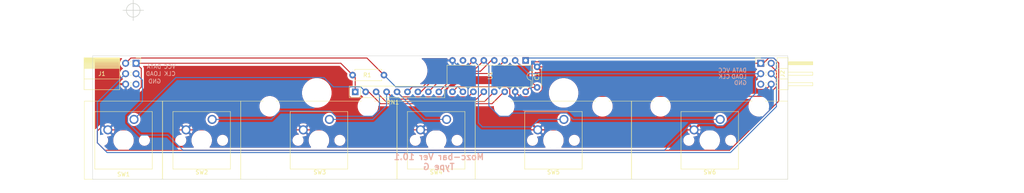
<source format=kicad_pcb>
(kicad_pcb (version 20171130) (host pcbnew 5.1.12)

  (general
    (thickness 1.6)
    (drawings 40)
    (tracks 158)
    (zones 0)
    (modules 27)
    (nets 15)
  )

  (page A4)
  (layers
    (0 F.Cu signal)
    (31 B.Cu signal)
    (32 B.Adhes user)
    (33 F.Adhes user)
    (34 B.Paste user)
    (35 F.Paste user)
    (36 B.SilkS user)
    (37 F.SilkS user)
    (38 B.Mask user)
    (39 F.Mask user)
    (40 Dwgs.User user)
    (41 Cmts.User user)
    (42 Eco1.User user)
    (43 Eco2.User user)
    (44 Edge.Cuts user)
    (45 Margin user)
    (46 B.CrtYd user)
    (47 F.CrtYd user)
    (48 B.Fab user)
    (49 F.Fab user)
  )

  (setup
    (last_trace_width 0.25)
    (user_trace_width 0.2)
    (trace_clearance 0.3)
    (zone_clearance 0.508)
    (zone_45_only no)
    (trace_min 0.2)
    (via_size 0.6)
    (via_drill 0.4)
    (via_min_size 0.4)
    (via_min_drill 0.3)
    (uvia_size 0.3)
    (uvia_drill 0.1)
    (uvias_allowed no)
    (uvia_min_size 0.2)
    (uvia_min_drill 0.1)
    (edge_width 0.15)
    (segment_width 0.2)
    (pcb_text_width 0.3)
    (pcb_text_size 1.5 1.5)
    (mod_edge_width 0.15)
    (mod_text_size 1 1)
    (mod_text_width 0.15)
    (pad_size 3.2 3.2)
    (pad_drill 3.2)
    (pad_to_mask_clearance 0)
    (solder_mask_min_width 0.25)
    (aux_axis_origin 33 54)
    (visible_elements 7FFFEFFF)
    (pcbplotparams
      (layerselection 0x010fc_ffffffff)
      (usegerberextensions true)
      (usegerberattributes false)
      (usegerberadvancedattributes false)
      (creategerberjobfile false)
      (excludeedgelayer true)
      (linewidth 0.100000)
      (plotframeref false)
      (viasonmask false)
      (mode 1)
      (useauxorigin false)
      (hpglpennumber 1)
      (hpglpenspeed 20)
      (hpglpendiameter 15.000000)
      (psnegative false)
      (psa4output false)
      (plotreference true)
      (plotvalue true)
      (plotinvisibletext false)
      (padsonsilk false)
      (subtractmaskfromsilk false)
      (outputformat 1)
      (mirror false)
      (drillshape 0)
      (scaleselection 1)
      (outputdirectory "gerber/"))
  )

  (net 0 "")
  (net 1 VCC)
  (net 2 GND)
  (net 3 SW1)
  (net 4 SW2)
  (net 5 SW3)
  (net 6 SW4)
  (net 7 SW5)
  (net 8 SW6)
  (net 9 SW7)
  (net 10 SW8)
  (net 11 /DATA_IN)
  (net 12 /DATA_OUT)
  (net 13 /CLK_IN)
  (net 14 /LOAD_IN)

  (net_class Default "これは標準のネット クラスです。"
    (clearance 0.3)
    (trace_width 0.25)
    (via_dia 0.6)
    (via_drill 0.4)
    (uvia_dia 0.3)
    (uvia_drill 0.1)
    (add_net /CLK_IN)
    (add_net /DATA_IN)
    (add_net /DATA_OUT)
    (add_net /LOAD_IN)
    (add_net SW1)
    (add_net SW2)
    (add_net SW3)
    (add_net SW4)
    (add_net SW5)
    (add_net SW6)
    (add_net SW7)
    (add_net SW8)
  )

  (net_class "power line" ""
    (clearance 0.3)
    (trace_width 0.25)
    (via_dia 0.6)
    (via_drill 0.4)
    (uvia_dia 0.3)
    (uvia_drill 0.1)
    (add_net GND)
    (add_net VCC)
  )

  (module MountingHole:MountingHole_3.2mm_M3 (layer F.Cu) (tedit 62D4319C) (tstamp 62D431B9)
    (at 130 69)
    (descr "Mounting Hole 3.2mm, no annular, M3")
    (tags "mounting hole 3.2mm no annular m3")
    (path /618CEE47)
    (attr virtual)
    (fp_text reference H102 (at 0 -4.2) (layer F.SilkS) hide
      (effects (font (size 1 1) (thickness 0.15)))
    )
    (fp_text value MountingHole (at 0 4.2) (layer F.Fab)
      (effects (font (size 1 1) (thickness 0.15)))
    )
    (fp_circle (center 0 0) (end 3.2 0) (layer Cmts.User) (width 0.15))
    (fp_circle (center 0 0) (end 3.45 0) (layer F.CrtYd) (width 0.05))
    (fp_text user %R (at 0.3 0) (layer F.Fab)
      (effects (font (size 1 1) (thickness 0.15)))
    )
    (pad "" np_thru_hole circle (at 0 0) (size 3.2 3.2) (drill 3.2) (layers *.Cu *.Mask)
      (clearance 2))
  )

  (module MountingHole:MountingHole_3.2mm_M3 (layer F.Cu) (tedit 62D43185) (tstamp 62D431B9)
    (at 70 69)
    (descr "Mounting Hole 3.2mm, no annular, M3")
    (tags "mounting hole 3.2mm no annular m3")
    (path /618CEE47)
    (attr virtual)
    (fp_text reference H101 (at 0 -4.2) (layer F.SilkS) hide
      (effects (font (size 1 1) (thickness 0.15)))
    )
    (fp_text value MountingHole (at 0 4.2) (layer F.Fab)
      (effects (font (size 1 1) (thickness 0.15)))
    )
    (fp_circle (center 0 0) (end 3.2 0) (layer Cmts.User) (width 0.15))
    (fp_circle (center 0 0) (end 3.45 0) (layer F.CrtYd) (width 0.05))
    (fp_text user %R (at 0.3 0) (layer F.Fab)
      (effects (font (size 1 1) (thickness 0.15)))
    )
    (pad "" np_thru_hole circle (at 0 0) (size 3.2 3.2) (drill 3.2) (layers *.Cu *.Mask)
      (clearance 2))
  )

  (module Button_Switch_Keyboard:SW_Cherry_MX_1.00u_PCB (layer F.Cu) (tedit 5A02FE24) (tstamp 618C4A2E)
    (at 101.565 75.445)
    (descr "Cherry MX keyswitch, 1.00u, PCB mount, http://cherryamericas.com/wp-content/uploads/2014/12/mx_cat.pdf")
    (tags "Cherry MX keyswitch 1.00u PCB")
    (path /5FC02175)
    (fp_text reference SW4 (at -2.55 12.845) (layer F.SilkS)
      (effects (font (size 1 1) (thickness 0.15)))
    )
    (fp_text value SW_Push (at -2.54 12.954) (layer F.Fab)
      (effects (font (size 1 1) (thickness 0.15)))
    )
    (fp_line (start -9.525 12.065) (end -9.525 -1.905) (layer F.SilkS) (width 0.12))
    (fp_line (start 4.445 12.065) (end -9.525 12.065) (layer F.SilkS) (width 0.12))
    (fp_line (start 4.445 -1.905) (end 4.445 12.065) (layer F.SilkS) (width 0.12))
    (fp_line (start -9.525 -1.905) (end 4.445 -1.905) (layer F.SilkS) (width 0.12))
    (fp_line (start -12.065 14.605) (end -12.065 -4.445) (layer Dwgs.User) (width 0.15))
    (fp_line (start 6.985 14.605) (end -12.065 14.605) (layer Dwgs.User) (width 0.15))
    (fp_line (start 6.985 -4.445) (end 6.985 14.605) (layer Dwgs.User) (width 0.15))
    (fp_line (start -12.065 -4.445) (end 6.985 -4.445) (layer Dwgs.User) (width 0.15))
    (fp_line (start -9.14 -1.52) (end 4.06 -1.52) (layer F.CrtYd) (width 0.05))
    (fp_line (start 4.06 -1.52) (end 4.06 11.68) (layer F.CrtYd) (width 0.05))
    (fp_line (start 4.06 11.68) (end -9.14 11.68) (layer F.CrtYd) (width 0.05))
    (fp_line (start -9.14 11.68) (end -9.14 -1.52) (layer F.CrtYd) (width 0.05))
    (fp_line (start -8.89 11.43) (end -8.89 -1.27) (layer F.Fab) (width 0.1))
    (fp_line (start 3.81 11.43) (end -8.89 11.43) (layer F.Fab) (width 0.1))
    (fp_line (start 3.81 -1.27) (end 3.81 11.43) (layer F.Fab) (width 0.1))
    (fp_line (start -8.89 -1.27) (end 3.81 -1.27) (layer F.Fab) (width 0.1))
    (fp_text user %R (at -2.54 -2.794) (layer F.Fab)
      (effects (font (size 1 1) (thickness 0.15)))
    )
    (pad 1 thru_hole circle (at 0 0) (size 2.2 2.2) (drill 1.5) (layers *.Cu *.Mask)
      (net 3 SW1))
    (pad 2 thru_hole circle (at -6.35 2.54) (size 2.2 2.2) (drill 1.5) (layers *.Cu *.Mask)
      (net 2 GND))
    (pad "" np_thru_hole circle (at -2.54 5.08) (size 4 4) (drill 4) (layers *.Cu *.Mask))
    (pad "" np_thru_hole circle (at -7.62 5.08) (size 1.7 1.7) (drill 1.7) (layers *.Cu *.Mask))
    (pad "" np_thru_hole circle (at 2.54 5.08) (size 1.7 1.7) (drill 1.7) (layers *.Cu *.Mask))
    (model ${KISYS3DMOD}/Button_Switch_Keyboard.3dshapes/SW_Cherry_MX_1.00u_PCB.wrl
      (at (xyz 0 0 0))
      (scale (xyz 1 1 1))
      (rotate (xyz 0 0 0))
    )
  )

  (module Package_DIP:DIP-16_W7.62mm (layer F.Cu) (tedit 5A02E8C5) (tstamp 618C4ABA)
    (at 120.77 61.11 270)
    (descr "16-lead though-hole mounted DIP package, row spacing 7.62 mm (300 mils)")
    (tags "THT DIP DIL PDIP 2.54mm 7.62mm 300mil")
    (path /5FB03AD0)
    (fp_text reference U1 (at 3.683 8.636 90) (layer F.SilkS)
      (effects (font (size 1 1) (thickness 0.15)))
    )
    (fp_text value 74HC165 (at 3.81 20.11 90) (layer F.Fab)
      (effects (font (size 1 1) (thickness 0.15)))
    )
    (fp_line (start 8.7 -1.55) (end -1.1 -1.55) (layer F.CrtYd) (width 0.05))
    (fp_line (start 8.7 19.3) (end 8.7 -1.55) (layer F.CrtYd) (width 0.05))
    (fp_line (start -1.1 19.3) (end 8.7 19.3) (layer F.CrtYd) (width 0.05))
    (fp_line (start -1.1 -1.55) (end -1.1 19.3) (layer F.CrtYd) (width 0.05))
    (fp_line (start 6.46 -1.33) (end 4.81 -1.33) (layer F.SilkS) (width 0.12))
    (fp_line (start 6.46 19.11) (end 6.46 -1.33) (layer F.SilkS) (width 0.12))
    (fp_line (start 1.16 19.11) (end 6.46 19.11) (layer F.SilkS) (width 0.12))
    (fp_line (start 1.16 -1.33) (end 1.16 19.11) (layer F.SilkS) (width 0.12))
    (fp_line (start 2.81 -1.33) (end 1.16 -1.33) (layer F.SilkS) (width 0.12))
    (fp_line (start 0.635 -0.27) (end 1.635 -1.27) (layer F.Fab) (width 0.1))
    (fp_line (start 0.635 19.05) (end 0.635 -0.27) (layer F.Fab) (width 0.1))
    (fp_line (start 6.985 19.05) (end 0.635 19.05) (layer F.Fab) (width 0.1))
    (fp_line (start 6.985 -1.27) (end 6.985 19.05) (layer F.Fab) (width 0.1))
    (fp_line (start 1.635 -1.27) (end 6.985 -1.27) (layer F.Fab) (width 0.1))
    (fp_arc (start 3.81 -1.33) (end 2.81 -1.33) (angle -180) (layer F.SilkS) (width 0.12))
    (fp_text user %R (at 3.81 8.89 90) (layer F.Fab)
      (effects (font (size 1 1) (thickness 0.15)))
    )
    (pad 1 thru_hole rect (at 0 0 270) (size 1.6 1.6) (drill 0.8) (layers *.Cu *.Mask)
      (net 14 /LOAD_IN))
    (pad 9 thru_hole oval (at 7.62 17.78 270) (size 1.6 1.6) (drill 0.8) (layers *.Cu *.Mask)
      (net 12 /DATA_OUT))
    (pad 2 thru_hole oval (at 0 2.54 270) (size 1.6 1.6) (drill 0.8) (layers *.Cu *.Mask)
      (net 13 /CLK_IN))
    (pad 10 thru_hole oval (at 7.62 15.24 270) (size 1.6 1.6) (drill 0.8) (layers *.Cu *.Mask)
      (net 11 /DATA_IN))
    (pad 3 thru_hole oval (at 0 5.08 270) (size 1.6 1.6) (drill 0.8) (layers *.Cu *.Mask)
      (net 7 SW5))
    (pad 11 thru_hole oval (at 7.62 12.7 270) (size 1.6 1.6) (drill 0.8) (layers *.Cu *.Mask)
      (net 3 SW1))
    (pad 4 thru_hole oval (at 0 7.62 270) (size 1.6 1.6) (drill 0.8) (layers *.Cu *.Mask)
      (net 8 SW6))
    (pad 12 thru_hole oval (at 7.62 10.16 270) (size 1.6 1.6) (drill 0.8) (layers *.Cu *.Mask)
      (net 4 SW2))
    (pad 5 thru_hole oval (at 0 10.16 270) (size 1.6 1.6) (drill 0.8) (layers *.Cu *.Mask)
      (net 9 SW7))
    (pad 13 thru_hole oval (at 7.62 7.62 270) (size 1.6 1.6) (drill 0.8) (layers *.Cu *.Mask)
      (net 5 SW3))
    (pad 6 thru_hole oval (at 0 12.7 270) (size 1.6 1.6) (drill 0.8) (layers *.Cu *.Mask)
      (net 10 SW8))
    (pad 14 thru_hole oval (at 7.62 5.08 270) (size 1.6 1.6) (drill 0.8) (layers *.Cu *.Mask)
      (net 6 SW4))
    (pad 7 thru_hole oval (at 0 15.24 270) (size 1.6 1.6) (drill 0.8) (layers *.Cu *.Mask))
    (pad 15 thru_hole oval (at 7.62 2.54 270) (size 1.6 1.6) (drill 0.8) (layers *.Cu *.Mask)
      (net 2 GND))
    (pad 8 thru_hole oval (at 0 17.78 270) (size 1.6 1.6) (drill 0.8) (layers *.Cu *.Mask)
      (net 2 GND))
    (pad 16 thru_hole oval (at 7.62 0 270) (size 1.6 1.6) (drill 0.8) (layers *.Cu *.Mask)
      (net 1 VCC))
    (model ${KISYS3DMOD}/Package_DIP.3dshapes/DIP-16_W7.62mm.wrl
      (at (xyz 0 0 0))
      (scale (xyz 1 1 1))
      (rotate (xyz 0 0 0))
    )
  )

  (module Button_Switch_Keyboard:SW_Cherry_MX_1.00u_PCB (layer F.Cu) (tedit 5A02FE24) (tstamp 618C4A48)
    (at 130.065 75.445)
    (descr "Cherry MX keyswitch, 1.00u, PCB mount, http://cherryamericas.com/wp-content/uploads/2014/12/mx_cat.pdf")
    (tags "Cherry MX keyswitch 1.00u PCB")
    (path /5FC0255B)
    (fp_text reference SW5 (at -2.54 12.845) (layer F.SilkS)
      (effects (font (size 1 1) (thickness 0.15)))
    )
    (fp_text value SW_Push (at -2.54 12.954) (layer F.Fab)
      (effects (font (size 1 1) (thickness 0.15)))
    )
    (fp_line (start -8.89 -1.27) (end 3.81 -1.27) (layer F.Fab) (width 0.1))
    (fp_line (start 3.81 -1.27) (end 3.81 11.43) (layer F.Fab) (width 0.1))
    (fp_line (start 3.81 11.43) (end -8.89 11.43) (layer F.Fab) (width 0.1))
    (fp_line (start -8.89 11.43) (end -8.89 -1.27) (layer F.Fab) (width 0.1))
    (fp_line (start -9.14 11.68) (end -9.14 -1.52) (layer F.CrtYd) (width 0.05))
    (fp_line (start 4.06 11.68) (end -9.14 11.68) (layer F.CrtYd) (width 0.05))
    (fp_line (start 4.06 -1.52) (end 4.06 11.68) (layer F.CrtYd) (width 0.05))
    (fp_line (start -9.14 -1.52) (end 4.06 -1.52) (layer F.CrtYd) (width 0.05))
    (fp_line (start -12.065 -4.445) (end 6.985 -4.445) (layer Dwgs.User) (width 0.15))
    (fp_line (start 6.985 -4.445) (end 6.985 14.605) (layer Dwgs.User) (width 0.15))
    (fp_line (start 6.985 14.605) (end -12.065 14.605) (layer Dwgs.User) (width 0.15))
    (fp_line (start -12.065 14.605) (end -12.065 -4.445) (layer Dwgs.User) (width 0.15))
    (fp_line (start -9.525 -1.905) (end 4.445 -1.905) (layer F.SilkS) (width 0.12))
    (fp_line (start 4.445 -1.905) (end 4.445 12.065) (layer F.SilkS) (width 0.12))
    (fp_line (start 4.445 12.065) (end -9.525 12.065) (layer F.SilkS) (width 0.12))
    (fp_line (start -9.525 12.065) (end -9.525 -1.905) (layer F.SilkS) (width 0.12))
    (fp_text user %R (at -2.54 -2.794) (layer F.Fab)
      (effects (font (size 1 1) (thickness 0.15)))
    )
    (pad "" np_thru_hole circle (at 2.54 5.08) (size 1.7 1.7) (drill 1.7) (layers *.Cu *.Mask))
    (pad "" np_thru_hole circle (at -7.62 5.08) (size 1.7 1.7) (drill 1.7) (layers *.Cu *.Mask))
    (pad "" np_thru_hole circle (at -2.54 5.08) (size 4 4) (drill 4) (layers *.Cu *.Mask))
    (pad 2 thru_hole circle (at -6.35 2.54) (size 2.2 2.2) (drill 1.5) (layers *.Cu *.Mask)
      (net 2 GND))
    (pad 1 thru_hole circle (at 0 0) (size 2.2 2.2) (drill 1.5) (layers *.Cu *.Mask)
      (net 10 SW8))
    (model ${KISYS3DMOD}/Button_Switch_Keyboard.3dshapes/SW_Cherry_MX_1.00u_PCB.wrl
      (at (xyz 0 0 0))
      (scale (xyz 1 1 1))
      (rotate (xyz 0 0 0))
    )
  )

  (module Capacitor_THT:C_Disc_D4.3mm_W1.9mm_P5.00mm (layer F.Cu) (tedit 5AE50EF0) (tstamp 618C4860)
    (at 123.56 67.67 90)
    (descr "C, Disc series, Radial, pin pitch=5.00mm, , diameter*width=4.3*1.9mm^2, Capacitor, http://www.vishay.com/docs/45233/krseries.pdf")
    (tags "C Disc series Radial pin pitch 5.00mm  diameter 4.3mm width 1.9mm Capacitor")
    (path /5F9B0C77)
    (fp_text reference C1 (at 2.668 -0.038 90) (layer F.SilkS)
      (effects (font (size 1 1) (thickness 0.15)))
    )
    (fp_text value C (at 2.5 2.2 90) (layer F.Fab)
      (effects (font (size 1 1) (thickness 0.15)))
    )
    (fp_line (start 6.05 -1.2) (end -1.05 -1.2) (layer F.CrtYd) (width 0.05))
    (fp_line (start 6.05 1.2) (end 6.05 -1.2) (layer F.CrtYd) (width 0.05))
    (fp_line (start -1.05 1.2) (end 6.05 1.2) (layer F.CrtYd) (width 0.05))
    (fp_line (start -1.05 -1.2) (end -1.05 1.2) (layer F.CrtYd) (width 0.05))
    (fp_line (start 4.77 1.055) (end 4.77 1.07) (layer F.SilkS) (width 0.12))
    (fp_line (start 4.77 -1.07) (end 4.77 -1.055) (layer F.SilkS) (width 0.12))
    (fp_line (start 0.23 1.055) (end 0.23 1.07) (layer F.SilkS) (width 0.12))
    (fp_line (start 0.23 -1.07) (end 0.23 -1.055) (layer F.SilkS) (width 0.12))
    (fp_line (start 0.23 1.07) (end 4.77 1.07) (layer F.SilkS) (width 0.12))
    (fp_line (start 0.23 -1.07) (end 4.77 -1.07) (layer F.SilkS) (width 0.12))
    (fp_line (start 4.65 -0.95) (end 0.35 -0.95) (layer F.Fab) (width 0.1))
    (fp_line (start 4.65 0.95) (end 4.65 -0.95) (layer F.Fab) (width 0.1))
    (fp_line (start 0.35 0.95) (end 4.65 0.95) (layer F.Fab) (width 0.1))
    (fp_line (start 0.35 -0.95) (end 0.35 0.95) (layer F.Fab) (width 0.1))
    (fp_text user %R (at 2.5 0 90) (layer F.Fab)
      (effects (font (size 0.86 0.86) (thickness 0.129)))
    )
    (pad 1 thru_hole circle (at 0 0 90) (size 1.6 1.6) (drill 0.8) (layers *.Cu *.Mask)
      (net 1 VCC))
    (pad 2 thru_hole circle (at 5 0 90) (size 1.6 1.6) (drill 0.8) (layers *.Cu *.Mask)
      (net 2 GND))
    (model ${KISYS3DMOD}/Capacitor_THT.3dshapes/C_Disc_D4.3mm_W1.9mm_P5.00mm.wrl
      (at (xyz 0 0 0))
      (scale (xyz 1 1 1))
      (rotate (xyz 0 0 0))
    )
  )

  (module Resistor_THT:R_Axial_DIN0207_L6.3mm_D2.5mm_P7.62mm_Horizontal (layer F.Cu) (tedit 5AE5139B) (tstamp 618C497C)
    (at 86.32952 64.6684 180)
    (descr "Resistor, Axial_DIN0207 series, Axial, Horizontal, pin pitch=7.62mm, 0.25W = 1/4W, length*diameter=6.3*2.5mm^2, http://cdn-reichelt.de/documents/datenblatt/B400/1_4W%23YAG.pdf")
    (tags "Resistor Axial_DIN0207 series Axial Horizontal pin pitch 7.62mm 0.25W = 1/4W length 6.3mm diameter 2.5mm")
    (path /5FBC6DCE)
    (fp_text reference R1 (at 4.064 0 180) (layer F.SilkS)
      (effects (font (size 1 1) (thickness 0.15)))
    )
    (fp_text value 100k (at 3.81 2.37 180) (layer F.Fab)
      (effects (font (size 1 1) (thickness 0.15)))
    )
    (fp_line (start 8.67 -1.5) (end -1.05 -1.5) (layer F.CrtYd) (width 0.05))
    (fp_line (start 8.67 1.5) (end 8.67 -1.5) (layer F.CrtYd) (width 0.05))
    (fp_line (start -1.05 1.5) (end 8.67 1.5) (layer F.CrtYd) (width 0.05))
    (fp_line (start -1.05 -1.5) (end -1.05 1.5) (layer F.CrtYd) (width 0.05))
    (fp_line (start 7.08 1.37) (end 7.08 1.04) (layer F.SilkS) (width 0.12))
    (fp_line (start 0.54 1.37) (end 7.08 1.37) (layer F.SilkS) (width 0.12))
    (fp_line (start 0.54 1.04) (end 0.54 1.37) (layer F.SilkS) (width 0.12))
    (fp_line (start 7.08 -1.37) (end 7.08 -1.04) (layer F.SilkS) (width 0.12))
    (fp_line (start 0.54 -1.37) (end 7.08 -1.37) (layer F.SilkS) (width 0.12))
    (fp_line (start 0.54 -1.04) (end 0.54 -1.37) (layer F.SilkS) (width 0.12))
    (fp_line (start 7.62 0) (end 6.96 0) (layer F.Fab) (width 0.1))
    (fp_line (start 0 0) (end 0.66 0) (layer F.Fab) (width 0.1))
    (fp_line (start 6.96 -1.25) (end 0.66 -1.25) (layer F.Fab) (width 0.1))
    (fp_line (start 6.96 1.25) (end 6.96 -1.25) (layer F.Fab) (width 0.1))
    (fp_line (start 0.66 1.25) (end 6.96 1.25) (layer F.Fab) (width 0.1))
    (fp_line (start 0.66 -1.25) (end 0.66 1.25) (layer F.Fab) (width 0.1))
    (fp_text user %R (at 3.81 0 180) (layer F.Fab)
      (effects (font (size 1 1) (thickness 0.15)))
    )
    (pad 1 thru_hole circle (at 0 0 180) (size 1.6 1.6) (drill 0.8) (layers *.Cu *.Mask)
      (net 11 /DATA_IN))
    (pad 2 thru_hole oval (at 7.62 0 180) (size 1.6 1.6) (drill 0.8) (layers *.Cu *.Mask)
      (net 1 VCC))
    (model ${KISYS3DMOD}/Resistor_THT.3dshapes/R_Axial_DIN0207_L6.3mm_D2.5mm_P7.62mm_Horizontal.wrl
      (at (xyz 0 0 0))
      (scale (xyz 1 1 1))
      (rotate (xyz 0 0 0))
    )
  )

  (module Resistor_THT:R_Array_SIP9 (layer F.Cu) (tedit 5A14249F) (tstamp 618C49C6)
    (at 79.34706 68.7451)
    (descr "9-pin Resistor SIP pack")
    (tags R)
    (path /5FC139AE)
    (fp_text reference RN1 (at 9.144 2.54) (layer F.SilkS)
      (effects (font (size 1 1) (thickness 0.15)))
    )
    (fp_text value 100k (at 11.43 3.708) (layer F.Fab)
      (effects (font (size 1 1) (thickness 0.15)))
    )
    (fp_line (start 22.05 -1.65) (end -1.7 -1.65) (layer F.CrtYd) (width 0.05))
    (fp_line (start 22.05 1.65) (end 22.05 -1.65) (layer F.CrtYd) (width 0.05))
    (fp_line (start -1.7 1.65) (end 22.05 1.65) (layer F.CrtYd) (width 0.05))
    (fp_line (start -1.7 -1.65) (end -1.7 1.65) (layer F.CrtYd) (width 0.05))
    (fp_line (start 1.27 -1.4) (end 1.27 1.4) (layer F.SilkS) (width 0.12))
    (fp_line (start 21.76 -1.4) (end -1.44 -1.4) (layer F.SilkS) (width 0.12))
    (fp_line (start 21.76 1.4) (end 21.76 -1.4) (layer F.SilkS) (width 0.12))
    (fp_line (start -1.44 1.4) (end 21.76 1.4) (layer F.SilkS) (width 0.12))
    (fp_line (start -1.44 -1.4) (end -1.44 1.4) (layer F.SilkS) (width 0.12))
    (fp_line (start 1.27 -1.25) (end 1.27 1.25) (layer F.Fab) (width 0.1))
    (fp_line (start 21.61 -1.25) (end -1.29 -1.25) (layer F.Fab) (width 0.1))
    (fp_line (start 21.61 1.25) (end 21.61 -1.25) (layer F.Fab) (width 0.1))
    (fp_line (start -1.29 1.25) (end 21.61 1.25) (layer F.Fab) (width 0.1))
    (fp_line (start -1.29 -1.25) (end -1.29 1.25) (layer F.Fab) (width 0.1))
    (fp_text user %R (at 10.16 0) (layer F.Fab)
      (effects (font (size 1 1) (thickness 0.15)))
    )
    (pad 1 thru_hole rect (at 0 0) (size 1.6 1.6) (drill 0.8) (layers *.Cu *.Mask)
      (net 1 VCC))
    (pad 2 thru_hole oval (at 2.54 0) (size 1.6 1.6) (drill 0.8) (layers *.Cu *.Mask)
      (net 6 SW4))
    (pad 3 thru_hole oval (at 5.08 0) (size 1.6 1.6) (drill 0.8) (layers *.Cu *.Mask)
      (net 5 SW3))
    (pad 4 thru_hole oval (at 7.62 0) (size 1.6 1.6) (drill 0.8) (layers *.Cu *.Mask)
      (net 4 SW2))
    (pad 5 thru_hole oval (at 10.16 0) (size 1.6 1.6) (drill 0.8) (layers *.Cu *.Mask)
      (net 3 SW1))
    (pad 6 thru_hole oval (at 12.7 0) (size 1.6 1.6) (drill 0.8) (layers *.Cu *.Mask)
      (net 10 SW8))
    (pad 7 thru_hole oval (at 15.24 0) (size 1.6 1.6) (drill 0.8) (layers *.Cu *.Mask)
      (net 9 SW7))
    (pad 8 thru_hole oval (at 17.78 0) (size 1.6 1.6) (drill 0.8) (layers *.Cu *.Mask)
      (net 8 SW6))
    (pad 9 thru_hole oval (at 20.32 0) (size 1.6 1.6) (drill 0.8) (layers *.Cu *.Mask)
      (net 7 SW5))
    (model ${KISYS3DMOD}/Resistor_THT.3dshapes/R_Array_SIP9.wrl
      (at (xyz 0 0 0))
      (scale (xyz 1 1 1))
      (rotate (xyz 0 0 0))
    )
  )

  (module Button_Switch_Keyboard:SW_Cherry_MX_1.00u_PCB (layer F.Cu) (tedit 5A02FE24) (tstamp 618C49E0)
    (at 25.564999 75.445)
    (descr "Cherry MX keyswitch, 1.00u, PCB mount, http://cherryamericas.com/wp-content/uploads/2014/12/mx_cat.pdf")
    (tags "Cherry MX keyswitch 1.00u PCB")
    (path /5FC00348)
    (fp_text reference SW1 (at -2.54 13.353) (layer F.SilkS)
      (effects (font (size 1 1) (thickness 0.15)))
    )
    (fp_text value SW_Push (at -2.54 12.954) (layer F.Fab)
      (effects (font (size 1 1) (thickness 0.15)))
    )
    (fp_line (start -8.89 -1.27) (end 3.81 -1.27) (layer F.Fab) (width 0.1))
    (fp_line (start 3.81 -1.27) (end 3.81 11.43) (layer F.Fab) (width 0.1))
    (fp_line (start 3.81 11.43) (end -8.89 11.43) (layer F.Fab) (width 0.1))
    (fp_line (start -8.89 11.43) (end -8.89 -1.27) (layer F.Fab) (width 0.1))
    (fp_line (start -9.14 11.68) (end -9.14 -1.52) (layer F.CrtYd) (width 0.05))
    (fp_line (start 4.06 11.68) (end -9.14 11.68) (layer F.CrtYd) (width 0.05))
    (fp_line (start 4.06 -1.52) (end 4.06 11.68) (layer F.CrtYd) (width 0.05))
    (fp_line (start -9.14 -1.52) (end 4.06 -1.52) (layer F.CrtYd) (width 0.05))
    (fp_line (start -12.065 -4.445) (end 6.985 -4.445) (layer Dwgs.User) (width 0.15))
    (fp_line (start 6.985 -4.445) (end 6.985 14.605) (layer Dwgs.User) (width 0.15))
    (fp_line (start 6.985 14.605) (end -12.065 14.605) (layer Dwgs.User) (width 0.15))
    (fp_line (start -12.065 14.605) (end -12.065 -4.445) (layer Dwgs.User) (width 0.15))
    (fp_line (start -9.525 -1.905) (end 4.445 -1.905) (layer F.SilkS) (width 0.12))
    (fp_line (start 4.445 -1.905) (end 4.445 12.065) (layer F.SilkS) (width 0.12))
    (fp_line (start 4.445 12.065) (end -9.525 12.065) (layer F.SilkS) (width 0.12))
    (fp_line (start -9.525 12.065) (end -9.525 -1.905) (layer F.SilkS) (width 0.12))
    (fp_text user %R (at -2.54 -2.794) (layer F.Fab)
      (effects (font (size 1 1) (thickness 0.15)))
    )
    (pad "" np_thru_hole circle (at 2.54 5.08) (size 1.7 1.7) (drill 1.7) (layers *.Cu *.Mask))
    (pad "" np_thru_hole circle (at -7.62 5.08) (size 1.7 1.7) (drill 1.7) (layers *.Cu *.Mask))
    (pad "" np_thru_hole circle (at -2.54 5.08) (size 4 4) (drill 4) (layers *.Cu *.Mask))
    (pad 2 thru_hole circle (at -6.35 2.54) (size 2.2 2.2) (drill 1.5) (layers *.Cu *.Mask)
      (net 2 GND))
    (pad 1 thru_hole circle (at 0 0) (size 2.2 2.2) (drill 1.5) (layers *.Cu *.Mask)
      (net 6 SW4))
    (model ${KISYS3DMOD}/Button_Switch_Keyboard.3dshapes/SW_Cherry_MX_1.00u_PCB.wrl
      (at (xyz 0 0 0))
      (scale (xyz 1 1 1))
      (rotate (xyz 0 0 0))
    )
  )

  (module Button_Switch_Keyboard:SW_Cherry_MX_1.00u_PCB (layer F.Cu) (tedit 5A02FE24) (tstamp 618C49FA)
    (at 44.565 75.445)
    (descr "Cherry MX keyswitch, 1.00u, PCB mount, http://cherryamericas.com/wp-content/uploads/2014/12/mx_cat.pdf")
    (tags "Cherry MX keyswitch 1.00u PCB")
    (path /5FC01AC9)
    (fp_text reference SW2 (at -2.54 12.845) (layer F.SilkS)
      (effects (font (size 1 1) (thickness 0.15)))
    )
    (fp_text value SW_Push (at -2.54 12.954) (layer F.Fab)
      (effects (font (size 1 1) (thickness 0.15)))
    )
    (fp_line (start -9.525 12.065) (end -9.525 -1.905) (layer F.SilkS) (width 0.12))
    (fp_line (start 4.445 12.065) (end -9.525 12.065) (layer F.SilkS) (width 0.12))
    (fp_line (start 4.445 -1.905) (end 4.445 12.065) (layer F.SilkS) (width 0.12))
    (fp_line (start -9.525 -1.905) (end 4.445 -1.905) (layer F.SilkS) (width 0.12))
    (fp_line (start -12.065 14.605) (end -12.065 -4.445) (layer Dwgs.User) (width 0.15))
    (fp_line (start 6.985 14.605) (end -12.065 14.605) (layer Dwgs.User) (width 0.15))
    (fp_line (start 6.985 -4.445) (end 6.985 14.605) (layer Dwgs.User) (width 0.15))
    (fp_line (start -12.065 -4.445) (end 6.985 -4.445) (layer Dwgs.User) (width 0.15))
    (fp_line (start -9.14 -1.52) (end 4.06 -1.52) (layer F.CrtYd) (width 0.05))
    (fp_line (start 4.06 -1.52) (end 4.06 11.68) (layer F.CrtYd) (width 0.05))
    (fp_line (start 4.06 11.68) (end -9.14 11.68) (layer F.CrtYd) (width 0.05))
    (fp_line (start -9.14 11.68) (end -9.14 -1.52) (layer F.CrtYd) (width 0.05))
    (fp_line (start -8.89 11.43) (end -8.89 -1.27) (layer F.Fab) (width 0.1))
    (fp_line (start 3.81 11.43) (end -8.89 11.43) (layer F.Fab) (width 0.1))
    (fp_line (start 3.81 -1.27) (end 3.81 11.43) (layer F.Fab) (width 0.1))
    (fp_line (start -8.89 -1.27) (end 3.81 -1.27) (layer F.Fab) (width 0.1))
    (fp_text user %R (at -2.54 -2.794) (layer F.Fab)
      (effects (font (size 1 1) (thickness 0.15)))
    )
    (pad 1 thru_hole circle (at 0 0) (size 2.2 2.2) (drill 1.5) (layers *.Cu *.Mask)
      (net 5 SW3))
    (pad 2 thru_hole circle (at -6.35 2.54) (size 2.2 2.2) (drill 1.5) (layers *.Cu *.Mask)
      (net 2 GND))
    (pad "" np_thru_hole circle (at -2.54 5.08) (size 4 4) (drill 4) (layers *.Cu *.Mask))
    (pad "" np_thru_hole circle (at -7.62 5.08) (size 1.7 1.7) (drill 1.7) (layers *.Cu *.Mask))
    (pad "" np_thru_hole circle (at 2.54 5.08) (size 1.7 1.7) (drill 1.7) (layers *.Cu *.Mask))
    (model ${KISYS3DMOD}/Button_Switch_Keyboard.3dshapes/SW_Cherry_MX_1.00u_PCB.wrl
      (at (xyz 0 0 0))
      (scale (xyz 1 1 1))
      (rotate (xyz 0 0 0))
    )
  )

  (module Button_Switch_Keyboard:SW_Cherry_MX_1.00u_PCB (layer F.Cu) (tedit 5A02FE24) (tstamp 618C4A14)
    (at 73.065 75.445)
    (descr "Cherry MX keyswitch, 1.00u, PCB mount, http://cherryamericas.com/wp-content/uploads/2014/12/mx_cat.pdf")
    (tags "Cherry MX keyswitch 1.00u PCB")
    (path /5FC01D44)
    (fp_text reference SW3 (at -2.346 12.845) (layer F.SilkS)
      (effects (font (size 1 1) (thickness 0.15)))
    )
    (fp_text value SW_Push (at -2.54 12.954) (layer F.Fab)
      (effects (font (size 1 1) (thickness 0.15)))
    )
    (fp_line (start -8.89 -1.27) (end 3.81 -1.27) (layer F.Fab) (width 0.1))
    (fp_line (start 3.81 -1.27) (end 3.81 11.43) (layer F.Fab) (width 0.1))
    (fp_line (start 3.81 11.43) (end -8.89 11.43) (layer F.Fab) (width 0.1))
    (fp_line (start -8.89 11.43) (end -8.89 -1.27) (layer F.Fab) (width 0.1))
    (fp_line (start -9.14 11.68) (end -9.14 -1.52) (layer F.CrtYd) (width 0.05))
    (fp_line (start 4.06 11.68) (end -9.14 11.68) (layer F.CrtYd) (width 0.05))
    (fp_line (start 4.06 -1.52) (end 4.06 11.68) (layer F.CrtYd) (width 0.05))
    (fp_line (start -9.14 -1.52) (end 4.06 -1.52) (layer F.CrtYd) (width 0.05))
    (fp_line (start -12.065 -4.445) (end 6.985 -4.445) (layer Dwgs.User) (width 0.15))
    (fp_line (start 6.985 -4.445) (end 6.985 14.605) (layer Dwgs.User) (width 0.15))
    (fp_line (start 6.985 14.605) (end -12.065 14.605) (layer Dwgs.User) (width 0.15))
    (fp_line (start -12.065 14.605) (end -12.065 -4.445) (layer Dwgs.User) (width 0.15))
    (fp_line (start -9.525 -1.905) (end 4.445 -1.905) (layer F.SilkS) (width 0.12))
    (fp_line (start 4.445 -1.905) (end 4.445 12.065) (layer F.SilkS) (width 0.12))
    (fp_line (start 4.445 12.065) (end -9.525 12.065) (layer F.SilkS) (width 0.12))
    (fp_line (start -9.525 12.065) (end -9.525 -1.905) (layer F.SilkS) (width 0.12))
    (fp_text user %R (at -2.54 -2.794) (layer F.Fab)
      (effects (font (size 1 1) (thickness 0.15)))
    )
    (pad "" np_thru_hole circle (at 2.54 5.08) (size 1.7 1.7) (drill 1.7) (layers *.Cu *.Mask))
    (pad "" np_thru_hole circle (at -7.62 5.08) (size 1.7 1.7) (drill 1.7) (layers *.Cu *.Mask))
    (pad "" np_thru_hole circle (at -2.54 5.08) (size 4 4) (drill 4) (layers *.Cu *.Mask))
    (pad 2 thru_hole circle (at -6.35 2.54) (size 2.2 2.2) (drill 1.5) (layers *.Cu *.Mask)
      (net 2 GND))
    (pad 1 thru_hole circle (at 0 0) (size 2.2 2.2) (drill 1.5) (layers *.Cu *.Mask)
      (net 4 SW2))
    (model ${KISYS3DMOD}/Button_Switch_Keyboard.3dshapes/SW_Cherry_MX_1.00u_PCB.wrl
      (at (xyz 0 0 0))
      (scale (xyz 1 1 1))
      (rotate (xyz 0 0 0))
    )
  )

  (module Button_Switch_Keyboard:SW_Cherry_MX_1.00u_PCB (layer F.Cu) (tedit 5A02FE24) (tstamp 618C4A62)
    (at 168.065 75.445)
    (descr "Cherry MX keyswitch, 1.00u, PCB mount, http://cherryamericas.com/wp-content/uploads/2014/12/mx_cat.pdf")
    (tags "Cherry MX keyswitch 1.00u PCB")
    (path /5FC02807)
    (fp_text reference SW6 (at -2.54 12.845) (layer F.SilkS)
      (effects (font (size 1 1) (thickness 0.15)))
    )
    (fp_text value SW_Push (at -2.54 12.954) (layer F.Fab)
      (effects (font (size 1 1) (thickness 0.15)))
    )
    (fp_line (start -9.525 12.065) (end -9.525 -1.905) (layer F.SilkS) (width 0.12))
    (fp_line (start 4.445 12.065) (end -9.525 12.065) (layer F.SilkS) (width 0.12))
    (fp_line (start 4.445 -1.905) (end 4.445 12.065) (layer F.SilkS) (width 0.12))
    (fp_line (start -9.525 -1.905) (end 4.445 -1.905) (layer F.SilkS) (width 0.12))
    (fp_line (start -12.065 14.605) (end -12.065 -4.445) (layer Dwgs.User) (width 0.15))
    (fp_line (start 6.985 14.605) (end -12.065 14.605) (layer Dwgs.User) (width 0.15))
    (fp_line (start 6.985 -4.445) (end 6.985 14.605) (layer Dwgs.User) (width 0.15))
    (fp_line (start -12.065 -4.445) (end 6.985 -4.445) (layer Dwgs.User) (width 0.15))
    (fp_line (start -9.14 -1.52) (end 4.06 -1.52) (layer F.CrtYd) (width 0.05))
    (fp_line (start 4.06 -1.52) (end 4.06 11.68) (layer F.CrtYd) (width 0.05))
    (fp_line (start 4.06 11.68) (end -9.14 11.68) (layer F.CrtYd) (width 0.05))
    (fp_line (start -9.14 11.68) (end -9.14 -1.52) (layer F.CrtYd) (width 0.05))
    (fp_line (start -8.89 11.43) (end -8.89 -1.27) (layer F.Fab) (width 0.1))
    (fp_line (start 3.81 11.43) (end -8.89 11.43) (layer F.Fab) (width 0.1))
    (fp_line (start 3.81 -1.27) (end 3.81 11.43) (layer F.Fab) (width 0.1))
    (fp_line (start -8.89 -1.27) (end 3.81 -1.27) (layer F.Fab) (width 0.1))
    (fp_text user %R (at -2.54 -2.794) (layer F.Fab)
      (effects (font (size 1 1) (thickness 0.15)))
    )
    (pad 1 thru_hole circle (at 0 0) (size 2.2 2.2) (drill 1.5) (layers *.Cu *.Mask)
      (net 9 SW7))
    (pad 2 thru_hole circle (at -6.35 2.54) (size 2.2 2.2) (drill 1.5) (layers *.Cu *.Mask)
      (net 2 GND))
    (pad "" np_thru_hole circle (at -2.54 5.08) (size 4 4) (drill 4) (layers *.Cu *.Mask))
    (pad "" np_thru_hole circle (at -7.62 5.08) (size 1.7 1.7) (drill 1.7) (layers *.Cu *.Mask))
    (pad "" np_thru_hole circle (at 2.54 5.08) (size 1.7 1.7) (drill 1.7) (layers *.Cu *.Mask))
    (model ${KISYS3DMOD}/Button_Switch_Keyboard.3dshapes/SW_Cherry_MX_1.00u_PCB.wrl
      (at (xyz 0 0 0))
      (scale (xyz 1 1 1))
      (rotate (xyz 0 0 0))
    )
  )

  (module Connector_PinSocket_2.54mm:PinSocket_2x03_P2.54mm_Horizontal (layer F.Cu) (tedit 5A19A431) (tstamp 62CDF02A)
    (at 26.07 61.8)
    (descr "Through hole angled socket strip, 2x03, 2.54mm pitch, 8.51mm socket length, double cols (from Kicad 4.0.7), script generated")
    (tags "Through hole angled socket strip THT 2x03 2.54mm double row")
    (path /5FD9930E)
    (fp_text reference J1 (at -8.31 2.54) (layer F.SilkS)
      (effects (font (size 1 1) (thickness 0.15)))
    )
    (fp_text value Conn_01x06_Female (at -5.65 7.85) (layer F.Fab)
      (effects (font (size 1 1) (thickness 0.15)))
    )
    (fp_line (start -12.57 -1.27) (end -5.03 -1.27) (layer F.Fab) (width 0.1))
    (fp_line (start -5.03 -1.27) (end -4.06 -0.3) (layer F.Fab) (width 0.1))
    (fp_line (start -4.06 -0.3) (end -4.06 6.35) (layer F.Fab) (width 0.1))
    (fp_line (start -4.06 6.35) (end -12.57 6.35) (layer F.Fab) (width 0.1))
    (fp_line (start -12.57 6.35) (end -12.57 -1.27) (layer F.Fab) (width 0.1))
    (fp_line (start 0 -0.3) (end -4.06 -0.3) (layer F.Fab) (width 0.1))
    (fp_line (start -4.06 0.3) (end 0 0.3) (layer F.Fab) (width 0.1))
    (fp_line (start 0 0.3) (end 0 -0.3) (layer F.Fab) (width 0.1))
    (fp_line (start 0 2.24) (end -4.06 2.24) (layer F.Fab) (width 0.1))
    (fp_line (start -4.06 2.84) (end 0 2.84) (layer F.Fab) (width 0.1))
    (fp_line (start 0 2.84) (end 0 2.24) (layer F.Fab) (width 0.1))
    (fp_line (start 0 4.78) (end -4.06 4.78) (layer F.Fab) (width 0.1))
    (fp_line (start -4.06 5.38) (end 0 5.38) (layer F.Fab) (width 0.1))
    (fp_line (start 0 5.38) (end 0 4.78) (layer F.Fab) (width 0.1))
    (fp_line (start -12.63 -1.21) (end -4 -1.21) (layer F.SilkS) (width 0.12))
    (fp_line (start -12.63 -1.091905) (end -4 -1.091905) (layer F.SilkS) (width 0.12))
    (fp_line (start -12.63 -0.97381) (end -4 -0.97381) (layer F.SilkS) (width 0.12))
    (fp_line (start -12.63 -0.855715) (end -4 -0.855715) (layer F.SilkS) (width 0.12))
    (fp_line (start -12.63 -0.73762) (end -4 -0.73762) (layer F.SilkS) (width 0.12))
    (fp_line (start -12.63 -0.619525) (end -4 -0.619525) (layer F.SilkS) (width 0.12))
    (fp_line (start -12.63 -0.50143) (end -4 -0.50143) (layer F.SilkS) (width 0.12))
    (fp_line (start -12.63 -0.383335) (end -4 -0.383335) (layer F.SilkS) (width 0.12))
    (fp_line (start -12.63 -0.26524) (end -4 -0.26524) (layer F.SilkS) (width 0.12))
    (fp_line (start -12.63 -0.147145) (end -4 -0.147145) (layer F.SilkS) (width 0.12))
    (fp_line (start -12.63 -0.02905) (end -4 -0.02905) (layer F.SilkS) (width 0.12))
    (fp_line (start -12.63 0.089045) (end -4 0.089045) (layer F.SilkS) (width 0.12))
    (fp_line (start -12.63 0.20714) (end -4 0.20714) (layer F.SilkS) (width 0.12))
    (fp_line (start -12.63 0.325235) (end -4 0.325235) (layer F.SilkS) (width 0.12))
    (fp_line (start -12.63 0.44333) (end -4 0.44333) (layer F.SilkS) (width 0.12))
    (fp_line (start -12.63 0.561425) (end -4 0.561425) (layer F.SilkS) (width 0.12))
    (fp_line (start -12.63 0.67952) (end -4 0.67952) (layer F.SilkS) (width 0.12))
    (fp_line (start -12.63 0.797615) (end -4 0.797615) (layer F.SilkS) (width 0.12))
    (fp_line (start -12.63 0.91571) (end -4 0.91571) (layer F.SilkS) (width 0.12))
    (fp_line (start -12.63 1.033805) (end -4 1.033805) (layer F.SilkS) (width 0.12))
    (fp_line (start -12.63 1.1519) (end -4 1.1519) (layer F.SilkS) (width 0.12))
    (fp_line (start -4 -0.36) (end -3.59 -0.36) (layer F.SilkS) (width 0.12))
    (fp_line (start -1.49 -0.36) (end -1.11 -0.36) (layer F.SilkS) (width 0.12))
    (fp_line (start -4 0.36) (end -3.59 0.36) (layer F.SilkS) (width 0.12))
    (fp_line (start -1.49 0.36) (end -1.11 0.36) (layer F.SilkS) (width 0.12))
    (fp_line (start -4 2.18) (end -3.59 2.18) (layer F.SilkS) (width 0.12))
    (fp_line (start -1.49 2.18) (end -1.05 2.18) (layer F.SilkS) (width 0.12))
    (fp_line (start -4 2.9) (end -3.59 2.9) (layer F.SilkS) (width 0.12))
    (fp_line (start -1.49 2.9) (end -1.05 2.9) (layer F.SilkS) (width 0.12))
    (fp_line (start -4 4.72) (end -3.59 4.72) (layer F.SilkS) (width 0.12))
    (fp_line (start -1.49 4.72) (end -1.05 4.72) (layer F.SilkS) (width 0.12))
    (fp_line (start -4 5.44) (end -3.59 5.44) (layer F.SilkS) (width 0.12))
    (fp_line (start -1.49 5.44) (end -1.05 5.44) (layer F.SilkS) (width 0.12))
    (fp_line (start -12.63 1.27) (end -4 1.27) (layer F.SilkS) (width 0.12))
    (fp_line (start -12.63 3.81) (end -4 3.81) (layer F.SilkS) (width 0.12))
    (fp_line (start -12.63 -1.33) (end -4 -1.33) (layer F.SilkS) (width 0.12))
    (fp_line (start -4 -1.33) (end -4 6.41) (layer F.SilkS) (width 0.12))
    (fp_line (start -12.63 6.41) (end -4 6.41) (layer F.SilkS) (width 0.12))
    (fp_line (start -12.63 -1.33) (end -12.63 6.41) (layer F.SilkS) (width 0.12))
    (fp_line (start 1.11 -1.33) (end 1.11 0) (layer F.SilkS) (width 0.12))
    (fp_line (start 0 -1.33) (end 1.11 -1.33) (layer F.SilkS) (width 0.12))
    (fp_line (start 1.8 -1.8) (end -13.05 -1.8) (layer F.CrtYd) (width 0.05))
    (fp_line (start -13.05 -1.8) (end -13.05 6.85) (layer F.CrtYd) (width 0.05))
    (fp_line (start -13.05 6.85) (end 1.8 6.85) (layer F.CrtYd) (width 0.05))
    (fp_line (start 1.8 6.85) (end 1.8 -1.8) (layer F.CrtYd) (width 0.05))
    (fp_text user %R (at -8.315 2.54) (layer F.Fab)
      (effects (font (size 1 1) (thickness 0.15)))
    )
    (pad 1 thru_hole rect (at 0 0) (size 1.7 1.7) (drill 1) (layers *.Cu *.Mask)
      (net 1 VCC))
    (pad 2 thru_hole oval (at -2.54 0) (size 1.7 1.7) (drill 1) (layers *.Cu *.Mask)
      (net 11 /DATA_IN))
    (pad 3 thru_hole oval (at 0 2.54) (size 1.7 1.7) (drill 1) (layers *.Cu *.Mask)
      (net 13 /CLK_IN))
    (pad 4 thru_hole oval (at -2.54 2.54) (size 1.7 1.7) (drill 1) (layers *.Cu *.Mask)
      (net 14 /LOAD_IN))
    (pad 5 thru_hole oval (at 0 5.08) (size 1.7 1.7) (drill 1) (layers *.Cu *.Mask))
    (pad 6 thru_hole oval (at -2.54 5.08) (size 1.7 1.7) (drill 1) (layers *.Cu *.Mask)
      (net 2 GND))
    (model ${KISYS3DMOD}/Connector_PinSocket_2.54mm.3dshapes/PinSocket_2x03_P2.54mm_Horizontal.wrl
      (at (xyz 0 0 0))
      (scale (xyz 1 1 1))
      (rotate (xyz 0 0 0))
    )
  )

  (module Connector_PinHeader_2.54mm:PinHeader_2x03_P2.54mm_Horizontal (layer F.Cu) (tedit 59FED5CB) (tstamp 62CDF06F)
    (at 177.92 61.8)
    (descr "Through hole angled pin header, 2x03, 2.54mm pitch, 6mm pin length, double rows")
    (tags "Through hole angled pin header THT 2x03 2.54mm double row")
    (path /5FD981C4)
    (fp_text reference J2 (at 5.26 2.54 90) (layer F.SilkS)
      (effects (font (size 1 1) (thickness 0.15)))
    )
    (fp_text value Conn_01x06_Male (at 5.655 7.35) (layer F.Fab)
      (effects (font (size 1 1) (thickness 0.15)))
    )
    (fp_line (start 4.675 -1.27) (end 6.58 -1.27) (layer F.Fab) (width 0.1))
    (fp_line (start 6.58 -1.27) (end 6.58 6.35) (layer F.Fab) (width 0.1))
    (fp_line (start 6.58 6.35) (end 4.04 6.35) (layer F.Fab) (width 0.1))
    (fp_line (start 4.04 6.35) (end 4.04 -0.635) (layer F.Fab) (width 0.1))
    (fp_line (start 4.04 -0.635) (end 4.675 -1.27) (layer F.Fab) (width 0.1))
    (fp_line (start -0.32 -0.32) (end 4.04 -0.32) (layer F.Fab) (width 0.1))
    (fp_line (start -0.32 -0.32) (end -0.32 0.32) (layer F.Fab) (width 0.1))
    (fp_line (start -0.32 0.32) (end 4.04 0.32) (layer F.Fab) (width 0.1))
    (fp_line (start 6.58 -0.32) (end 12.58 -0.32) (layer F.Fab) (width 0.1))
    (fp_line (start 12.58 -0.32) (end 12.58 0.32) (layer F.Fab) (width 0.1))
    (fp_line (start 6.58 0.32) (end 12.58 0.32) (layer F.Fab) (width 0.1))
    (fp_line (start -0.32 2.22) (end 4.04 2.22) (layer F.Fab) (width 0.1))
    (fp_line (start -0.32 2.22) (end -0.32 2.86) (layer F.Fab) (width 0.1))
    (fp_line (start -0.32 2.86) (end 4.04 2.86) (layer F.Fab) (width 0.1))
    (fp_line (start 6.58 2.22) (end 12.58 2.22) (layer F.Fab) (width 0.1))
    (fp_line (start 12.58 2.22) (end 12.58 2.86) (layer F.Fab) (width 0.1))
    (fp_line (start 6.58 2.86) (end 12.58 2.86) (layer F.Fab) (width 0.1))
    (fp_line (start -0.32 4.76) (end 4.04 4.76) (layer F.Fab) (width 0.1))
    (fp_line (start -0.32 4.76) (end -0.32 5.4) (layer F.Fab) (width 0.1))
    (fp_line (start -0.32 5.4) (end 4.04 5.4) (layer F.Fab) (width 0.1))
    (fp_line (start 6.58 4.76) (end 12.58 4.76) (layer F.Fab) (width 0.1))
    (fp_line (start 12.58 4.76) (end 12.58 5.4) (layer F.Fab) (width 0.1))
    (fp_line (start 6.58 5.4) (end 12.58 5.4) (layer F.Fab) (width 0.1))
    (fp_line (start 3.98 -1.33) (end 3.98 6.41) (layer F.SilkS) (width 0.12))
    (fp_line (start 3.98 6.41) (end 6.64 6.41) (layer F.SilkS) (width 0.12))
    (fp_line (start 6.64 6.41) (end 6.64 -1.33) (layer F.SilkS) (width 0.12))
    (fp_line (start 6.64 -1.33) (end 3.98 -1.33) (layer F.SilkS) (width 0.12))
    (fp_line (start 6.64 -0.38) (end 12.64 -0.38) (layer F.SilkS) (width 0.12))
    (fp_line (start 12.64 -0.38) (end 12.64 0.38) (layer F.SilkS) (width 0.12))
    (fp_line (start 12.64 0.38) (end 6.64 0.38) (layer F.SilkS) (width 0.12))
    (fp_line (start 6.64 -0.32) (end 12.64 -0.32) (layer F.SilkS) (width 0.12))
    (fp_line (start 6.64 -0.2) (end 12.64 -0.2) (layer F.SilkS) (width 0.12))
    (fp_line (start 6.64 -0.08) (end 12.64 -0.08) (layer F.SilkS) (width 0.12))
    (fp_line (start 6.64 0.04) (end 12.64 0.04) (layer F.SilkS) (width 0.12))
    (fp_line (start 6.64 0.16) (end 12.64 0.16) (layer F.SilkS) (width 0.12))
    (fp_line (start 6.64 0.28) (end 12.64 0.28) (layer F.SilkS) (width 0.12))
    (fp_line (start 3.582929 -0.38) (end 3.98 -0.38) (layer F.SilkS) (width 0.12))
    (fp_line (start 3.582929 0.38) (end 3.98 0.38) (layer F.SilkS) (width 0.12))
    (fp_line (start 1.11 -0.38) (end 1.497071 -0.38) (layer F.SilkS) (width 0.12))
    (fp_line (start 1.11 0.38) (end 1.497071 0.38) (layer F.SilkS) (width 0.12))
    (fp_line (start 3.98 1.27) (end 6.64 1.27) (layer F.SilkS) (width 0.12))
    (fp_line (start 6.64 2.16) (end 12.64 2.16) (layer F.SilkS) (width 0.12))
    (fp_line (start 12.64 2.16) (end 12.64 2.92) (layer F.SilkS) (width 0.12))
    (fp_line (start 12.64 2.92) (end 6.64 2.92) (layer F.SilkS) (width 0.12))
    (fp_line (start 3.582929 2.16) (end 3.98 2.16) (layer F.SilkS) (width 0.12))
    (fp_line (start 3.582929 2.92) (end 3.98 2.92) (layer F.SilkS) (width 0.12))
    (fp_line (start 1.042929 2.16) (end 1.497071 2.16) (layer F.SilkS) (width 0.12))
    (fp_line (start 1.042929 2.92) (end 1.497071 2.92) (layer F.SilkS) (width 0.12))
    (fp_line (start 3.98 3.81) (end 6.64 3.81) (layer F.SilkS) (width 0.12))
    (fp_line (start 6.64 4.7) (end 12.64 4.7) (layer F.SilkS) (width 0.12))
    (fp_line (start 12.64 4.7) (end 12.64 5.46) (layer F.SilkS) (width 0.12))
    (fp_line (start 12.64 5.46) (end 6.64 5.46) (layer F.SilkS) (width 0.12))
    (fp_line (start 3.582929 4.7) (end 3.98 4.7) (layer F.SilkS) (width 0.12))
    (fp_line (start 3.582929 5.46) (end 3.98 5.46) (layer F.SilkS) (width 0.12))
    (fp_line (start 1.042929 4.7) (end 1.497071 4.7) (layer F.SilkS) (width 0.12))
    (fp_line (start 1.042929 5.46) (end 1.497071 5.46) (layer F.SilkS) (width 0.12))
    (fp_line (start -1.27 0) (end -1.27 -1.27) (layer F.SilkS) (width 0.12))
    (fp_line (start -1.27 -1.27) (end 0 -1.27) (layer F.SilkS) (width 0.12))
    (fp_line (start -1.8 -1.8) (end -1.8 6.85) (layer F.CrtYd) (width 0.05))
    (fp_line (start -1.8 6.85) (end 13.1 6.85) (layer F.CrtYd) (width 0.05))
    (fp_line (start 13.1 6.85) (end 13.1 -1.8) (layer F.CrtYd) (width 0.05))
    (fp_line (start 13.1 -1.8) (end -1.8 -1.8) (layer F.CrtYd) (width 0.05))
    (fp_text user %R (at 5.31 2.54 90) (layer F.Fab)
      (effects (font (size 1 1) (thickness 0.15)))
    )
    (pad 1 thru_hole rect (at 0 0) (size 1.7 1.7) (drill 1) (layers *.Cu *.Mask)
      (net 1 VCC))
    (pad 2 thru_hole oval (at 2.54 0) (size 1.7 1.7) (drill 1) (layers *.Cu *.Mask)
      (net 12 /DATA_OUT))
    (pad 3 thru_hole oval (at 0 2.54) (size 1.7 1.7) (drill 1) (layers *.Cu *.Mask)
      (net 13 /CLK_IN))
    (pad 4 thru_hole oval (at 2.54 2.54) (size 1.7 1.7) (drill 1) (layers *.Cu *.Mask)
      (net 14 /LOAD_IN))
    (pad 5 thru_hole oval (at 0 5.08) (size 1.7 1.7) (drill 1) (layers *.Cu *.Mask))
    (pad 6 thru_hole oval (at 2.54 5.08) (size 1.7 1.7) (drill 1) (layers *.Cu *.Mask)
      (net 2 GND))
    (model ${KISYS3DMOD}/Connector_PinHeader_2.54mm.3dshapes/PinHeader_2x03_P2.54mm_Horizontal.wrl
      (at (xyz 0 0 0))
      (scale (xyz 1 1 1))
      (rotate (xyz 0 0 0))
    )
  )

  (module holes:4mm (layer F.Cu) (tedit 61876414) (tstamp 62DB6311)
    (at 58.562 72.26)
    (path /62CF7C5D)
    (fp_text reference H2 (at 0 3) (layer F.SilkS) hide
      (effects (font (size 1 1) (thickness 0.15)))
    )
    (fp_text value MountingHole (at 0 -3) (layer F.Fab)
      (effects (font (size 1 1) (thickness 0.15)))
    )
    (pad "" np_thru_hole circle (at 0 0) (size 4 4) (drill 4) (layers *.Cu *.Mask))
  )

  (module holes:3mm (layer F.Cu) (tedit 61876290) (tstamp 62DB646C)
    (at 58.562 87.5)
    (path /62CF7C64)
    (fp_text reference H3 (at 0 2.5) (layer F.SilkS) hide
      (effects (font (size 1 1) (thickness 0.15)))
    )
    (fp_text value MountingHole (at 0 -2.5) (layer F.Fab)
      (effects (font (size 1 1) (thickness 0.15)))
    )
    (pad "" np_thru_hole circle (at 0 0) (size 3 3) (drill 3) (layers *.Cu *.Mask))
  )

  (module holes:4mm (layer F.Cu) (tedit 61876414) (tstamp 62DB648A)
    (at 82.438 72.26)
    (path /62CF7C6B)
    (fp_text reference H4 (at 0 3) (layer F.SilkS) hide
      (effects (font (size 1 1) (thickness 0.15)))
    )
    (fp_text value MountingHole (at 0 -3) (layer F.Fab)
      (effects (font (size 1 1) (thickness 0.15)))
    )
    (pad "" np_thru_hole circle (at 0 0) (size 4 4) (drill 4) (layers *.Cu *.Mask))
  )

  (module holes:3mm (layer F.Cu) (tedit 61876290) (tstamp 62DB64B0)
    (at 82.438 87.5)
    (path /62CF7C72)
    (fp_text reference H5 (at 0 2.5) (layer F.SilkS) hide
      (effects (font (size 1 1) (thickness 0.15)))
    )
    (fp_text value MountingHole (at 0 -2.5) (layer F.Fab)
      (effects (font (size 1 1) (thickness 0.15)))
    )
    (pad "" np_thru_hole circle (at 0 0) (size 3 3) (drill 3) (layers *.Cu *.Mask))
  )

  (module holes:4mm (layer F.Cu) (tedit 61876414) (tstamp 62DB6325)
    (at 115.562 72.26)
    (path /62CF2D41)
    (fp_text reference H6 (at 0 3) (layer F.SilkS) hide
      (effects (font (size 1 1) (thickness 0.15)))
    )
    (fp_text value MountingHole (at 0 -3) (layer F.Fab)
      (effects (font (size 1 1) (thickness 0.15)))
    )
    (pad "" np_thru_hole circle (at 0 0) (size 4 4) (drill 4) (layers *.Cu *.Mask))
  )

  (module holes:3mm (layer F.Cu) (tedit 61876290) (tstamp 62DB632A)
    (at 115.562 87.5)
    (path /62CF2DD5)
    (fp_text reference H7 (at 0 2.5) (layer F.SilkS) hide
      (effects (font (size 1 1) (thickness 0.15)))
    )
    (fp_text value MountingHole (at 0 -2.5) (layer F.Fab)
      (effects (font (size 1 1) (thickness 0.15)))
    )
    (pad "" np_thru_hole circle (at 0 0) (size 3 3) (drill 3) (layers *.Cu *.Mask))
  )

  (module holes:4mm (layer F.Cu) (tedit 61876414) (tstamp 62DB632F)
    (at 139.438 72.26)
    (path /62CF2E34)
    (fp_text reference H8 (at 0 3) (layer F.SilkS) hide
      (effects (font (size 1 1) (thickness 0.15)))
    )
    (fp_text value MountingHole (at 0 -3) (layer F.Fab)
      (effects (font (size 1 1) (thickness 0.15)))
    )
    (pad "" np_thru_hole circle (at 0 0) (size 4 4) (drill 4) (layers *.Cu *.Mask))
  )

  (module holes:3mm (layer F.Cu) (tedit 61876290) (tstamp 62DB6334)
    (at 139.438 87.5)
    (path /62CF2E98)
    (fp_text reference H9 (at 0 2.5) (layer F.SilkS) hide
      (effects (font (size 1 1) (thickness 0.15)))
    )
    (fp_text value MountingHole (at 0 -2.5) (layer F.Fab)
      (effects (font (size 1 1) (thickness 0.15)))
    )
    (pad "" np_thru_hole circle (at 0 0) (size 3 3) (drill 3) (layers *.Cu *.Mask))
  )

  (module holes:4mm (layer F.Cu) (tedit 61876414) (tstamp 62DB6339)
    (at 153.562 72.26)
    (path /62CF2F85)
    (fp_text reference H10 (at 0 3) (layer F.SilkS) hide
      (effects (font (size 1 1) (thickness 0.15)))
    )
    (fp_text value MountingHole (at 0 -3) (layer F.Fab)
      (effects (font (size 1 1) (thickness 0.15)))
    )
    (pad "" np_thru_hole circle (at 0 0) (size 4 4) (drill 4) (layers *.Cu *.Mask))
  )

  (module holes:3mm (layer F.Cu) (tedit 61876290) (tstamp 62DB633E)
    (at 153.562 87.5)
    (path /62CF2F8C)
    (fp_text reference H11 (at 0 2.5) (layer F.SilkS) hide
      (effects (font (size 1 1) (thickness 0.15)))
    )
    (fp_text value MountingHole (at 0 -2.5) (layer F.Fab)
      (effects (font (size 1 1) (thickness 0.15)))
    )
    (pad "" np_thru_hole circle (at 0 0) (size 3 3) (drill 3) (layers *.Cu *.Mask))
  )

  (module holes:4mm (layer F.Cu) (tedit 61876414) (tstamp 62DB6343)
    (at 177.438 72.26)
    (path /62CF2F93)
    (fp_text reference H12 (at 0 3) (layer F.SilkS) hide
      (effects (font (size 1 1) (thickness 0.15)))
    )
    (fp_text value MountingHole (at 0 -3) (layer F.Fab)
      (effects (font (size 1 1) (thickness 0.15)))
    )
    (pad "" np_thru_hole circle (at 0 0) (size 4 4) (drill 4) (layers *.Cu *.Mask))
  )

  (module holes:3mm (layer F.Cu) (tedit 61876290) (tstamp 62DB6348)
    (at 177.438 87.5)
    (path /62CF2F9A)
    (fp_text reference H13 (at 0 2.5) (layer F.SilkS) hide
      (effects (font (size 1 1) (thickness 0.15)))
    )
    (fp_text value MountingHole (at 0 -2.5) (layer F.Fab)
      (effects (font (size 1 1) (thickness 0.15)))
    )
    (pad "" np_thru_hole circle (at 0 0) (size 3 3) (drill 3) (layers *.Cu *.Mask))
  )

  (module MountingHole:MountingHole_3.2mm_M3 (layer F.Cu) (tedit 62CEDF7C) (tstamp 62DB63B0)
    (at 93.3 63.6)
    (descr "Mounting Hole 3.2mm, no annular, M3")
    (tags "mounting hole 3.2mm no annular m3")
    (path /618CEE47)
    (attr virtual)
    (fp_text reference H1 (at 0 -4.2) (layer F.SilkS) hide
      (effects (font (size 1 1) (thickness 0.15)))
    )
    (fp_text value MountingHole (at 0 4.2) (layer F.Fab)
      (effects (font (size 1 1) (thickness 0.15)))
    )
    (fp_circle (center 0 0) (end 3.45 0) (layer F.CrtYd) (width 0.05))
    (fp_circle (center 0 0) (end 3.2 0) (layer Cmts.User) (width 0.15))
    (fp_text user %R (at 0.3 0) (layer F.Fab)
      (effects (font (size 1 1) (thickness 0.15)))
    )
    (pad "" np_thru_hole circle (at 0 0) (size 3.2 3.2) (drill 3.2) (layers *.Cu *.Mask)
      (clearance 2))
  )

  (gr_line (start 146.5 90) (end 146.5 71) (layer F.SilkS) (width 0.1))
  (gr_line (start 184.5 90) (end 146.5 90) (layer F.SilkS) (width 0.1))
  (gr_line (start 184.5 71) (end 184.5 90) (layer F.SilkS) (width 0.1))
  (gr_line (start 146.5 71) (end 184.5 71) (layer F.SilkS) (width 0.1))
  (gr_line (start 108.5 90) (end 108.5 71) (layer F.SilkS) (width 0.1))
  (gr_line (start 146.5 90) (end 108.5 90) (layer F.SilkS) (width 0.1))
  (gr_line (start 146.5 71) (end 146.5 90) (layer F.SilkS) (width 0.1))
  (gr_line (start 108.5 71) (end 146.5 71) (layer F.SilkS) (width 0.1))
  (gr_line (start 89.5 90) (end 89.5 71) (layer F.SilkS) (width 0.1))
  (gr_line (start 108.5 90) (end 89.5 90) (layer F.SilkS) (width 0.1))
  (gr_line (start 108.5 71) (end 108.5 90) (layer F.SilkS) (width 0.1))
  (gr_line (start 89.5 71) (end 108.5 71) (layer F.SilkS) (width 0.1))
  (gr_line (start 51.5 90) (end 51.5 71) (layer F.SilkS) (width 0.1))
  (gr_line (start 89.5 90) (end 51.5 90) (layer F.SilkS) (width 0.1))
  (gr_line (start 89.5 71) (end 89.5 90) (layer F.SilkS) (width 0.1))
  (gr_line (start 51.5 71) (end 89.5 71) (layer F.SilkS) (width 0.1))
  (gr_line (start 32.5 90) (end 32.5 71) (layer F.SilkS) (width 0.1))
  (gr_line (start 51.5 90) (end 32.5 90) (layer F.SilkS) (width 0.1))
  (gr_line (start 51.5 71) (end 51.5 90) (layer F.SilkS) (width 0.1))
  (gr_line (start 32.5 71) (end 51.5 71) (layer F.SilkS) (width 0.1))
  (gr_line (start 13.5 90) (end 13.5 71) (layer F.SilkS) (width 0.1))
  (gr_line (start 32.5 90) (end 13.5 90) (layer F.SilkS) (width 0.1))
  (gr_line (start 32.5 71) (end 32.5 90) (layer F.SilkS) (width 0.1))
  (gr_line (start 13.5 71) (end 32.5 71) (layer F.SilkS) (width 0.1))
  (gr_line (start 15.5 90) (end 15.5 60) (layer Edge.Cuts) (width 0.1))
  (gr_line (start 184.5 90) (end 15.5 90) (layer Edge.Cuts) (width 0.1))
  (gr_line (start 184.5 60) (end 184.5 90) (layer Edge.Cuts) (width 0.1))
  (gr_line (start 15.5 60) (end 184.5 60) (layer Edge.Cuts) (width 0.1))
  (target plus (at 25.38 48.92) (size 5) (width 0.15) (layer Edge.Cuts))
  (gr_text LOAD (at 174.601 65.034) (layer B.SilkS) (tstamp 618BE9D8)
    (effects (font (size 1 1) (thickness 0.15)) (justify left mirror))
  )
  (gr_text DATA (at 174.601 63.51) (layer B.SilkS) (tstamp 618BE9D7)
    (effects (font (size 1 1) (thickness 0.15)) (justify left mirror))
  )
  (gr_text GND (at 174.601 66.558) (layer B.SilkS) (tstamp 618BE9D6)
    (effects (font (size 1 1) (thickness 0.15)) (justify left mirror))
  )
  (gr_text CLK (at 170.537 65.034) (layer B.SilkS) (tstamp 618BE9D5)
    (effects (font (size 1 1) (thickness 0.15)) (justify left mirror))
  )
  (gr_text VCC (at 170.537 63.51) (layer B.SilkS) (tstamp 618BE9D4)
    (effects (font (size 1 1) (thickness 0.15)) (justify left mirror))
  )
  (gr_text GND (at 32.207 66.176) (layer B.SilkS)
    (effects (font (size 1 1) (thickness 0.15)) (justify left mirror))
  )
  (gr_text LOAD (at 32.282577 64.332495) (layer B.SilkS)
    (effects (font (size 1 1) (thickness 0.15)) (justify left mirror))
  )
  (gr_text CLK (at 35.763 64.332495) (layer B.SilkS)
    (effects (font (size 1 1) (thickness 0.15)) (justify left mirror))
  )
  (gr_text DATA (at 32.282577 62.62) (layer B.SilkS)
    (effects (font (size 1 1) (thickness 0.15)) (justify left mirror))
  )
  (gr_text VCC (at 35.763 62.62) (layer B.SilkS)
    (effects (font (size 1 1) (thickness 0.15)) (justify left mirror))
  )
  (gr_text "Mozc-bar Ver 10.1\nType G" (at 99.675 85.75) (layer B.SilkS)
    (effects (font (size 1.5 1.5) (thickness 0.3)) (justify mirror))
  )

  (segment (start 79.34706 65.30594) (end 78.70952 64.6684) (width 0.25) (layer F.Cu) (net 1) (status 30))
  (segment (start 79.34706 68.7451) (end 79.34706 65.30594) (width 0.25) (layer F.Cu) (net 1) (status 30))
  (segment (start 121.83 67.67) (end 120.77 68.73) (width 0.25) (layer F.Cu) (net 1) (status 20))
  (segment (start 123.56 67.67) (end 121.83 67.67) (width 0.25) (layer F.Cu) (net 1) (status 10))
  (segment (start 75.84112 61.8) (end 78.70952 64.6684) (width 0.25) (layer F.Cu) (net 1))
  (segment (start 26.07 61.8) (end 75.84112 61.8) (width 0.25) (layer F.Cu) (net 1))
  (segment (start 122.334999 66.444999) (end 123.56 67.67) (width 0.25) (layer F.Cu) (net 1))
  (segment (start 122.334999 62.081999) (end 122.334999 66.444999) (width 0.25) (layer F.Cu) (net 1))
  (segment (start 122.971999 61.444999) (end 122.334999 62.081999) (width 0.25) (layer F.Cu) (net 1))
  (segment (start 124.148001 61.444999) (end 122.971999 61.444999) (width 0.25) (layer F.Cu) (net 1))
  (segment (start 124.503002 61.8) (end 124.148001 61.444999) (width 0.25) (layer F.Cu) (net 1))
  (segment (start 177.92 61.8) (end 124.503002 61.8) (width 0.25) (layer F.Cu) (net 1))
  (segment (start 18.482998 82.950001) (end 16.669998 81.137001) (width 0.25) (layer F.Cu) (net 1))
  (segment (start 170.337001 82.950001) (end 18.482998 82.950001) (width 0.25) (layer F.Cu) (net 1))
  (segment (start 182.285011 71.001991) (end 170.337001 82.950001) (width 0.25) (layer F.Cu) (net 1))
  (segment (start 182.285011 61.738009) (end 182.285011 71.001991) (width 0.25) (layer F.Cu) (net 1))
  (segment (start 179.847999 60.524999) (end 181.072001 60.524999) (width 0.25) (layer F.Cu) (net 1))
  (segment (start 178.572998 61.8) (end 179.847999 60.524999) (width 0.25) (layer F.Cu) (net 1))
  (segment (start 181.072001 60.524999) (end 182.285011 61.738009) (width 0.25) (layer F.Cu) (net 1))
  (segment (start 177.92 61.8) (end 178.572998 61.8) (width 0.25) (layer F.Cu) (net 1))
  (segment (start 16.669998 78.272999) (end 16.669998 78.389998) (width 0.25) (layer F.Cu) (net 1))
  (segment (start 27.345001 67.597996) (end 16.669998 78.272999) (width 0.25) (layer F.Cu) (net 1))
  (segment (start 27.345001 63.075001) (end 27.345001 67.597996) (width 0.25) (layer F.Cu) (net 1))
  (segment (start 26.07 61.8) (end 27.345001 63.075001) (width 0.25) (layer F.Cu) (net 1))
  (segment (start 16.669998 81.137001) (end 16.669998 78.389998) (width 0.25) (layer F.Cu) (net 1))
  (segment (start 119.455001 69.955001) (end 118.23 68.73) (width 0.25) (layer F.Cu) (net 2) (status 20))
  (segment (start 124.785001 68.258001) (end 123.088001 69.955001) (width 0.25) (layer F.Cu) (net 2))
  (segment (start 124.785001 63.895001) (end 124.785001 68.258001) (width 0.25) (layer F.Cu) (net 2))
  (segment (start 123.088001 69.955001) (end 119.455001 69.955001) (width 0.25) (layer F.Cu) (net 2))
  (segment (start 123.56 62.67) (end 124.785001 63.895001) (width 0.25) (layer F.Cu) (net 2) (status 10))
  (segment (start 101.282002 77.985) (end 95.215 77.985) (width 0.25) (layer B.Cu) (net 2))
  (segment (start 106.755001 72.512001) (end 101.282002 77.985) (width 0.25) (layer B.Cu) (net 2))
  (segment (start 106.755001 64.875001) (end 106.755001 72.512001) (width 0.25) (layer B.Cu) (net 2))
  (segment (start 102.99 61.11) (end 106.755001 64.875001) (width 0.25) (layer B.Cu) (net 2))
  (segment (start 123.715 77.985) (end 95.215 77.985) (width 0.25) (layer F.Cu) (net 2))
  (segment (start 123.715 77.985) (end 161.715 77.985) (width 0.25) (layer F.Cu) (net 2))
  (segment (start 19.214999 77.985) (end 161.715 77.985) (width 0.25) (layer F.Cu) (net 2))
  (segment (start 175.302002 77.985) (end 161.715 77.985) (width 0.25) (layer B.Cu) (net 2))
  (segment (start 180.46 72.827002) (end 175.302002 77.985) (width 0.25) (layer B.Cu) (net 2))
  (segment (start 180.46 66.88) (end 180.46 72.827002) (width 0.25) (layer B.Cu) (net 2))
  (segment (start 23.53 73.669999) (end 19.214999 77.985) (width 0.25) (layer B.Cu) (net 2))
  (segment (start 23.53 66.88) (end 23.53 73.669999) (width 0.25) (layer B.Cu) (net 2))
  (segment (start 129.183002 62.67) (end 123.56 62.67) (width 0.25) (layer F.Cu) (net 2))
  (segment (start 134.668003 68.155001) (end 129.183002 62.67) (width 0.25) (layer F.Cu) (net 2))
  (segment (start 179.184999 68.155001) (end 134.668003 68.155001) (width 0.25) (layer F.Cu) (net 2))
  (segment (start 180.46 66.88) (end 179.184999 68.155001) (width 0.25) (layer F.Cu) (net 2))
  (segment (start 106.829899 69.970101) (end 90.732061 69.970101) (width 0.25) (layer F.Cu) (net 3))
  (segment (start 90.732061 69.970101) (end 90.307059 69.545099) (width 0.25) (layer F.Cu) (net 3))
  (segment (start 90.307059 69.545099) (end 89.50706 68.7451) (width 0.25) (layer F.Cu) (net 3))
  (segment (start 108.07 68.73) (end 106.829899 69.970101) (width 0.25) (layer F.Cu) (net 3))
  (segment (start 96.20696 75.445) (end 101.565 75.445) (width 0.25) (layer B.Cu) (net 3))
  (segment (start 89.50706 68.7451) (end 96.20696 75.445) (width 0.25) (layer B.Cu) (net 3))
  (segment (start 110.61 68.73) (end 108.819889 70.520111) (width 0.25) (layer F.Cu) (net 4))
  (segment (start 108.819889 70.520111) (end 88.742071 70.520111) (width 0.25) (layer F.Cu) (net 4))
  (segment (start 88.742071 70.520111) (end 87.767059 69.545099) (width 0.25) (layer F.Cu) (net 4))
  (segment (start 87.767059 69.545099) (end 86.96706 68.7451) (width 0.25) (layer F.Cu) (net 4))
  (segment (start 83.619832 75.445) (end 73.065 75.445) (width 0.25) (layer B.Cu) (net 4))
  (segment (start 86.96706 72.097772) (end 83.619832 75.445) (width 0.25) (layer B.Cu) (net 4))
  (segment (start 86.96706 68.7451) (end 86.96706 72.097772) (width 0.25) (layer B.Cu) (net 4))
  (segment (start 86.752081 71.070121) (end 85.227059 69.545099) (width 0.25) (layer F.Cu) (net 5))
  (segment (start 110.809879 71.070121) (end 86.752081 71.070121) (width 0.25) (layer F.Cu) (net 5))
  (segment (start 85.227059 69.545099) (end 84.42706 68.7451) (width 0.25) (layer F.Cu) (net 5))
  (segment (start 113.15 68.73) (end 110.809879 71.070121) (width 0.25) (layer F.Cu) (net 5))
  (segment (start 60.987001 73.424001) (end 58.966002 75.445) (width 0.25) (layer B.Cu) (net 5))
  (segment (start 73.301003 73.424001) (end 60.987001 73.424001) (width 0.25) (layer B.Cu) (net 5))
  (segment (start 58.966002 75.445) (end 44.565 75.445) (width 0.25) (layer B.Cu) (net 5))
  (segment (start 74.562003 74.685001) (end 73.301003 73.424001) (width 0.25) (layer B.Cu) (net 5))
  (segment (start 83.602001 74.685001) (end 74.562003 74.685001) (width 0.25) (layer B.Cu) (net 5))
  (segment (start 85.227059 73.059943) (end 83.602001 74.685001) (width 0.25) (layer B.Cu) (net 5))
  (segment (start 85.227059 69.545099) (end 85.227059 73.059943) (width 0.25) (layer B.Cu) (net 5))
  (segment (start 84.42706 68.7451) (end 85.227059 69.545099) (width 0.25) (layer B.Cu) (net 5))
  (segment (start 115.502998 68.73) (end 115.69 68.73) (width 0.25) (layer F.Cu) (net 6))
  (segment (start 112.612867 71.620131) (end 115.502998 68.73) (width 0.25) (layer F.Cu) (net 6))
  (segment (start 85.489089 71.620131) (end 112.612867 71.620131) (width 0.25) (layer F.Cu) (net 6))
  (segment (start 82.614058 68.7451) (end 85.489089 71.620131) (width 0.25) (layer F.Cu) (net 6))
  (segment (start 81.88706 68.7451) (end 82.614058 68.7451) (width 0.25) (layer F.Cu) (net 6))
  (segment (start 35.735 65.274999) (end 25.564999 75.445) (width 0.25) (layer B.Cu) (net 6))
  (segment (start 71.788001 65.274999) (end 35.735 65.274999) (width 0.25) (layer B.Cu) (net 6))
  (segment (start 74.033101 67.520099) (end 71.788001 65.274999) (width 0.25) (layer B.Cu) (net 6))
  (segment (start 80.662059 67.520099) (end 74.033101 67.520099) (width 0.25) (layer B.Cu) (net 6))
  (segment (start 81.88706 68.7451) (end 80.662059 67.520099) (width 0.25) (layer B.Cu) (net 6))
  (segment (start 104.11948 64.29268) (end 99.66706 68.7451) (width 0.25) (layer F.Cu) (net 7))
  (segment (start 115.69 61.11) (end 112.50732 64.29268) (width 0.25) (layer F.Cu) (net 7))
  (segment (start 112.50732 64.29268) (end 104.11948 64.29268) (width 0.25) (layer F.Cu) (net 7))
  (segment (start 102.12949 63.74267) (end 97.12706 68.7451) (width 0.25) (layer F.Cu) (net 8))
  (segment (start 109.790332 63.74267) (end 102.12949 63.74267) (width 0.25) (layer F.Cu) (net 8))
  (segment (start 113.15 61.11) (end 112.423002 61.11) (width 0.25) (layer F.Cu) (net 8))
  (segment (start 112.423002 61.11) (end 109.790332 63.74267) (width 0.25) (layer F.Cu) (net 8))
  (segment (start 110.61 61.11) (end 108.52734 63.19266) (width 0.25) (layer F.Cu) (net 9))
  (segment (start 100.866498 63.19266) (end 95.314058 68.7451) (width 0.25) (layer F.Cu) (net 9))
  (segment (start 95.314058 68.7451) (end 94.58706 68.7451) (width 0.25) (layer F.Cu) (net 9))
  (segment (start 108.52734 63.19266) (end 100.866498 63.19266) (width 0.25) (layer F.Cu) (net 9))
  (segment (start 132.322002 75.445) (end 130.797001 73.919999) (width 0.25) (layer B.Cu) (net 9))
  (segment (start 168.065 75.445) (end 132.322002 75.445) (width 0.25) (layer B.Cu) (net 9))
  (segment (start 111.835001 62.335001) (end 110.61 61.11) (width 0.25) (layer B.Cu) (net 9))
  (segment (start 111.835001 72.122003) (end 111.835001 62.335001) (width 0.25) (layer B.Cu) (net 9))
  (segment (start 114.397999 74.685001) (end 111.835001 72.122003) (width 0.25) (layer B.Cu) (net 9))
  (segment (start 116.726001 74.685001) (end 114.397999 74.685001) (width 0.25) (layer B.Cu) (net 9))
  (segment (start 117.491003 73.919999) (end 116.726001 74.685001) (width 0.25) (layer B.Cu) (net 9))
  (segment (start 130.797001 73.919999) (end 117.491003 73.919999) (width 0.25) (layer B.Cu) (net 9))
  (segment (start 106.844999 62.335001) (end 108.07 61.11) (width 0.25) (layer F.Cu) (net 10))
  (segment (start 95.761229 67.520099) (end 100.946327 62.335001) (width 0.25) (layer F.Cu) (net 10))
  (segment (start 93.272061 67.520099) (end 95.761229 67.520099) (width 0.25) (layer F.Cu) (net 10))
  (segment (start 100.946327 62.335001) (end 106.844999 62.335001) (width 0.25) (layer F.Cu) (net 10))
  (segment (start 92.04706 68.7451) (end 93.272061 67.520099) (width 0.25) (layer F.Cu) (net 10))
  (segment (start 109.295001 62.335001) (end 109.295001 76.305001) (width 0.25) (layer B.Cu) (net 10))
  (segment (start 108.07 61.11) (end 109.295001 62.335001) (width 0.25) (layer B.Cu) (net 10))
  (segment (start 123.997998 75.445) (end 130.065 75.445) (width 0.25) (layer B.Cu) (net 10))
  (segment (start 122.189999 77.252999) (end 123.997998 75.445) (width 0.25) (layer B.Cu) (net 10))
  (segment (start 110.242999 77.252999) (end 122.189999 77.252999) (width 0.25) (layer B.Cu) (net 10))
  (segment (start 109.295001 76.305001) (end 110.242999 77.252999) (width 0.25) (layer B.Cu) (net 10))
  (segment (start 89.166119 67.504999) (end 86.32952 64.6684) (width 0.25) (layer B.Cu) (net 11))
  (segment (start 104.304999 67.504999) (end 89.166119 67.504999) (width 0.25) (layer B.Cu) (net 11))
  (segment (start 105.53 68.73) (end 104.304999 67.504999) (width 0.25) (layer B.Cu) (net 11))
  (segment (start 24.805001 60.524999) (end 23.53 61.8) (width 0.25) (layer F.Cu) (net 11))
  (segment (start 82.186119 60.524999) (end 24.805001 60.524999) (width 0.25) (layer F.Cu) (net 11))
  (segment (start 86.32952 64.6684) (end 82.186119 60.524999) (width 0.25) (layer F.Cu) (net 11))
  (segment (start 104.215001 67.504999) (end 102.99 68.73) (width 0.25) (layer F.Cu) (net 12))
  (segment (start 116.915001 68.141999) (end 116.278001 67.504999) (width 0.25) (layer F.Cu) (net 12))
  (segment (start 120.322011 72.725011) (end 116.915001 69.318001) (width 0.25) (layer F.Cu) (net 12))
  (segment (start 131.78799 72.725011) (end 120.322011 72.725011) (width 0.25) (layer F.Cu) (net 12))
  (segment (start 134.678003 69.834999) (end 131.78799 72.725011) (width 0.25) (layer F.Cu) (net 12))
  (segment (start 179.392003 69.834999) (end 134.678003 69.834999) (width 0.25) (layer F.Cu) (net 12))
  (segment (start 116.915001 69.318001) (end 116.915001 68.141999) (width 0.25) (layer F.Cu) (net 12))
  (segment (start 181.735001 67.492001) (end 179.392003 69.834999) (width 0.25) (layer F.Cu) (net 12))
  (segment (start 181.735001 63.727999) (end 181.735001 67.492001) (width 0.25) (layer F.Cu) (net 12))
  (segment (start 180.46 62.452998) (end 181.735001 63.727999) (width 0.25) (layer F.Cu) (net 12))
  (segment (start 116.278001 67.504999) (end 104.215001 67.504999) (width 0.25) (layer F.Cu) (net 12))
  (segment (start 180.46 61.8) (end 180.46 62.452998) (width 0.25) (layer F.Cu) (net 12))
  (segment (start 176.644999 65.615001) (end 177.92 64.34) (width 0.25) (layer B.Cu) (net 13))
  (segment (start 176.644999 69.122003) (end 176.644999 65.615001) (width 0.25) (layer B.Cu) (net 13))
  (segment (start 168.797001 76.970001) (end 176.644999 69.122003) (width 0.25) (layer B.Cu) (net 13))
  (segment (start 167.332999 76.970001) (end 168.797001 76.970001) (width 0.25) (layer B.Cu) (net 13))
  (segment (start 154.492997 82.950001) (end 160.982999 76.459999) (width 0.25) (layer B.Cu) (net 13))
  (segment (start 37.482999 82.950001) (end 154.492997 82.950001) (width 0.25) (layer B.Cu) (net 13))
  (segment (start 33.782997 79.249999) (end 37.482999 82.950001) (width 0.25) (layer B.Cu) (net 13))
  (segment (start 160.982999 76.459999) (end 166.822997 76.459999) (width 0.25) (layer B.Cu) (net 13))
  (segment (start 27.112996 79.249999) (end 33.782997 79.249999) (width 0.25) (layer B.Cu) (net 13))
  (segment (start 24.039998 76.177001) (end 27.112996 79.249999) (width 0.25) (layer B.Cu) (net 13))
  (segment (start 24.039998 74.712999) (end 24.039998 76.177001) (width 0.25) (layer B.Cu) (net 13))
  (segment (start 27.623401 71.129596) (end 24.039998 74.712999) (width 0.25) (layer B.Cu) (net 13))
  (segment (start 166.822997 76.459999) (end 167.332999 76.970001) (width 0.25) (layer B.Cu) (net 13))
  (segment (start 27.623401 65.893401) (end 27.623401 71.129596) (width 0.25) (layer B.Cu) (net 13))
  (segment (start 26.07 64.34) (end 27.623401 65.893401) (width 0.25) (layer B.Cu) (net 13))
  (segment (start 121.46 64.34) (end 118.23 61.11) (width 0.25) (layer B.Cu) (net 13))
  (segment (start 177.92 64.34) (end 121.46 64.34) (width 0.25) (layer B.Cu) (net 13))
  (segment (start 181.735001 63.064999) (end 180.46 64.34) (width 0.25) (layer B.Cu) (net 14))
  (segment (start 181.735001 61.187999) (end 181.735001 63.064999) (width 0.25) (layer B.Cu) (net 14))
  (segment (start 181.072001 60.524999) (end 181.735001 61.187999) (width 0.25) (layer B.Cu) (net 14))
  (segment (start 121.355001 60.524999) (end 181.072001 60.524999) (width 0.25) (layer B.Cu) (net 14))
  (segment (start 120.77 61.11) (end 121.355001 60.524999) (width 0.25) (layer B.Cu) (net 14))
  (segment (start 16.669998 71.200002) (end 23.53 64.34) (width 0.25) (layer B.Cu) (net 14))
  (segment (start 19.033008 83.500011) (end 16.669998 81.137001) (width 0.25) (layer B.Cu) (net 14))
  (segment (start 170.564822 83.500011) (end 19.033008 83.500011) (width 0.25) (layer B.Cu) (net 14))
  (segment (start 181.735001 72.329832) (end 170.564822 83.500011) (width 0.25) (layer B.Cu) (net 14))
  (segment (start 181.735001 65.615001) (end 181.735001 72.329832) (width 0.25) (layer B.Cu) (net 14))
  (segment (start 16.669998 81.137001) (end 16.669998 71.200002) (width 0.25) (layer B.Cu) (net 14))
  (segment (start 180.46 64.34) (end 181.735001 65.615001) (width 0.25) (layer B.Cu) (net 14))

  (zone (net 2) (net_name GND) (layer F.Cu) (tstamp 618E626C) (hatch edge 0.508)
    (connect_pads (clearance 0.508))
    (min_thickness 0.254)
    (fill yes (arc_segments 16) (thermal_gap 0.508) (thermal_bridge_width 0.508))
    (polygon
      (pts
        (xy -4.465 47.65) (xy 241.915 47.65) (xy 241.915 93.37) (xy -7.005 93.37) (xy -7.005 47.65)
      )
    )
    (filled_polygon
      (pts
        (xy 77.310832 64.344514) (xy 77.27452 64.527065) (xy 77.27452 64.809735) (xy 77.329667 65.086974) (xy 77.43784 65.348127)
        (xy 77.594883 65.583159) (xy 77.794761 65.783037) (xy 78.029793 65.94008) (xy 78.290946 66.048253) (xy 78.568185 66.1034)
        (xy 78.587061 66.1034) (xy 78.58706 67.307028) (xy 78.54706 67.307028) (xy 78.422578 67.319288) (xy 78.30288 67.355598)
        (xy 78.192566 67.414563) (xy 78.095875 67.493915) (xy 78.016523 67.590606) (xy 77.957558 67.70092) (xy 77.921248 67.820618)
        (xy 77.908988 67.9451) (xy 77.908988 69.5451) (xy 77.921248 69.669582) (xy 77.957558 69.78928) (xy 78.016523 69.899594)
        (xy 78.095875 69.996285) (xy 78.192566 70.075637) (xy 78.30288 70.134602) (xy 78.422578 70.170912) (xy 78.54706 70.183172)
        (xy 80.14706 70.183172) (xy 80.271542 70.170912) (xy 80.39124 70.134602) (xy 80.501554 70.075637) (xy 80.598245 69.996285)
        (xy 80.677597 69.899594) (xy 80.736562 69.78928) (xy 80.772872 69.669582) (xy 80.773703 69.661139) (xy 80.972301 69.859737)
        (xy 81.129837 69.964999) (xy 80.758285 70.213262) (xy 80.391262 70.580285) (xy 80.102893 71.011859) (xy 79.904261 71.491399)
        (xy 79.803 72.000475) (xy 79.803 72.519525) (xy 79.904261 73.028601) (xy 80.102893 73.508141) (xy 80.391262 73.939715)
        (xy 80.758285 74.306738) (xy 81.189859 74.595107) (xy 81.669399 74.793739) (xy 82.178475 74.895) (xy 82.697525 74.895)
        (xy 83.206601 74.793739) (xy 83.686141 74.595107) (xy 84.117715 74.306738) (xy 84.484738 73.939715) (xy 84.773107 73.508141)
        (xy 84.971739 73.028601) (xy 85.073 72.519525) (xy 85.073 72.259481) (xy 85.196842 72.325677) (xy 85.340103 72.369134)
        (xy 85.451756 72.380131) (xy 85.451766 72.380131) (xy 85.489089 72.383807) (xy 85.526412 72.380131) (xy 112.575545 72.380131)
        (xy 112.612867 72.383807) (xy 112.650189 72.380131) (xy 112.6502 72.380131) (xy 112.761853 72.369134) (xy 112.905114 72.325677)
        (xy 112.927 72.313979) (xy 112.927 72.519525) (xy 113.028261 73.028601) (xy 113.226893 73.508141) (xy 113.515262 73.939715)
        (xy 113.882285 74.306738) (xy 114.313859 74.595107) (xy 114.793399 74.793739) (xy 115.302475 74.895) (xy 115.821525 74.895)
        (xy 116.330601 74.793739) (xy 116.810141 74.595107) (xy 117.241715 74.306738) (xy 117.608738 73.939715) (xy 117.897107 73.508141)
        (xy 118.095739 73.028601) (xy 118.197 72.519525) (xy 118.197 72.000475) (xy 118.116135 71.593936) (xy 119.758212 73.236014)
        (xy 119.78201 73.265012) (xy 119.897735 73.359985) (xy 120.029764 73.430557) (xy 120.173025 73.474014) (xy 120.284678 73.485011)
        (xy 120.284686 73.485011) (xy 120.322011 73.488687) (xy 120.359336 73.485011) (xy 131.750667 73.485011) (xy 131.78799 73.488687)
        (xy 131.825312 73.485011) (xy 131.825323 73.485011) (xy 131.936976 73.474014) (xy 132.080237 73.430557) (xy 132.212266 73.359985)
        (xy 132.327991 73.265012) (xy 132.351794 73.236008) (xy 134.992805 70.594999) (xy 137.38143 70.594999) (xy 137.102893 71.011859)
        (xy 136.904261 71.491399) (xy 136.803 72.000475) (xy 136.803 72.519525) (xy 136.904261 73.028601) (xy 137.102893 73.508141)
        (xy 137.391262 73.939715) (xy 137.758285 74.306738) (xy 138.189859 74.595107) (xy 138.669399 74.793739) (xy 139.178475 74.895)
        (xy 139.697525 74.895) (xy 140.206601 74.793739) (xy 140.686141 74.595107) (xy 141.117715 74.306738) (xy 141.484738 73.939715)
        (xy 141.773107 73.508141) (xy 141.971739 73.028601) (xy 142.073 72.519525) (xy 142.073 72.000475) (xy 141.971739 71.491399)
        (xy 141.773107 71.011859) (xy 141.49457 70.594999) (xy 151.50543 70.594999) (xy 151.226893 71.011859) (xy 151.028261 71.491399)
        (xy 150.927 72.000475) (xy 150.927 72.519525) (xy 151.028261 73.028601) (xy 151.226893 73.508141) (xy 151.515262 73.939715)
        (xy 151.882285 74.306738) (xy 152.313859 74.595107) (xy 152.793399 74.793739) (xy 153.302475 74.895) (xy 153.821525 74.895)
        (xy 154.330601 74.793739) (xy 154.810141 74.595107) (xy 155.241715 74.306738) (xy 155.608738 73.939715) (xy 155.897107 73.508141)
        (xy 156.095739 73.028601) (xy 156.197 72.519525) (xy 156.197 72.000475) (xy 156.095739 71.491399) (xy 155.897107 71.011859)
        (xy 155.61857 70.594999) (xy 175.38143 70.594999) (xy 175.102893 71.011859) (xy 174.904261 71.491399) (xy 174.803 72.000475)
        (xy 174.803 72.519525) (xy 174.904261 73.028601) (xy 175.102893 73.508141) (xy 175.391262 73.939715) (xy 175.758285 74.306738)
        (xy 176.189859 74.595107) (xy 176.669399 74.793739) (xy 177.178475 74.895) (xy 177.3172 74.895) (xy 172.047437 80.164764)
        (xy 172.032932 80.091842) (xy 171.92099 79.821589) (xy 171.758475 79.578368) (xy 171.551632 79.371525) (xy 171.308411 79.20901)
        (xy 171.038158 79.097068) (xy 170.75126 79.04) (xy 170.45874 79.04) (xy 170.171842 79.097068) (xy 169.901589 79.20901)
        (xy 169.658368 79.371525) (xy 169.451525 79.578368) (xy 169.28901 79.821589) (xy 169.177068 80.091842) (xy 169.12 80.37874)
        (xy 169.12 80.67126) (xy 169.177068 80.958158) (xy 169.28901 81.228411) (xy 169.451525 81.471632) (xy 169.658368 81.678475)
        (xy 169.901589 81.84099) (xy 170.171842 81.952932) (xy 170.244764 81.967437) (xy 170.0222 82.190001) (xy 167.58157 82.190001)
        (xy 167.860107 81.773141) (xy 168.058739 81.293601) (xy 168.16 80.784525) (xy 168.16 80.265475) (xy 168.058739 79.756399)
        (xy 167.860107 79.276859) (xy 167.571738 78.845285) (xy 167.204715 78.478262) (xy 166.773141 78.189893) (xy 166.293601 77.991261)
        (xy 165.784525 77.89) (xy 165.265475 77.89) (xy 164.756399 77.991261) (xy 164.276859 78.189893) (xy 163.845285 78.478262)
        (xy 163.478262 78.845285) (xy 163.189893 79.276859) (xy 162.991261 79.756399) (xy 162.89 80.265475) (xy 162.89 80.784525)
        (xy 162.991261 81.293601) (xy 163.189893 81.773141) (xy 163.46843 82.190001) (xy 129.58157 82.190001) (xy 129.860107 81.773141)
        (xy 130.058739 81.293601) (xy 130.16 80.784525) (xy 130.16 80.37874) (xy 131.12 80.37874) (xy 131.12 80.67126)
        (xy 131.177068 80.958158) (xy 131.28901 81.228411) (xy 131.451525 81.471632) (xy 131.658368 81.678475) (xy 131.901589 81.84099)
        (xy 132.171842 81.952932) (xy 132.45874 82.01) (xy 132.75126 82.01) (xy 133.038158 81.952932) (xy 133.308411 81.84099)
        (xy 133.551632 81.678475) (xy 133.758475 81.471632) (xy 133.92099 81.228411) (xy 134.032932 80.958158) (xy 134.09 80.67126)
        (xy 134.09 80.37874) (xy 158.96 80.37874) (xy 158.96 80.67126) (xy 159.017068 80.958158) (xy 159.12901 81.228411)
        (xy 159.291525 81.471632) (xy 159.498368 81.678475) (xy 159.741589 81.84099) (xy 160.011842 81.952932) (xy 160.29874 82.01)
        (xy 160.59126 82.01) (xy 160.878158 81.952932) (xy 161.148411 81.84099) (xy 161.391632 81.678475) (xy 161.598475 81.471632)
        (xy 161.76099 81.228411) (xy 161.872932 80.958158) (xy 161.93 80.67126) (xy 161.93 80.37874) (xy 161.872932 80.091842)
        (xy 161.76099 79.821589) (xy 161.69465 79.722304) (xy 161.773639 79.727409) (xy 162.112439 79.682489) (xy 162.435966 79.572336)
        (xy 162.634274 79.466338) (xy 162.742107 79.191712) (xy 161.715 78.164605) (xy 161.700858 78.178748) (xy 161.521253 77.999143)
        (xy 161.535395 77.985) (xy 161.894605 77.985) (xy 162.921712 79.012107) (xy 163.196338 78.904274) (xy 163.347216 78.597616)
        (xy 163.435369 78.267415) (xy 163.457409 77.926361) (xy 163.412489 77.587561) (xy 163.302336 77.264034) (xy 163.196338 77.065726)
        (xy 162.921712 76.957893) (xy 161.894605 77.985) (xy 161.535395 77.985) (xy 160.508288 76.957893) (xy 160.233662 77.065726)
        (xy 160.082784 77.372384) (xy 159.994631 77.702585) (xy 159.972591 78.043639) (xy 160.017511 78.382439) (xy 160.127664 78.705966)
        (xy 160.233662 78.904274) (xy 160.508286 79.012106) (xy 160.480392 79.04) (xy 160.29874 79.04) (xy 160.011842 79.097068)
        (xy 159.741589 79.20901) (xy 159.498368 79.371525) (xy 159.291525 79.578368) (xy 159.12901 79.821589) (xy 159.017068 80.091842)
        (xy 158.96 80.37874) (xy 134.09 80.37874) (xy 134.032932 80.091842) (xy 133.92099 79.821589) (xy 133.758475 79.578368)
        (xy 133.551632 79.371525) (xy 133.308411 79.20901) (xy 133.038158 79.097068) (xy 132.75126 79.04) (xy 132.45874 79.04)
        (xy 132.171842 79.097068) (xy 131.901589 79.20901) (xy 131.658368 79.371525) (xy 131.451525 79.578368) (xy 131.28901 79.821589)
        (xy 131.177068 80.091842) (xy 131.12 80.37874) (xy 130.16 80.37874) (xy 130.16 80.265475) (xy 130.058739 79.756399)
        (xy 129.860107 79.276859) (xy 129.571738 78.845285) (xy 129.204715 78.478262) (xy 128.773141 78.189893) (xy 128.293601 77.991261)
        (xy 127.784525 77.89) (xy 127.265475 77.89) (xy 126.756399 77.991261) (xy 126.276859 78.189893) (xy 125.845285 78.478262)
        (xy 125.478262 78.845285) (xy 125.189893 79.276859) (xy 124.991261 79.756399) (xy 124.89 80.265475) (xy 124.89 80.784525)
        (xy 124.991261 81.293601) (xy 125.189893 81.773141) (xy 125.46843 82.190001) (xy 101.08157 82.190001) (xy 101.360107 81.773141)
        (xy 101.558739 81.293601) (xy 101.66 80.784525) (xy 101.66 80.37874) (xy 102.62 80.37874) (xy 102.62 80.67126)
        (xy 102.677068 80.958158) (xy 102.78901 81.228411) (xy 102.951525 81.471632) (xy 103.158368 81.678475) (xy 103.401589 81.84099)
        (xy 103.671842 81.952932) (xy 103.95874 82.01) (xy 104.25126 82.01) (xy 104.538158 81.952932) (xy 104.808411 81.84099)
        (xy 105.051632 81.678475) (xy 105.258475 81.471632) (xy 105.42099 81.228411) (xy 105.532932 80.958158) (xy 105.59 80.67126)
        (xy 105.59 80.37874) (xy 120.96 80.37874) (xy 120.96 80.67126) (xy 121.017068 80.958158) (xy 121.12901 81.228411)
        (xy 121.291525 81.471632) (xy 121.498368 81.678475) (xy 121.741589 81.84099) (xy 122.011842 81.952932) (xy 122.29874 82.01)
        (xy 122.59126 82.01) (xy 122.878158 81.952932) (xy 123.148411 81.84099) (xy 123.391632 81.678475) (xy 123.598475 81.471632)
        (xy 123.76099 81.228411) (xy 123.872932 80.958158) (xy 123.93 80.67126) (xy 123.93 80.37874) (xy 123.872932 80.091842)
        (xy 123.76099 79.821589) (xy 123.69465 79.722304) (xy 123.773639 79.727409) (xy 124.112439 79.682489) (xy 124.435966 79.572336)
        (xy 124.634274 79.466338) (xy 124.742107 79.191712) (xy 123.715 78.164605) (xy 123.700858 78.178748) (xy 123.521253 77.999143)
        (xy 123.535395 77.985) (xy 123.894605 77.985) (xy 124.921712 79.012107) (xy 125.196338 78.904274) (xy 125.347216 78.597616)
        (xy 125.435369 78.267415) (xy 125.457409 77.926361) (xy 125.412489 77.587561) (xy 125.302336 77.264034) (xy 125.196338 77.065726)
        (xy 124.921712 76.957893) (xy 123.894605 77.985) (xy 123.535395 77.985) (xy 122.508288 76.957893) (xy 122.233662 77.065726)
        (xy 122.082784 77.372384) (xy 121.994631 77.702585) (xy 121.972591 78.043639) (xy 122.017511 78.382439) (xy 122.127664 78.705966)
        (xy 122.233662 78.904274) (xy 122.508286 79.012106) (xy 122.480392 79.04) (xy 122.29874 79.04) (xy 122.011842 79.097068)
        (xy 121.741589 79.20901) (xy 121.498368 79.371525) (xy 121.291525 79.578368) (xy 121.12901 79.821589) (xy 121.017068 80.091842)
        (xy 120.96 80.37874) (xy 105.59 80.37874) (xy 105.532932 80.091842) (xy 105.42099 79.821589) (xy 105.258475 79.578368)
        (xy 105.051632 79.371525) (xy 104.808411 79.20901) (xy 104.538158 79.097068) (xy 104.25126 79.04) (xy 103.95874 79.04)
        (xy 103.671842 79.097068) (xy 103.401589 79.20901) (xy 103.158368 79.371525) (xy 102.951525 79.578368) (xy 102.78901 79.821589)
        (xy 102.677068 80.091842) (xy 102.62 80.37874) (xy 101.66 80.37874) (xy 101.66 80.265475) (xy 101.558739 79.756399)
        (xy 101.360107 79.276859) (xy 101.071738 78.845285) (xy 100.704715 78.478262) (xy 100.273141 78.189893) (xy 99.793601 77.991261)
        (xy 99.284525 77.89) (xy 98.765475 77.89) (xy 98.256399 77.991261) (xy 97.776859 78.189893) (xy 97.345285 78.478262)
        (xy 96.978262 78.845285) (xy 96.689893 79.276859) (xy 96.491261 79.756399) (xy 96.39 80.265475) (xy 96.39 80.784525)
        (xy 96.491261 81.293601) (xy 96.689893 81.773141) (xy 96.96843 82.190001) (xy 72.58157 82.190001) (xy 72.860107 81.773141)
        (xy 73.058739 81.293601) (xy 73.16 80.784525) (xy 73.16 80.37874) (xy 74.12 80.37874) (xy 74.12 80.67126)
        (xy 74.177068 80.958158) (xy 74.28901 81.228411) (xy 74.451525 81.471632) (xy 74.658368 81.678475) (xy 74.901589 81.84099)
        (xy 75.171842 81.952932) (xy 75.45874 82.01) (xy 75.75126 82.01) (xy 76.038158 81.952932) (xy 76.308411 81.84099)
        (xy 76.551632 81.678475) (xy 76.758475 81.471632) (xy 76.92099 81.228411) (xy 77.032932 80.958158) (xy 77.09 80.67126)
        (xy 77.09 80.37874) (xy 92.46 80.37874) (xy 92.46 80.67126) (xy 92.517068 80.958158) (xy 92.62901 81.228411)
        (xy 92.791525 81.471632) (xy 92.998368 81.678475) (xy 93.241589 81.84099) (xy 93.511842 81.952932) (xy 93.79874 82.01)
        (xy 94.09126 82.01) (xy 94.378158 81.952932) (xy 94.648411 81.84099) (xy 94.891632 81.678475) (xy 95.098475 81.471632)
        (xy 95.26099 81.228411) (xy 95.372932 80.958158) (xy 95.43 80.67126) (xy 95.43 80.37874) (xy 95.372932 80.091842)
        (xy 95.26099 79.821589) (xy 95.19465 79.722304) (xy 95.273639 79.727409) (xy 95.612439 79.682489) (xy 95.935966 79.572336)
        (xy 96.134274 79.466338) (xy 96.242107 79.191712) (xy 95.215 78.164605) (xy 95.200858 78.178748) (xy 95.021253 77.999143)
        (xy 95.035395 77.985) (xy 95.394605 77.985) (xy 96.421712 79.012107) (xy 96.696338 78.904274) (xy 96.847216 78.597616)
        (xy 96.935369 78.267415) (xy 96.957409 77.926361) (xy 96.912489 77.587561) (xy 96.802336 77.264034) (xy 96.696338 77.065726)
        (xy 96.421712 76.957893) (xy 95.394605 77.985) (xy 95.035395 77.985) (xy 94.008288 76.957893) (xy 93.733662 77.065726)
        (xy 93.582784 77.372384) (xy 93.494631 77.702585) (xy 93.472591 78.043639) (xy 93.517511 78.382439) (xy 93.627664 78.705966)
        (xy 93.733662 78.904274) (xy 94.008286 79.012106) (xy 93.980392 79.04) (xy 93.79874 79.04) (xy 93.511842 79.097068)
        (xy 93.241589 79.20901) (xy 92.998368 79.371525) (xy 92.791525 79.578368) (xy 92.62901 79.821589) (xy 92.517068 80.091842)
        (xy 92.46 80.37874) (xy 77.09 80.37874) (xy 77.032932 80.091842) (xy 76.92099 79.821589) (xy 76.758475 79.578368)
        (xy 76.551632 79.371525) (xy 76.308411 79.20901) (xy 76.038158 79.097068) (xy 75.75126 79.04) (xy 75.45874 79.04)
        (xy 75.171842 79.097068) (xy 74.901589 79.20901) (xy 74.658368 79.371525) (xy 74.451525 79.578368) (xy 74.28901 79.821589)
        (xy 74.177068 80.091842) (xy 74.12 80.37874) (xy 73.16 80.37874) (xy 73.16 80.265475) (xy 73.058739 79.756399)
        (xy 72.860107 79.276859) (xy 72.571738 78.845285) (xy 72.204715 78.478262) (xy 71.773141 78.189893) (xy 71.293601 77.991261)
        (xy 70.784525 77.89) (xy 70.265475 77.89) (xy 69.756399 77.991261) (xy 69.276859 78.189893) (xy 68.845285 78.478262)
        (xy 68.478262 78.845285) (xy 68.189893 79.276859) (xy 67.991261 79.756399) (xy 67.89 80.265475) (xy 67.89 80.784525)
        (xy 67.991261 81.293601) (xy 68.189893 81.773141) (xy 68.46843 82.190001) (xy 44.08157 82.190001) (xy 44.360107 81.773141)
        (xy 44.558739 81.293601) (xy 44.66 80.784525) (xy 44.66 80.37874) (xy 45.62 80.37874) (xy 45.62 80.67126)
        (xy 45.677068 80.958158) (xy 45.78901 81.228411) (xy 45.951525 81.471632) (xy 46.158368 81.678475) (xy 46.401589 81.84099)
        (xy 46.671842 81.952932) (xy 46.95874 82.01) (xy 47.25126 82.01) (xy 47.538158 81.952932) (xy 47.808411 81.84099)
        (xy 48.051632 81.678475) (xy 48.258475 81.471632) (xy 48.42099 81.228411) (xy 48.532932 80.958158) (xy 48.59 80.67126)
        (xy 48.59 80.37874) (xy 63.96 80.37874) (xy 63.96 80.67126) (xy 64.017068 80.958158) (xy 64.12901 81.228411)
        (xy 64.291525 81.471632) (xy 64.498368 81.678475) (xy 64.741589 81.84099) (xy 65.011842 81.952932) (xy 65.29874 82.01)
        (xy 65.59126 82.01) (xy 65.878158 81.952932) (xy 66.148411 81.84099) (xy 66.391632 81.678475) (xy 66.598475 81.471632)
        (xy 66.76099 81.228411) (xy 66.872932 80.958158) (xy 66.93 80.67126) (xy 66.93 80.37874) (xy 66.872932 80.091842)
        (xy 66.76099 79.821589) (xy 66.69465 79.722304) (xy 66.773639 79.727409) (xy 67.112439 79.682489) (xy 67.435966 79.572336)
        (xy 67.634274 79.466338) (xy 67.742107 79.191712) (xy 66.715 78.164605) (xy 66.700858 78.178748) (xy 66.521253 77.999143)
        (xy 66.535395 77.985) (xy 66.894605 77.985) (xy 67.921712 79.012107) (xy 68.196338 78.904274) (xy 68.347216 78.597616)
        (xy 68.435369 78.267415) (xy 68.457409 77.926361) (xy 68.412489 77.587561) (xy 68.302336 77.264034) (xy 68.196338 77.065726)
        (xy 67.921712 76.957893) (xy 66.894605 77.985) (xy 66.535395 77.985) (xy 65.508288 76.957893) (xy 65.233662 77.065726)
        (xy 65.082784 77.372384) (xy 64.994631 77.702585) (xy 64.972591 78.043639) (xy 65.017511 78.382439) (xy 65.127664 78.705966)
        (xy 65.233662 78.904274) (xy 65.508286 79.012106) (xy 65.480392 79.04) (xy 65.29874 79.04) (xy 65.011842 79.097068)
        (xy 64.741589 79.20901) (xy 64.498368 79.371525) (xy 64.291525 79.578368) (xy 64.12901 79.821589) (xy 64.017068 80.091842)
        (xy 63.96 80.37874) (xy 48.59 80.37874) (xy 48.532932 80.091842) (xy 48.42099 79.821589) (xy 48.258475 79.578368)
        (xy 48.051632 79.371525) (xy 47.808411 79.20901) (xy 47.538158 79.097068) (xy 47.25126 79.04) (xy 46.95874 79.04)
        (xy 46.671842 79.097068) (xy 46.401589 79.20901) (xy 46.158368 79.371525) (xy 45.951525 79.578368) (xy 45.78901 79.821589)
        (xy 45.677068 80.091842) (xy 45.62 80.37874) (xy 44.66 80.37874) (xy 44.66 80.265475) (xy 44.558739 79.756399)
        (xy 44.360107 79.276859) (xy 44.071738 78.845285) (xy 43.704715 78.478262) (xy 43.273141 78.189893) (xy 42.793601 77.991261)
        (xy 42.284525 77.89) (xy 41.765475 77.89) (xy 41.256399 77.991261) (xy 40.776859 78.189893) (xy 40.345285 78.478262)
        (xy 39.978262 78.845285) (xy 39.689893 79.276859) (xy 39.491261 79.756399) (xy 39.39 80.265475) (xy 39.39 80.784525)
        (xy 39.491261 81.293601) (xy 39.689893 81.773141) (xy 39.96843 82.190001) (xy 25.081569 82.190001) (xy 25.360106 81.773141)
        (xy 25.558738 81.293601) (xy 25.659999 80.784525) (xy 25.659999 80.37874) (xy 26.619999 80.37874) (xy 26.619999 80.67126)
        (xy 26.677067 80.958158) (xy 26.789009 81.228411) (xy 26.951524 81.471632) (xy 27.158367 81.678475) (xy 27.401588 81.84099)
        (xy 27.671841 81.952932) (xy 27.958739 82.01) (xy 28.251259 82.01) (xy 28.538157 81.952932) (xy 28.80841 81.84099)
        (xy 29.051631 81.678475) (xy 29.258474 81.471632) (xy 29.420989 81.228411) (xy 29.532931 80.958158) (xy 29.589999 80.67126)
        (xy 29.589999 80.37874) (xy 35.46 80.37874) (xy 35.46 80.67126) (xy 35.517068 80.958158) (xy 35.62901 81.228411)
        (xy 35.791525 81.471632) (xy 35.998368 81.678475) (xy 36.241589 81.84099) (xy 36.511842 81.952932) (xy 36.79874 82.01)
        (xy 37.09126 82.01) (xy 37.378158 81.952932) (xy 37.648411 81.84099) (xy 37.891632 81.678475) (xy 38.098475 81.471632)
        (xy 38.26099 81.228411) (xy 38.372932 80.958158) (xy 38.43 80.67126) (xy 38.43 80.37874) (xy 38.372932 80.091842)
        (xy 38.26099 79.821589) (xy 38.19465 79.722304) (xy 38.273639 79.727409) (xy 38.612439 79.682489) (xy 38.935966 79.572336)
        (xy 39.134274 79.466338) (xy 39.242107 79.191712) (xy 38.215 78.164605) (xy 38.200858 78.178748) (xy 38.021253 77.999143)
        (xy 38.035395 77.985) (xy 38.394605 77.985) (xy 39.421712 79.012107) (xy 39.696338 78.904274) (xy 39.847216 78.597616)
        (xy 39.935369 78.267415) (xy 39.957409 77.926361) (xy 39.912489 77.587561) (xy 39.802336 77.264034) (xy 39.696338 77.065726)
        (xy 39.421712 76.957893) (xy 38.394605 77.985) (xy 38.035395 77.985) (xy 37.008288 76.957893) (xy 36.733662 77.065726)
        (xy 36.582784 77.372384) (xy 36.494631 77.702585) (xy 36.472591 78.043639) (xy 36.517511 78.382439) (xy 36.627664 78.705966)
        (xy 36.733662 78.904274) (xy 37.008286 79.012106) (xy 36.980392 79.04) (xy 36.79874 79.04) (xy 36.511842 79.097068)
        (xy 36.241589 79.20901) (xy 35.998368 79.371525) (xy 35.791525 79.578368) (xy 35.62901 79.821589) (xy 35.517068 80.091842)
        (xy 35.46 80.37874) (xy 29.589999 80.37874) (xy 29.532931 80.091842) (xy 29.420989 79.821589) (xy 29.258474 79.578368)
        (xy 29.051631 79.371525) (xy 28.80841 79.20901) (xy 28.538157 79.097068) (xy 28.251259 79.04) (xy 27.958739 79.04)
        (xy 27.671841 79.097068) (xy 27.401588 79.20901) (xy 27.158367 79.371525) (xy 26.951524 79.578368) (xy 26.789009 79.821589)
        (xy 26.677067 80.091842) (xy 26.619999 80.37874) (xy 25.659999 80.37874) (xy 25.659999 80.265475) (xy 25.558738 79.756399)
        (xy 25.360106 79.276859) (xy 25.071737 78.845285) (xy 24.704714 78.478262) (xy 24.27314 78.189893) (xy 23.7936 77.991261)
        (xy 23.284524 77.89) (xy 22.765474 77.89) (xy 22.256398 77.991261) (xy 21.776858 78.189893) (xy 21.345284 78.478262)
        (xy 20.978261 78.845285) (xy 20.689892 79.276859) (xy 20.49126 79.756399) (xy 20.389999 80.265475) (xy 20.389999 80.784525)
        (xy 20.49126 81.293601) (xy 20.689892 81.773141) (xy 20.968429 82.190001) (xy 18.7978 82.190001) (xy 18.507256 81.899458)
        (xy 18.64841 81.84099) (xy 18.891631 81.678475) (xy 19.098474 81.471632) (xy 19.260989 81.228411) (xy 19.372931 80.958158)
        (xy 19.429999 80.67126) (xy 19.429999 80.37874) (xy 19.372931 80.091842) (xy 19.260989 79.821589) (xy 19.194649 79.722304)
        (xy 19.273638 79.727409) (xy 19.612438 79.682489) (xy 19.935965 79.572336) (xy 20.134273 79.466338) (xy 20.242106 79.191712)
        (xy 19.214999 78.164605) (xy 19.200857 78.178748) (xy 19.021252 77.999143) (xy 19.035394 77.985) (xy 19.394604 77.985)
        (xy 20.421711 79.012107) (xy 20.696337 78.904274) (xy 20.847215 78.597616) (xy 20.935368 78.267415) (xy 20.957408 77.926361)
        (xy 20.912488 77.587561) (xy 20.802335 77.264034) (xy 20.696337 77.065726) (xy 20.421711 76.957893) (xy 19.394604 77.985)
        (xy 19.035394 77.985) (xy 19.021252 77.970858) (xy 19.200857 77.791253) (xy 19.214999 77.805395) (xy 20.242106 76.778288)
        (xy 20.134273 76.503662) (xy 19.827615 76.352784) (xy 19.699276 76.318522) (xy 20.743681 75.274117) (xy 23.829999 75.274117)
        (xy 23.829999 75.615883) (xy 23.896674 75.951081) (xy 24.027462 76.266831) (xy 24.217336 76.550998) (xy 24.459001 76.792663)
        (xy 24.743168 76.982537) (xy 25.058918 77.113325) (xy 25.394116 77.18) (xy 25.735882 77.18) (xy 26.07108 77.113325)
        (xy 26.38683 76.982537) (xy 26.670997 76.792663) (xy 26.685372 76.778288) (xy 37.187893 76.778288) (xy 38.215 77.805395)
        (xy 39.242107 76.778288) (xy 39.134274 76.503662) (xy 38.827616 76.352784) (xy 38.497415 76.264631) (xy 38.156361 76.242591)
        (xy 37.817561 76.287511) (xy 37.494034 76.397664) (xy 37.295726 76.503662) (xy 37.187893 76.778288) (xy 26.685372 76.778288)
        (xy 26.912662 76.550998) (xy 27.102536 76.266831) (xy 27.233324 75.951081) (xy 27.299999 75.615883) (xy 27.299999 75.274117)
        (xy 42.83 75.274117) (xy 42.83 75.615883) (xy 42.896675 75.951081) (xy 43.027463 76.266831) (xy 43.217337 76.550998)
        (xy 43.459002 76.792663) (xy 43.743169 76.982537) (xy 44.058919 77.113325) (xy 44.394117 77.18) (xy 44.735883 77.18)
        (xy 45.071081 77.113325) (xy 45.386831 76.982537) (xy 45.670998 76.792663) (xy 45.685373 76.778288) (xy 65.687893 76.778288)
        (xy 66.715 77.805395) (xy 67.742107 76.778288) (xy 67.634274 76.503662) (xy 67.327616 76.352784) (xy 66.997415 76.264631)
        (xy 66.656361 76.242591) (xy 66.317561 76.287511) (xy 65.994034 76.397664) (xy 65.795726 76.503662) (xy 65.687893 76.778288)
        (xy 45.685373 76.778288) (xy 45.912663 76.550998) (xy 46.102537 76.266831) (xy 46.233325 75.951081) (xy 46.3 75.615883)
        (xy 46.3 75.274117) (xy 71.33 75.274117) (xy 71.33 75.615883) (xy 71.396675 75.951081) (xy 71.527463 76.266831)
        (xy 71.717337 76.550998) (xy 71.959002 76.792663) (xy 72.243169 76.982537) (xy 72.558919 77.113325) (xy 72.894117 77.18)
        (xy 73.235883 77.18) (xy 73.571081 77.113325) (xy 73.886831 76.982537) (xy 74.170998 76.792663) (xy 74.185373 76.778288)
        (xy 94.187893 76.778288) (xy 95.215 77.805395) (xy 96.242107 76.778288) (xy 96.134274 76.503662) (xy 95.827616 76.352784)
        (xy 95.497415 76.264631) (xy 95.156361 76.242591) (xy 94.817561 76.287511) (xy 94.494034 76.397664) (xy 94.295726 76.503662)
        (xy 94.187893 76.778288) (xy 74.185373 76.778288) (xy 74.412663 76.550998) (xy 74.602537 76.266831) (xy 74.733325 75.951081)
        (xy 74.8 75.615883) (xy 74.8 75.274117) (xy 99.83 75.274117) (xy 99.83 75.615883) (xy 99.896675 75.951081)
        (xy 100.027463 76.266831) (xy 100.217337 76.550998) (xy 100.459002 76.792663) (xy 100.743169 76.982537) (xy 101.058919 77.113325)
        (xy 101.394117 77.18) (xy 101.735883 77.18) (xy 102.071081 77.113325) (xy 102.386831 76.982537) (xy 102.670998 76.792663)
        (xy 102.685373 76.778288) (xy 122.687893 76.778288) (xy 123.715 77.805395) (xy 124.742107 76.778288) (xy 124.634274 76.503662)
        (xy 124.327616 76.352784) (xy 123.997415 76.264631) (xy 123.656361 76.242591) (xy 123.317561 76.287511) (xy 122.994034 76.397664)
        (xy 122.795726 76.503662) (xy 122.687893 76.778288) (xy 102.685373 76.778288) (xy 102.912663 76.550998) (xy 103.102537 76.266831)
        (xy 103.233325 75.951081) (xy 103.3 75.615883) (xy 103.3 75.274117) (xy 128.33 75.274117) (xy 128.33 75.615883)
        (xy 128.396675 75.951081) (xy 128.527463 76.266831) (xy 128.717337 76.550998) (xy 128.959002 76.792663) (xy 129.243169 76.982537)
        (xy 129.558919 77.113325) (xy 129.894117 77.18) (xy 130.235883 77.18) (xy 130.571081 77.113325) (xy 130.886831 76.982537)
        (xy 131.170998 76.792663) (xy 131.185373 76.778288) (xy 160.687893 76.778288) (xy 161.715 77.805395) (xy 162.742107 76.778288)
        (xy 162.634274 76.503662) (xy 162.327616 76.352784) (xy 161.997415 76.264631) (xy 161.656361 76.242591) (xy 161.317561 76.287511)
        (xy 160.994034 76.397664) (xy 160.795726 76.503662) (xy 160.687893 76.778288) (xy 131.185373 76.778288) (xy 131.412663 76.550998)
        (xy 131.602537 76.266831) (xy 131.733325 75.951081) (xy 131.8 75.615883) (xy 131.8 75.274117) (xy 166.33 75.274117)
        (xy 166.33 75.615883) (xy 166.396675 75.951081) (xy 166.527463 76.266831) (xy 166.717337 76.550998) (xy 166.959002 76.792663)
        (xy 167.243169 76.982537) (xy 167.558919 77.113325) (xy 167.894117 77.18) (xy 168.235883 77.18) (xy 168.571081 77.113325)
        (xy 168.886831 76.982537) (xy 169.170998 76.792663) (xy 169.412663 76.550998) (xy 169.602537 76.266831) (xy 169.733325 75.951081)
        (xy 169.8 75.615883) (xy 169.8 75.274117) (xy 169.733325 74.938919) (xy 169.602537 74.623169) (xy 169.412663 74.339002)
        (xy 169.170998 74.097337) (xy 168.886831 73.907463) (xy 168.571081 73.776675) (xy 168.235883 73.71) (xy 167.894117 73.71)
        (xy 167.558919 73.776675) (xy 167.243169 73.907463) (xy 166.959002 74.097337) (xy 166.717337 74.339002) (xy 166.527463 74.623169)
        (xy 166.396675 74.938919) (xy 166.33 75.274117) (xy 131.8 75.274117) (xy 131.733325 74.938919) (xy 131.602537 74.623169)
        (xy 131.412663 74.339002) (xy 131.170998 74.097337) (xy 130.886831 73.907463) (xy 130.571081 73.776675) (xy 130.235883 73.71)
        (xy 129.894117 73.71) (xy 129.558919 73.776675) (xy 129.243169 73.907463) (xy 128.959002 74.097337) (xy 128.717337 74.339002)
        (xy 128.527463 74.623169) (xy 128.396675 74.938919) (xy 128.33 75.274117) (xy 103.3 75.274117) (xy 103.233325 74.938919)
        (xy 103.102537 74.623169) (xy 102.912663 74.339002) (xy 102.670998 74.097337) (xy 102.386831 73.907463) (xy 102.071081 73.776675)
        (xy 101.735883 73.71) (xy 101.394117 73.71) (xy 101.058919 73.776675) (xy 100.743169 73.907463) (xy 100.459002 74.097337)
        (xy 100.217337 74.339002) (xy 100.027463 74.623169) (xy 99.896675 74.938919) (xy 99.83 75.274117) (xy 74.8 75.274117)
        (xy 74.733325 74.938919) (xy 74.602537 74.623169) (xy 74.412663 74.339002) (xy 74.170998 74.097337) (xy 73.886831 73.907463)
        (xy 73.571081 73.776675) (xy 73.235883 73.71) (xy 72.894117 73.71) (xy 72.558919 73.776675) (xy 72.243169 73.907463)
        (xy 71.959002 74.097337) (xy 71.717337 74.339002) (xy 71.527463 74.623169) (xy 71.396675 74.938919) (xy 71.33 75.274117)
        (xy 46.3 75.274117) (xy 46.233325 74.938919) (xy 46.102537 74.623169) (xy 45.912663 74.339002) (xy 45.670998 74.097337)
        (xy 45.386831 73.907463) (xy 45.071081 73.776675) (xy 44.735883 73.71) (xy 44.394117 73.71) (xy 44.058919 73.776675)
        (xy 43.743169 73.907463) (xy 43.459002 74.097337) (xy 43.217337 74.339002) (xy 43.027463 74.623169) (xy 42.896675 74.938919)
        (xy 42.83 75.274117) (xy 27.299999 75.274117) (xy 27.233324 74.938919) (xy 27.102536 74.623169) (xy 26.912662 74.339002)
        (xy 26.670997 74.097337) (xy 26.38683 73.907463) (xy 26.07108 73.776675) (xy 25.735882 73.71) (xy 25.394116 73.71)
        (xy 25.058918 73.776675) (xy 24.743168 73.907463) (xy 24.459001 74.097337) (xy 24.217336 74.339002) (xy 24.027462 74.623169)
        (xy 23.896674 74.938919) (xy 23.829999 75.274117) (xy 20.743681 75.274117) (xy 24.017323 72.000475) (xy 55.927 72.000475)
        (xy 55.927 72.519525) (xy 56.028261 73.028601) (xy 56.226893 73.508141) (xy 56.515262 73.939715) (xy 56.882285 74.306738)
        (xy 57.313859 74.595107) (xy 57.793399 74.793739) (xy 58.302475 74.895) (xy 58.821525 74.895) (xy 59.330601 74.793739)
        (xy 59.810141 74.595107) (xy 60.241715 74.306738) (xy 60.608738 73.939715) (xy 60.897107 73.508141) (xy 61.095739 73.028601)
        (xy 61.197 72.519525) (xy 61.197 72.000475) (xy 61.095739 71.491399) (xy 60.897107 71.011859) (xy 60.608738 70.580285)
        (xy 60.241715 70.213262) (xy 59.810141 69.924893) (xy 59.330601 69.726261) (xy 58.821525 69.625) (xy 58.302475 69.625)
        (xy 57.793399 69.726261) (xy 57.313859 69.924893) (xy 56.882285 70.213262) (xy 56.515262 70.580285) (xy 56.226893 71.011859)
        (xy 56.028261 71.491399) (xy 55.927 72.000475) (xy 24.017323 72.000475) (xy 27.384875 68.632923) (xy 66.273 68.632923)
        (xy 66.273 69.367077) (xy 66.416227 70.087126) (xy 66.697176 70.765396) (xy 67.10505 71.375824) (xy 67.624176 71.89495)
        (xy 68.234604 72.302824) (xy 68.912874 72.583773) (xy 69.632923 72.727) (xy 70.367077 72.727) (xy 71.087126 72.583773)
        (xy 71.765396 72.302824) (xy 72.375824 71.89495) (xy 72.89495 71.375824) (xy 73.302824 70.765396) (xy 73.583773 70.087126)
        (xy 73.727 69.367077) (xy 73.727 68.632923) (xy 73.583773 67.912874) (xy 73.302824 67.234604) (xy 72.89495 66.624176)
        (xy 72.375824 66.10505) (xy 71.765396 65.697176) (xy 71.087126 65.416227) (xy 70.367077 65.273) (xy 69.632923 65.273)
        (xy 68.912874 65.416227) (xy 68.234604 65.697176) (xy 67.624176 66.10505) (xy 67.10505 66.624176) (xy 66.697176 67.234604)
        (xy 66.416227 67.912874) (xy 66.273 68.632923) (xy 27.384875 68.632923) (xy 27.856004 68.161795) (xy 27.885002 68.137997)
        (xy 27.920883 68.094276) (xy 27.979975 68.022273) (xy 28.050547 67.890243) (xy 28.094004 67.746982) (xy 28.105001 67.635329)
        (xy 28.105001 67.635319) (xy 28.108677 67.597997) (xy 28.105001 67.560674) (xy 28.105001 63.112326) (xy 28.108677 63.075001)
        (xy 28.105001 63.037676) (xy 28.105001 63.037668) (xy 28.094004 62.926015) (xy 28.050547 62.782754) (xy 27.979975 62.650725)
        (xy 27.905519 62.56) (xy 75.526319 62.56)
      )
    )
    (filled_polygon
      (pts
        (xy 22.376525 60.853368) (xy 22.21401 61.096589) (xy 22.102068 61.366842) (xy 22.045 61.65374) (xy 22.045 61.94626)
        (xy 22.102068 62.233158) (xy 22.21401 62.503411) (xy 22.376525 62.746632) (xy 22.583368 62.953475) (xy 22.75776 63.07)
        (xy 22.583368 63.186525) (xy 22.376525 63.393368) (xy 22.21401 63.636589) (xy 22.102068 63.906842) (xy 22.045 64.19374)
        (xy 22.045 64.48626) (xy 22.102068 64.773158) (xy 22.21401 65.043411) (xy 22.376525 65.286632) (xy 22.583368 65.493475)
        (xy 22.765534 65.615195) (xy 22.648645 65.684822) (xy 22.432412 65.879731) (xy 22.258359 66.11308) (xy 22.133175 66.375901)
        (xy 22.088524 66.52311) (xy 22.209845 66.753) (xy 23.403 66.753) (xy 23.403 66.733) (xy 23.657 66.733)
        (xy 23.657 66.753) (xy 23.677 66.753) (xy 23.677 67.007) (xy 23.657 67.007) (xy 23.657 68.200814)
        (xy 23.886891 68.321481) (xy 24.161252 68.224157) (xy 24.411355 68.075178) (xy 24.627588 67.880269) (xy 24.7989 67.650594)
        (xy 24.916525 67.826632) (xy 25.123368 68.033475) (xy 25.366589 68.19599) (xy 25.582692 68.285503) (xy 16.185 77.683196)
        (xy 16.185 67.23689) (xy 22.088524 67.23689) (xy 22.133175 67.384099) (xy 22.258359 67.64692) (xy 22.432412 67.880269)
        (xy 22.648645 68.075178) (xy 22.898748 68.224157) (xy 23.173109 68.321481) (xy 23.403 68.200814) (xy 23.403 67.007)
        (xy 22.209845 67.007) (xy 22.088524 67.23689) (xy 16.185 67.23689) (xy 16.185 60.685) (xy 22.544893 60.685)
      )
    )
    (filled_polygon
      (pts
        (xy 123.753748 62.655858) (xy 123.739605 62.67) (xy 124.552702 63.483097) (xy 124.796671 63.411514) (xy 124.917571 63.156004)
        (xy 124.9863 62.881816) (xy 125.000217 62.599488) (xy 124.994366 62.56) (xy 176.431928 62.56) (xy 176.431928 62.65)
        (xy 176.444188 62.774482) (xy 176.480498 62.89418) (xy 176.539463 63.004494) (xy 176.618815 63.101185) (xy 176.715506 63.180537)
        (xy 176.82582 63.239502) (xy 176.89838 63.261513) (xy 176.766525 63.393368) (xy 176.60401 63.636589) (xy 176.492068 63.906842)
        (xy 176.435 64.19374) (xy 176.435 64.48626) (xy 176.492068 64.773158) (xy 176.60401 65.043411) (xy 176.766525 65.286632)
        (xy 176.973368 65.493475) (xy 177.14776 65.61) (xy 176.973368 65.726525) (xy 176.766525 65.933368) (xy 176.60401 66.176589)
        (xy 176.492068 66.446842) (xy 176.435 66.73374) (xy 176.435 67.02626) (xy 176.492068 67.313158) (xy 176.60401 67.583411)
        (xy 176.766525 67.826632) (xy 176.973368 68.033475) (xy 177.216589 68.19599) (xy 177.486842 68.307932) (xy 177.77374 68.365)
        (xy 178.06626 68.365) (xy 178.353158 68.307932) (xy 178.623411 68.19599) (xy 178.866632 68.033475) (xy 179.073475 67.826632)
        (xy 179.1911 67.650594) (xy 179.362412 67.880269) (xy 179.578645 68.075178) (xy 179.828748 68.224157) (xy 179.902043 68.250157)
        (xy 179.077202 69.074999) (xy 134.715326 69.074999) (xy 134.678003 69.071323) (xy 134.64068 69.074999) (xy 134.64067 69.074999)
        (xy 134.529017 69.085996) (xy 134.385756 69.129453) (xy 134.253727 69.200025) (xy 134.138002 69.294998) (xy 134.114204 69.323996)
        (xy 133.641553 69.796647) (xy 133.727 69.367077) (xy 133.727 68.632923) (xy 133.583773 67.912874) (xy 133.302824 67.234604)
        (xy 132.89495 66.624176) (xy 132.375824 66.10505) (xy 131.765396 65.697176) (xy 131.087126 65.416227) (xy 130.367077 65.273)
        (xy 129.632923 65.273) (xy 128.912874 65.416227) (xy 128.234604 65.697176) (xy 127.624176 66.10505) (xy 127.10505 66.624176)
        (xy 126.697176 67.234604) (xy 126.416227 67.912874) (xy 126.273 68.632923) (xy 126.273 69.367077) (xy 126.416227 70.087126)
        (xy 126.697176 70.765396) (xy 127.10505 71.375824) (xy 127.624176 71.89495) (xy 127.72903 71.965011) (xy 120.636813 71.965011)
        (xy 118.740222 70.068421) (xy 118.96742 69.961037) (xy 119.193414 69.793519) (xy 119.382385 69.585131) (xy 119.493933 69.399135)
        (xy 119.49832 69.409727) (xy 119.655363 69.644759) (xy 119.855241 69.844637) (xy 120.090273 70.00168) (xy 120.351426 70.109853)
        (xy 120.628665 70.165) (xy 120.911335 70.165) (xy 121.188574 70.109853) (xy 121.449727 70.00168) (xy 121.684759 69.844637)
        (xy 121.884637 69.644759) (xy 122.04168 69.409727) (xy 122.149853 69.148574) (xy 122.205 68.871335) (xy 122.205 68.588665)
        (xy 122.173439 68.43) (xy 122.341957 68.43) (xy 122.445363 68.584759) (xy 122.645241 68.784637) (xy 122.880273 68.94168)
        (xy 123.141426 69.049853) (xy 123.418665 69.105) (xy 123.701335 69.105) (xy 123.978574 69.049853) (xy 124.239727 68.94168)
        (xy 124.474759 68.784637) (xy 124.674637 68.584759) (xy 124.83168 68.349727) (xy 124.939853 68.088574) (xy 124.995 67.811335)
        (xy 124.995 67.528665) (xy 124.939853 67.251426) (xy 124.83168 66.990273) (xy 124.674637 66.755241) (xy 124.474759 66.555363)
        (xy 124.239727 66.39832) (xy 123.978574 66.290147) (xy 123.701335 66.235) (xy 123.418665 66.235) (xy 123.236114 66.271312)
        (xy 123.094999 66.130198) (xy 123.094999 64.032836) (xy 123.348184 64.0963) (xy 123.630512 64.110217) (xy 123.91013 64.068787)
        (xy 124.176292 63.973603) (xy 124.301514 63.906671) (xy 124.373097 63.662702) (xy 123.56 62.849605) (xy 123.545858 62.863748)
        (xy 123.366253 62.684143) (xy 123.380395 62.67) (xy 123.366253 62.655858) (xy 123.545858 62.476253) (xy 123.56 62.490395)
        (xy 123.574143 62.476253)
      )
    )
    (filled_polygon
      (pts
        (xy 117.115363 62.024759) (xy 117.315241 62.224637) (xy 117.550273 62.38168) (xy 117.811426 62.489853) (xy 118.088665 62.545)
        (xy 118.371335 62.545) (xy 118.648574 62.489853) (xy 118.909727 62.38168) (xy 119.144759 62.224637) (xy 119.343357 62.026039)
        (xy 119.344188 62.034482) (xy 119.380498 62.15418) (xy 119.439463 62.264494) (xy 119.518815 62.361185) (xy 119.615506 62.440537)
        (xy 119.72582 62.499502) (xy 119.845518 62.535812) (xy 119.97 62.548072) (xy 121.57 62.548072) (xy 121.574999 62.54758)
        (xy 121.575 66.407667) (xy 121.571323 66.444999) (xy 121.585997 66.593984) (xy 121.629453 66.737245) (xy 121.700025 66.869275)
        (xy 121.737876 66.915396) (xy 121.681014 66.920997) (xy 121.537753 66.964454) (xy 121.405724 67.035026) (xy 121.405722 67.035027)
        (xy 121.405723 67.035027) (xy 121.318996 67.106201) (xy 121.318992 67.106205) (xy 121.289999 67.129999) (xy 121.266205 67.158992)
        (xy 121.093885 67.331312) (xy 120.911335 67.295) (xy 120.628665 67.295) (xy 120.351426 67.350147) (xy 120.090273 67.45832)
        (xy 119.855241 67.615363) (xy 119.655363 67.815241) (xy 119.49832 68.050273) (xy 119.493933 68.060865) (xy 119.382385 67.874869)
        (xy 119.193414 67.666481) (xy 118.96742 67.498963) (xy 118.713087 67.378754) (xy 118.579039 67.338096) (xy 118.357 67.460085)
        (xy 118.357 68.603) (xy 118.377 68.603) (xy 118.377 68.857) (xy 118.357 68.857) (xy 118.357 68.877)
        (xy 118.103 68.877) (xy 118.103 68.857) (xy 118.083 68.857) (xy 118.083 68.603) (xy 118.103 68.603)
        (xy 118.103 67.460085) (xy 117.880961 67.338096) (xy 117.746913 67.378754) (xy 117.49258 67.498963) (xy 117.40884 67.561036)
        (xy 116.841804 66.994001) (xy 116.818002 66.964998) (xy 116.702277 66.870025) (xy 116.570248 66.799453) (xy 116.426987 66.755996)
        (xy 116.315334 66.744999) (xy 116.315323 66.744999) (xy 116.278001 66.741323) (xy 116.240679 66.744999) (xy 104.252323 66.744999)
        (xy 104.215 66.741323) (xy 104.177677 66.744999) (xy 104.177668 66.744999) (xy 104.066015 66.755996) (xy 103.922754 66.799453)
        (xy 103.790724 66.870025) (xy 103.742015 66.91) (xy 103.675 66.964998) (xy 103.651202 66.993996) (xy 103.313886 67.331312)
        (xy 103.131335 67.295) (xy 102.848665 67.295) (xy 102.571426 67.350147) (xy 102.310273 67.45832) (xy 102.075241 67.615363)
        (xy 101.875363 67.815241) (xy 101.71832 68.050273) (xy 101.610147 68.311426) (xy 101.555 68.588665) (xy 101.555 68.871335)
        (xy 101.610147 69.148574) (xy 101.635632 69.210101) (xy 101.027682 69.210101) (xy 101.046913 69.163674) (xy 101.10206 68.886435)
        (xy 101.10206 68.603765) (xy 101.065748 68.421213) (xy 104.434282 65.05268) (xy 112.469998 65.05268) (xy 112.50732 65.056356)
        (xy 112.544642 65.05268) (xy 112.544653 65.05268) (xy 112.656306 65.041683) (xy 112.799567 64.998226) (xy 112.931596 64.927654)
        (xy 113.047321 64.832681) (xy 113.071124 64.803677) (xy 115.366114 62.508688) (xy 115.548665 62.545) (xy 115.831335 62.545)
        (xy 116.108574 62.489853) (xy 116.369727 62.38168) (xy 116.604759 62.224637) (xy 116.804637 62.024759) (xy 116.96 61.792241)
      )
    )
    (filled_polygon
      (pts
        (xy 180.587 66.753) (xy 180.607 66.753) (xy 180.607 67.007) (xy 180.587 67.007) (xy 180.587 67.027)
        (xy 180.333 67.027) (xy 180.333 67.007) (xy 180.313 67.007) (xy 180.313 66.753) (xy 180.333 66.753)
        (xy 180.333 66.733) (xy 180.587 66.733)
      )
    )
    (filled_polygon
      (pts
        (xy 101.598091 60.76096) (xy 101.719376 60.983) (xy 102.863 60.983) (xy 102.863 60.963) (xy 103.117 60.963)
        (xy 103.117 60.983) (xy 103.137 60.983) (xy 103.137 61.237) (xy 103.117 61.237) (xy 103.117 61.257)
        (xy 102.863 61.257) (xy 102.863 61.237) (xy 101.719376 61.237) (xy 101.598091 61.45904) (xy 101.639616 61.575001)
        (xy 100.98365 61.575001) (xy 100.946327 61.571325) (xy 100.909004 61.575001) (xy 100.908994 61.575001) (xy 100.797341 61.585998)
        (xy 100.65408 61.629455) (xy 100.52205 61.700027) (xy 100.476699 61.737246) (xy 100.406326 61.795) (xy 100.382528 61.823998)
        (xy 95.446428 66.760099) (xy 95.279 66.760099) (xy 95.675824 66.49495) (xy 96.19495 65.975824) (xy 96.602824 65.365396)
        (xy 96.883773 64.687126) (xy 97.027 63.967077) (xy 97.027 63.232923) (xy 96.883773 62.512874) (xy 96.602824 61.834604)
        (xy 96.19495 61.224176) (xy 95.675824 60.70505) (xy 95.645817 60.685) (xy 101.625292 60.685)
      )
    )
  )
  (zone (net 2) (net_name GND) (layer B.Cu) (tstamp 618E6269) (hatch edge 0.508)
    (connect_pads (clearance 0.508))
    (min_thickness 0.254)
    (fill yes (arc_segments 16) (thermal_gap 0.508) (thermal_bridge_width 0.508))
    (polygon
      (pts
        (xy -7.005 47.65) (xy 241.915 47.65) (xy 241.915 93.37) (xy -7.005 93.37)
      )
    )
    (filled_polygon
      (pts
        (xy 23.657 66.753) (xy 23.677 66.753) (xy 23.677 67.007) (xy 23.657 67.007) (xy 23.657 68.200814)
        (xy 23.886891 68.321481) (xy 24.161252 68.224157) (xy 24.411355 68.075178) (xy 24.627588 67.880269) (xy 24.7989 67.650594)
        (xy 24.916525 67.826632) (xy 25.123368 68.033475) (xy 25.366589 68.19599) (xy 25.636842 68.307932) (xy 25.92374 68.365)
        (xy 26.21626 68.365) (xy 26.503158 68.307932) (xy 26.773411 68.19599) (xy 26.863401 68.13586) (xy 26.863402 70.814793)
        (xy 23.529001 74.149195) (xy 23.499997 74.172998) (xy 23.444869 74.240173) (xy 23.405024 74.288723) (xy 23.395395 74.306738)
        (xy 23.334452 74.420753) (xy 23.290995 74.564014) (xy 23.279998 74.675667) (xy 23.279998 74.675677) (xy 23.276322 74.712999)
        (xy 23.279998 74.750322) (xy 23.279999 76.139669) (xy 23.276322 76.177001) (xy 23.290996 76.325986) (xy 23.334452 76.469247)
        (xy 23.405024 76.601277) (xy 23.467788 76.677754) (xy 23.499998 76.717002) (xy 23.528996 76.7408) (xy 26.549201 79.761007)
        (xy 26.572995 79.79) (xy 26.601988 79.813794) (xy 26.601992 79.813798) (xy 26.672681 79.87181) (xy 26.68872 79.884973)
        (xy 26.749334 79.917373) (xy 26.677067 80.091842) (xy 26.619999 80.37874) (xy 26.619999 80.67126) (xy 26.677067 80.958158)
        (xy 26.789009 81.228411) (xy 26.951524 81.471632) (xy 27.158367 81.678475) (xy 27.401588 81.84099) (xy 27.671841 81.952932)
        (xy 27.958739 82.01) (xy 28.251259 82.01) (xy 28.538157 81.952932) (xy 28.80841 81.84099) (xy 29.051631 81.678475)
        (xy 29.258474 81.471632) (xy 29.420989 81.228411) (xy 29.532931 80.958158) (xy 29.589999 80.67126) (xy 29.589999 80.37874)
        (xy 29.532931 80.091842) (xy 29.499031 80.009999) (xy 33.468196 80.009999) (xy 36.198207 82.740011) (xy 24.452876 82.740011)
        (xy 24.704714 82.571738) (xy 25.071737 82.204715) (xy 25.360106 81.773141) (xy 25.558738 81.293601) (xy 25.659999 80.784525)
        (xy 25.659999 80.265475) (xy 25.558738 79.756399) (xy 25.360106 79.276859) (xy 25.071737 78.845285) (xy 24.704714 78.478262)
        (xy 24.27314 78.189893) (xy 23.7936 77.991261) (xy 23.284524 77.89) (xy 22.765474 77.89) (xy 22.256398 77.991261)
        (xy 21.776858 78.189893) (xy 21.345284 78.478262) (xy 20.978261 78.845285) (xy 20.689892 79.276859) (xy 20.49126 79.756399)
        (xy 20.389999 80.265475) (xy 20.389999 80.784525) (xy 20.49126 81.293601) (xy 20.689892 81.773141) (xy 20.978261 82.204715)
        (xy 21.345284 82.571738) (xy 21.597122 82.740011) (xy 19.34781 82.740011) (xy 18.507256 81.899458) (xy 18.64841 81.84099)
        (xy 18.891631 81.678475) (xy 19.098474 81.471632) (xy 19.260989 81.228411) (xy 19.372931 80.958158) (xy 19.429999 80.67126)
        (xy 19.429999 80.37874) (xy 19.372931 80.091842) (xy 19.260989 79.821589) (xy 19.194649 79.722304) (xy 19.273638 79.727409)
        (xy 19.612438 79.682489) (xy 19.935965 79.572336) (xy 20.134273 79.466338) (xy 20.242106 79.191712) (xy 19.214999 78.164605)
        (xy 19.200857 78.178748) (xy 19.021252 77.999143) (xy 19.035394 77.985) (xy 19.394604 77.985) (xy 20.421711 79.012107)
        (xy 20.696337 78.904274) (xy 20.847215 78.597616) (xy 20.935368 78.267415) (xy 20.957408 77.926361) (xy 20.912488 77.587561)
        (xy 20.802335 77.264034) (xy 20.696337 77.065726) (xy 20.421711 76.957893) (xy 19.394604 77.985) (xy 19.035394 77.985)
        (xy 18.008287 76.957893) (xy 17.733661 77.065726) (xy 17.582783 77.372384) (xy 17.49463 77.702585) (xy 17.47259 78.043639)
        (xy 17.51751 78.382439) (xy 17.627663 78.705966) (xy 17.733661 78.904274) (xy 18.008285 79.012106) (xy 17.980391 79.04)
        (xy 17.798739 79.04) (xy 17.511841 79.097068) (xy 17.429998 79.130968) (xy 17.429998 76.778288) (xy 18.187892 76.778288)
        (xy 19.214999 77.805395) (xy 20.242106 76.778288) (xy 20.134273 76.503662) (xy 19.827615 76.352784) (xy 19.497414 76.264631)
        (xy 19.15636 76.242591) (xy 18.81756 76.287511) (xy 18.494033 76.397664) (xy 18.295725 76.503662) (xy 18.187892 76.778288)
        (xy 17.429998 76.778288) (xy 17.429998 71.514803) (xy 22.045 66.899802) (xy 22.045 67.007002) (xy 22.209844 67.007002)
        (xy 22.088524 67.23689) (xy 22.133175 67.384099) (xy 22.258359 67.64692) (xy 22.432412 67.880269) (xy 22.648645 68.075178)
        (xy 22.898748 68.224157) (xy 23.173109 68.321481) (xy 23.403 68.200814) (xy 23.403 67.007) (xy 23.383 67.007)
        (xy 23.383 66.753) (xy 23.403 66.753) (xy 23.403 66.733) (xy 23.657 66.733)
      )
    )
    (filled_polygon
      (pts
        (xy 174.803 72.519525) (xy 174.904261 73.028601) (xy 175.102893 73.508141) (xy 175.391262 73.939715) (xy 175.758285 74.306738)
        (xy 176.189859 74.595107) (xy 176.669399 74.793739) (xy 177.178475 74.895) (xy 177.697525 74.895) (xy 178.193733 74.796299)
        (xy 172.033195 80.956837) (xy 172.09 80.67126) (xy 172.09 80.37874) (xy 172.032932 80.091842) (xy 171.92099 79.821589)
        (xy 171.758475 79.578368) (xy 171.551632 79.371525) (xy 171.308411 79.20901) (xy 171.038158 79.097068) (xy 170.75126 79.04)
        (xy 170.45874 79.04) (xy 170.171842 79.097068) (xy 169.901589 79.20901) (xy 169.658368 79.371525) (xy 169.451525 79.578368)
        (xy 169.28901 79.821589) (xy 169.177068 80.091842) (xy 169.12 80.37874) (xy 169.12 80.67126) (xy 169.177068 80.958158)
        (xy 169.28901 81.228411) (xy 169.451525 81.471632) (xy 169.658368 81.678475) (xy 169.901589 81.84099) (xy 170.171842 81.952932)
        (xy 170.45874 82.01) (xy 170.75126 82.01) (xy 171.036837 81.953195) (xy 170.250021 82.740011) (xy 166.952877 82.740011)
        (xy 167.204715 82.571738) (xy 167.571738 82.204715) (xy 167.860107 81.773141) (xy 168.058739 81.293601) (xy 168.16 80.784525)
        (xy 168.16 80.265475) (xy 168.058739 79.756399) (xy 167.860107 79.276859) (xy 167.571738 78.845285) (xy 167.204715 78.478262)
        (xy 166.773141 78.189893) (xy 166.293601 77.991261) (xy 165.784525 77.89) (xy 165.265475 77.89) (xy 164.756399 77.991261)
        (xy 164.276859 78.189893) (xy 163.845285 78.478262) (xy 163.478262 78.845285) (xy 163.189893 79.276859) (xy 162.991261 79.756399)
        (xy 162.89 80.265475) (xy 162.89 80.784525) (xy 162.991261 81.293601) (xy 163.189893 81.773141) (xy 163.478262 82.204715)
        (xy 163.845285 82.571738) (xy 164.097123 82.740011) (xy 155.777788 82.740011) (xy 160.047444 78.470355) (xy 160.127664 78.705966)
        (xy 160.233662 78.904274) (xy 160.508286 79.012106) (xy 160.480392 79.04) (xy 160.29874 79.04) (xy 160.011842 79.097068)
        (xy 159.741589 79.20901) (xy 159.498368 79.371525) (xy 159.291525 79.578368) (xy 159.12901 79.821589) (xy 159.017068 80.091842)
        (xy 158.96 80.37874) (xy 158.96 80.67126) (xy 159.017068 80.958158) (xy 159.12901 81.228411) (xy 159.291525 81.471632)
        (xy 159.498368 81.678475) (xy 159.741589 81.84099) (xy 160.011842 81.952932) (xy 160.29874 82.01) (xy 160.59126 82.01)
        (xy 160.878158 81.952932) (xy 161.148411 81.84099) (xy 161.391632 81.678475) (xy 161.598475 81.471632) (xy 161.76099 81.228411)
        (xy 161.872932 80.958158) (xy 161.93 80.67126) (xy 161.93 80.37874) (xy 161.872932 80.091842) (xy 161.76099 79.821589)
        (xy 161.69465 79.722304) (xy 161.773639 79.727409) (xy 162.112439 79.682489) (xy 162.435966 79.572336) (xy 162.634274 79.466338)
        (xy 162.742107 79.191712) (xy 161.715 78.164605) (xy 161.700858 78.178748) (xy 161.521253 77.999143) (xy 161.535395 77.985)
        (xy 161.521253 77.970858) (xy 161.700858 77.791253) (xy 161.715 77.805395) (xy 161.729143 77.791253) (xy 161.908748 77.970858)
        (xy 161.894605 77.985) (xy 162.921712 79.012107) (xy 163.196338 78.904274) (xy 163.347216 78.597616) (xy 163.435369 78.267415)
        (xy 163.457409 77.926361) (xy 163.412489 77.587561) (xy 163.302336 77.264034) (xy 163.278799 77.219999) (xy 166.508196 77.219999)
        (xy 166.769195 77.480998) (xy 166.792998 77.510002) (xy 166.908723 77.604975) (xy 167.040752 77.675547) (xy 167.184013 77.719004)
        (xy 167.295666 77.730001) (xy 167.295674 77.730001) (xy 167.332999 77.733677) (xy 167.370324 77.730001) (xy 168.759679 77.730001)
        (xy 168.797001 77.733677) (xy 168.834323 77.730001) (xy 168.834334 77.730001) (xy 168.945987 77.719004) (xy 169.089248 77.675547)
        (xy 169.221277 77.604975) (xy 169.337002 77.510002) (xy 169.360805 77.480998) (xy 174.803 72.038804)
      )
    )
    (filled_polygon
      (pts
        (xy 67.624176 66.10505) (xy 67.10505 66.624176) (xy 66.697176 67.234604) (xy 66.416227 67.912874) (xy 66.273 68.632923)
        (xy 66.273 69.367077) (xy 66.416227 70.087126) (xy 66.697176 70.765396) (xy 67.10505 71.375824) (xy 67.624176 71.89495)
        (xy 68.234604 72.302824) (xy 68.912874 72.583773) (xy 69.316206 72.664001) (xy 61.168262 72.664001) (xy 61.197 72.519525)
        (xy 61.197 72.000475) (xy 61.095739 71.491399) (xy 60.897107 71.011859) (xy 60.608738 70.580285) (xy 60.241715 70.213262)
        (xy 59.810141 69.924893) (xy 59.330601 69.726261) (xy 58.821525 69.625) (xy 58.302475 69.625) (xy 57.793399 69.726261)
        (xy 57.313859 69.924893) (xy 56.882285 70.213262) (xy 56.515262 70.580285) (xy 56.226893 71.011859) (xy 56.028261 71.491399)
        (xy 55.927 72.000475) (xy 55.927 72.519525) (xy 56.028261 73.028601) (xy 56.226893 73.508141) (xy 56.515262 73.939715)
        (xy 56.882285 74.306738) (xy 57.313859 74.595107) (xy 57.53088 74.685) (xy 46.128148 74.685) (xy 46.102537 74.623169)
        (xy 45.912663 74.339002) (xy 45.670998 74.097337) (xy 45.386831 73.907463) (xy 45.071081 73.776675) (xy 44.735883 73.71)
        (xy 44.394117 73.71) (xy 44.058919 73.776675) (xy 43.743169 73.907463) (xy 43.459002 74.097337) (xy 43.217337 74.339002)
        (xy 43.027463 74.623169) (xy 42.896675 74.938919) (xy 42.83 75.274117) (xy 42.83 75.615883) (xy 42.896675 75.951081)
        (xy 43.027463 76.266831) (xy 43.217337 76.550998) (xy 43.459002 76.792663) (xy 43.743169 76.982537) (xy 44.058919 77.113325)
        (xy 44.394117 77.18) (xy 44.735883 77.18) (xy 45.071081 77.113325) (xy 45.386831 76.982537) (xy 45.670998 76.792663)
        (xy 45.685373 76.778288) (xy 65.687893 76.778288) (xy 66.715 77.805395) (xy 67.742107 76.778288) (xy 67.634274 76.503662)
        (xy 67.327616 76.352784) (xy 66.997415 76.264631) (xy 66.656361 76.242591) (xy 66.317561 76.287511) (xy 65.994034 76.397664)
        (xy 65.795726 76.503662) (xy 65.687893 76.778288) (xy 45.685373 76.778288) (xy 45.912663 76.550998) (xy 46.102537 76.266831)
        (xy 46.128148 76.205) (xy 58.92868 76.205) (xy 58.966002 76.208676) (xy 59.003324 76.205) (xy 59.003335 76.205)
        (xy 59.114988 76.194003) (xy 59.258249 76.150546) (xy 59.390278 76.079974) (xy 59.506003 75.985001) (xy 59.529806 75.955997)
        (xy 61.301803 74.184001) (xy 71.872338 74.184001) (xy 71.717337 74.339002) (xy 71.527463 74.623169) (xy 71.396675 74.938919)
        (xy 71.33 75.274117) (xy 71.33 75.615883) (xy 71.396675 75.951081) (xy 71.527463 76.266831) (xy 71.717337 76.550998)
        (xy 71.959002 76.792663) (xy 72.243169 76.982537) (xy 72.558919 77.113325) (xy 72.894117 77.18) (xy 73.235883 77.18)
        (xy 73.571081 77.113325) (xy 73.886831 76.982537) (xy 74.170998 76.792663) (xy 74.185373 76.778288) (xy 94.187893 76.778288)
        (xy 95.215 77.805395) (xy 96.242107 76.778288) (xy 96.134274 76.503662) (xy 95.827616 76.352784) (xy 95.497415 76.264631)
        (xy 95.156361 76.242591) (xy 94.817561 76.287511) (xy 94.494034 76.397664) (xy 94.295726 76.503662) (xy 94.187893 76.778288)
        (xy 74.185373 76.778288) (xy 74.412663 76.550998) (xy 74.602537 76.266831) (xy 74.628148 76.205) (xy 83.58251 76.205)
        (xy 83.619832 76.208676) (xy 83.657154 76.205) (xy 83.657165 76.205) (xy 83.768818 76.194003) (xy 83.912079 76.150546)
        (xy 84.044108 76.079974) (xy 84.159833 75.985001) (xy 84.183636 75.955997) (xy 87.478063 72.661571) (xy 87.507061 72.637773)
        (xy 87.602034 72.522048) (xy 87.672606 72.390019) (xy 87.716063 72.246758) (xy 87.72706 72.135105) (xy 87.72706 72.135096)
        (xy 87.730736 72.097773) (xy 87.72706 72.06045) (xy 87.72706 69.963143) (xy 87.881819 69.859737) (xy 88.081697 69.659859)
        (xy 88.23706 69.427341) (xy 88.392423 69.659859) (xy 88.592301 69.859737) (xy 88.827333 70.01678) (xy 89.088486 70.124953)
        (xy 89.365725 70.1801) (xy 89.648395 70.1801) (xy 89.830947 70.143788) (xy 95.643165 75.956008) (xy 95.666959 75.985001)
        (xy 95.695952 76.008795) (xy 95.695956 76.008799) (xy 95.766645 76.066811) (xy 95.782684 76.079974) (xy 95.914713 76.150546)
        (xy 96.057974 76.194003) (xy 96.169627 76.205) (xy 96.169636 76.205) (xy 96.206959 76.208676) (xy 96.244282 76.205)
        (xy 100.001852 76.205) (xy 100.027463 76.266831) (xy 100.217337 76.550998) (xy 100.459002 76.792663) (xy 100.743169 76.982537)
        (xy 101.058919 77.113325) (xy 101.394117 77.18) (xy 101.735883 77.18) (xy 102.071081 77.113325) (xy 102.386831 76.982537)
        (xy 102.670998 76.792663) (xy 102.912663 76.550998) (xy 103.102537 76.266831) (xy 103.233325 75.951081) (xy 103.3 75.615883)
        (xy 103.3 75.274117) (xy 103.233325 74.938919) (xy 103.102537 74.623169) (xy 102.912663 74.339002) (xy 102.670998 74.097337)
        (xy 102.386831 73.907463) (xy 102.071081 73.776675) (xy 101.735883 73.71) (xy 101.394117 73.71) (xy 101.058919 73.776675)
        (xy 100.743169 73.907463) (xy 100.459002 74.097337) (xy 100.217337 74.339002) (xy 100.027463 74.623169) (xy 100.001852 74.685)
        (xy 96.521763 74.685) (xy 92.016862 70.1801) (xy 92.188395 70.1801) (xy 92.465634 70.124953) (xy 92.726787 70.01678)
        (xy 92.961819 69.859737) (xy 93.161697 69.659859) (xy 93.31706 69.427341) (xy 93.472423 69.659859) (xy 93.672301 69.859737)
        (xy 93.907333 70.01678) (xy 94.168486 70.124953) (xy 94.445725 70.1801) (xy 94.728395 70.1801) (xy 95.005634 70.124953)
        (xy 95.266787 70.01678) (xy 95.501819 69.859737) (xy 95.701697 69.659859) (xy 95.85706 69.427341) (xy 96.012423 69.659859)
        (xy 96.212301 69.859737) (xy 96.447333 70.01678) (xy 96.708486 70.124953) (xy 96.985725 70.1801) (xy 97.268395 70.1801)
        (xy 97.545634 70.124953) (xy 97.806787 70.01678) (xy 98.041819 69.859737) (xy 98.241697 69.659859) (xy 98.39706 69.427341)
        (xy 98.552423 69.659859) (xy 98.752301 69.859737) (xy 98.987333 70.01678) (xy 99.248486 70.124953) (xy 99.525725 70.1801)
        (xy 99.808395 70.1801) (xy 100.085634 70.124953) (xy 100.346787 70.01678) (xy 100.581819 69.859737) (xy 100.781697 69.659859)
        (xy 100.93874 69.424827) (xy 101.046913 69.163674) (xy 101.10206 68.886435) (xy 101.10206 68.603765) (xy 101.046913 68.326526)
        (xy 101.021428 68.264999) (xy 101.629378 68.264999) (xy 101.610147 68.311426) (xy 101.555 68.588665) (xy 101.555 68.871335)
        (xy 101.610147 69.148574) (xy 101.71832 69.409727) (xy 101.875363 69.644759) (xy 102.075241 69.844637) (xy 102.310273 70.00168)
        (xy 102.571426 70.109853) (xy 102.848665 70.165) (xy 103.131335 70.165) (xy 103.408574 70.109853) (xy 103.669727 70.00168)
        (xy 103.904759 69.844637) (xy 104.104637 69.644759) (xy 104.26 69.412241) (xy 104.415363 69.644759) (xy 104.615241 69.844637)
        (xy 104.850273 70.00168) (xy 105.111426 70.109853) (xy 105.388665 70.165) (xy 105.671335 70.165) (xy 105.948574 70.109853)
        (xy 106.209727 70.00168) (xy 106.444759 69.844637) (xy 106.644637 69.644759) (xy 106.8 69.412241) (xy 106.955363 69.644759)
        (xy 107.155241 69.844637) (xy 107.390273 70.00168) (xy 107.651426 70.109853) (xy 107.928665 70.165) (xy 108.211335 70.165)
        (xy 108.488574 70.109853) (xy 108.535002 70.090622) (xy 108.535002 76.267669) (xy 108.531325 76.305001) (xy 108.535002 76.342334)
        (xy 108.545999 76.453987) (xy 108.547823 76.459999) (xy 108.589455 76.597247) (xy 108.660027 76.729277) (xy 108.727896 76.811975)
        (xy 108.755001 76.845002) (xy 108.783999 76.8688) (xy 109.6792 77.764002) (xy 109.702998 77.793) (xy 109.731996 77.816798)
        (xy 109.818723 77.887973) (xy 109.950752 77.958545) (xy 110.094013 78.002002) (xy 110.242999 78.016676) (xy 110.280332 78.012999)
        (xy 121.974571 78.012999) (xy 121.972591 78.043639) (xy 122.017511 78.382439) (xy 122.127664 78.705966) (xy 122.233662 78.904274)
        (xy 122.508286 79.012106) (xy 122.480392 79.04) (xy 122.29874 79.04) (xy 122.011842 79.097068) (xy 121.741589 79.20901)
        (xy 121.498368 79.371525) (xy 121.291525 79.578368) (xy 121.12901 79.821589) (xy 121.017068 80.091842) (xy 120.96 80.37874)
        (xy 120.96 80.67126) (xy 121.017068 80.958158) (xy 121.12901 81.228411) (xy 121.291525 81.471632) (xy 121.498368 81.678475)
        (xy 121.741589 81.84099) (xy 122.011842 81.952932) (xy 122.29874 82.01) (xy 122.59126 82.01) (xy 122.878158 81.952932)
        (xy 123.148411 81.84099) (xy 123.391632 81.678475) (xy 123.598475 81.471632) (xy 123.76099 81.228411) (xy 123.872932 80.958158)
        (xy 123.93 80.67126) (xy 123.93 80.37874) (xy 123.872932 80.091842) (xy 123.76099 79.821589) (xy 123.69465 79.722304)
        (xy 123.773639 79.727409) (xy 124.112439 79.682489) (xy 124.435966 79.572336) (xy 124.634274 79.466338) (xy 124.742107 79.191712)
        (xy 123.715 78.164605) (xy 123.700858 78.178748) (xy 123.521253 77.999143) (xy 123.535395 77.985) (xy 123.894605 77.985)
        (xy 124.921712 79.012107) (xy 125.196338 78.904274) (xy 125.347216 78.597616) (xy 125.435369 78.267415) (xy 125.457409 77.926361)
        (xy 125.412489 77.587561) (xy 125.302336 77.264034) (xy 125.196338 77.065726) (xy 124.921712 76.957893) (xy 123.894605 77.985)
        (xy 123.535395 77.985) (xy 123.521253 77.970858) (xy 123.700858 77.791253) (xy 123.715 77.805395) (xy 124.742107 76.778288)
        (xy 124.634274 76.503662) (xy 124.327616 76.352784) (xy 124.199278 76.318522) (xy 124.3128 76.205) (xy 128.501852 76.205)
        (xy 128.527463 76.266831) (xy 128.717337 76.550998) (xy 128.959002 76.792663) (xy 129.243169 76.982537) (xy 129.558919 77.113325)
        (xy 129.894117 77.18) (xy 130.235883 77.18) (xy 130.571081 77.113325) (xy 130.886831 76.982537) (xy 131.170998 76.792663)
        (xy 131.412663 76.550998) (xy 131.602537 76.266831) (xy 131.733325 75.951081) (xy 131.736636 75.934436) (xy 131.758203 75.956003)
        (xy 131.782001 75.985001) (xy 131.810999 76.008799) (xy 131.897725 76.079974) (xy 132.029753 76.150545) (xy 132.029755 76.150546)
        (xy 132.173016 76.194003) (xy 132.284669 76.205) (xy 132.284678 76.205) (xy 132.322001 76.208676) (xy 132.359324 76.205)
        (xy 160.163196 76.205) (xy 154.178196 82.190001) (xy 129.58157 82.190001) (xy 129.860107 81.773141) (xy 130.058739 81.293601)
        (xy 130.16 80.784525) (xy 130.16 80.37874) (xy 131.12 80.37874) (xy 131.12 80.67126) (xy 131.177068 80.958158)
        (xy 131.28901 81.228411) (xy 131.451525 81.471632) (xy 131.658368 81.678475) (xy 131.901589 81.84099) (xy 132.171842 81.952932)
        (xy 132.45874 82.01) (xy 132.75126 82.01) (xy 133.038158 81.952932) (xy 133.308411 81.84099) (xy 133.551632 81.678475)
        (xy 133.758475 81.471632) (xy 133.92099 81.228411) (xy 134.032932 80.958158) (xy 134.09 80.67126) (xy 134.09 80.37874)
        (xy 134.032932 80.091842) (xy 133.92099 79.821589) (xy 133.758475 79.578368) (xy 133.551632 79.371525) (xy 133.308411 79.20901)
        (xy 133.038158 79.097068) (xy 132.75126 79.04) (xy 132.45874 79.04) (xy 132.171842 79.097068) (xy 131.901589 79.20901)
        (xy 131.658368 79.371525) (xy 131.451525 79.578368) (xy 131.28901 79.821589) (xy 131.177068 80.091842) (xy 131.12 80.37874)
        (xy 130.16 80.37874) (xy 130.16 80.265475) (xy 130.058739 79.756399) (xy 129.860107 79.276859) (xy 129.571738 78.845285)
        (xy 129.204715 78.478262) (xy 128.773141 78.189893) (xy 128.293601 77.991261) (xy 127.784525 77.89) (xy 127.265475 77.89)
        (xy 126.756399 77.991261) (xy 126.276859 78.189893) (xy 125.845285 78.478262) (xy 125.478262 78.845285) (xy 125.189893 79.276859)
        (xy 124.991261 79.756399) (xy 124.89 80.265475) (xy 124.89 80.784525) (xy 124.991261 81.293601) (xy 125.189893 81.773141)
        (xy 125.46843 82.190001) (xy 101.08157 82.190001) (xy 101.360107 81.773141) (xy 101.558739 81.293601) (xy 101.66 80.784525)
        (xy 101.66 80.37874) (xy 102.62 80.37874) (xy 102.62 80.67126) (xy 102.677068 80.958158) (xy 102.78901 81.228411)
        (xy 102.951525 81.471632) (xy 103.158368 81.678475) (xy 103.401589 81.84099) (xy 103.671842 81.952932) (xy 103.95874 82.01)
        (xy 104.25126 82.01) (xy 104.538158 81.952932) (xy 104.808411 81.84099) (xy 105.051632 81.678475) (xy 105.258475 81.471632)
        (xy 105.42099 81.228411) (xy 105.532932 80.958158) (xy 105.59 80.67126) (xy 105.59 80.37874) (xy 105.532932 80.091842)
        (xy 105.42099 79.821589) (xy 105.258475 79.578368) (xy 105.051632 79.371525) (xy 104.808411 79.20901) (xy 104.538158 79.097068)
        (xy 104.25126 79.04) (xy 103.95874 79.04) (xy 103.671842 79.097068) (xy 103.401589 79.20901) (xy 103.158368 79.371525)
        (xy 102.951525 79.578368) (xy 102.78901 79.821589) (xy 102.677068 80.091842) (xy 102.62 80.37874) (xy 101.66 80.37874)
        (xy 101.66 80.265475) (xy 101.558739 79.756399) (xy 101.360107 79.276859) (xy 101.071738 78.845285) (xy 100.704715 78.478262)
        (xy 100.273141 78.189893) (xy 99.793601 77.991261) (xy 99.284525 77.89) (xy 98.765475 77.89) (xy 98.256399 77.991261)
        (xy 97.776859 78.189893) (xy 97.345285 78.478262) (xy 96.978262 78.845285) (xy 96.689893 79.276859) (xy 96.491261 79.756399)
        (xy 96.39 80.265475) (xy 96.39 80.784525) (xy 96.491261 81.293601) (xy 96.689893 81.773141) (xy 96.96843 82.190001)
        (xy 72.58157 82.190001) (xy 72.860107 81.773141) (xy 73.058739 81.293601) (xy 73.16 80.784525) (xy 73.16 80.37874)
        (xy 74.12 80.37874) (xy 74.12 80.67126) (xy 74.177068 80.958158) (xy 74.28901 81.228411) (xy 74.451525 81.471632)
        (xy 74.658368 81.678475) (xy 74.901589 81.84099) (xy 75.171842 81.952932) (xy 75.45874 82.01) (xy 75.75126 82.01)
        (xy 76.038158 81.952932) (xy 76.308411 81.84099) (xy 76.551632 81.678475) (xy 76.758475 81.471632) (xy 76.92099 81.228411)
        (xy 77.032932 80.958158) (xy 77.09 80.67126) (xy 77.09 80.37874) (xy 92.46 80.37874) (xy 92.46 80.67126)
        (xy 92.517068 80.958158) (xy 92.62901 81.228411) (xy 92.791525 81.471632) (xy 92.998368 81.678475) (xy 93.241589 81.84099)
        (xy 93.511842 81.952932) (xy 93.79874 82.01) (xy 94.09126 82.01) (xy 94.378158 81.952932) (xy 94.648411 81.84099)
        (xy 94.891632 81.678475) (xy 95.098475 81.471632) (xy 95.26099 81.228411) (xy 95.372932 80.958158) (xy 95.43 80.67126)
        (xy 95.43 80.37874) (xy 95.372932 80.091842) (xy 95.26099 79.821589) (xy 95.19465 79.722304) (xy 95.273639 79.727409)
        (xy 95.612439 79.682489) (xy 95.935966 79.572336) (xy 96.134274 79.466338) (xy 96.242107 79.191712) (xy 95.215 78.164605)
        (xy 95.200858 78.178748) (xy 95.021253 77.999143) (xy 95.035395 77.985) (xy 95.394605 77.985) (xy 96.421712 79.012107)
        (xy 96.696338 78.904274) (xy 96.847216 78.597616) (xy 96.935369 78.267415) (xy 96.957409 77.926361) (xy 96.912489 77.587561)
        (xy 96.802336 77.264034) (xy 96.696338 77.065726) (xy 96.421712 76.957893) (xy 95.394605 77.985) (xy 95.035395 77.985)
        (xy 94.008288 76.957893) (xy 93.733662 77.065726) (xy 93.582784 77.372384) (xy 93.494631 77.702585) (xy 93.472591 78.043639)
        (xy 93.517511 78.382439) (xy 93.627664 78.705966) (xy 93.733662 78.904274) (xy 94.008286 79.012106) (xy 93.980392 79.04)
        (xy 93.79874 79.04) (xy 93.511842 79.097068) (xy 93.241589 79.20901) (xy 92.998368 79.371525) (xy 92.791525 79.578368)
        (xy 92.62901 79.821589) (xy 92.517068 80.091842) (xy 92.46 80.37874) (xy 77.09 80.37874) (xy 77.032932 80.091842)
        (xy 76.92099 79.821589) (xy 76.758475 79.578368) (xy 76.551632 79.371525) (xy 76.308411 79.20901) (xy 76.038158 79.097068)
        (xy 75.75126 79.04) (xy 75.45874 79.04) (xy 75.171842 79.097068) (xy 74.901589 79.20901) (xy 74.658368 79.371525)
        (xy 74.451525 79.578368) (xy 74.28901 79.821589) (xy 74.177068 80.091842) (xy 74.12 80.37874) (xy 73.16 80.37874)
        (xy 73.16 80.265475) (xy 73.058739 79.756399) (xy 72.860107 79.276859) (xy 72.571738 78.845285) (xy 72.204715 78.478262)
        (xy 71.773141 78.189893) (xy 71.293601 77.991261) (xy 70.784525 77.89) (xy 70.265475 77.89) (xy 69.756399 77.991261)
        (xy 69.276859 78.189893) (xy 68.845285 78.478262) (xy 68.478262 78.845285) (xy 68.189893 79.276859) (xy 67.991261 79.756399)
        (xy 67.89 80.265475) (xy 67.89 80.784525) (xy 67.991261 81.293601) (xy 68.189893 81.773141) (xy 68.46843 82.190001)
        (xy 44.08157 82.190001) (xy 44.360107 81.773141) (xy 44.558739 81.293601) (xy 44.66 80.784525) (xy 44.66 80.37874)
        (xy 45.62 80.37874) (xy 45.62 80.67126) (xy 45.677068 80.958158) (xy 45.78901 81.228411) (xy 45.951525 81.471632)
        (xy 46.158368 81.678475) (xy 46.401589 81.84099) (xy 46.671842 81.952932) (xy 46.95874 82.01) (xy 47.25126 82.01)
        (xy 47.538158 81.952932) (xy 47.808411 81.84099) (xy 48.051632 81.678475) (xy 48.258475 81.471632) (xy 48.42099 81.228411)
        (xy 48.532932 80.958158) (xy 48.59 80.67126) (xy 48.59 80.37874) (xy 63.96 80.37874) (xy 63.96 80.67126)
        (xy 64.017068 80.958158) (xy 64.12901 81.228411) (xy 64.291525 81.471632) (xy 64.498368 81.678475) (xy 64.741589 81.84099)
        (xy 65.011842 81.952932) (xy 65.29874 82.01) (xy 65.59126 82.01) (xy 65.878158 81.952932) (xy 66.148411 81.84099)
        (xy 66.391632 81.678475) (xy 66.598475 81.471632) (xy 66.76099 81.228411) (xy 66.872932 80.958158) (xy 66.93 80.67126)
        (xy 66.93 80.37874) (xy 66.872932 80.091842) (xy 66.76099 79.821589) (xy 66.69465 79.722304) (xy 66.773639 79.727409)
        (xy 67.112439 79.682489) (xy 67.435966 79.572336) (xy 67.634274 79.466338) (xy 67.742107 79.191712) (xy 66.715 78.164605)
        (xy 66.700858 78.178748) (xy 66.521253 77.999143) (xy 66.535395 77.985) (xy 66.894605 77.985) (xy 67.921712 79.012107)
        (xy 68.196338 78.904274) (xy 68.347216 78.597616) (xy 68.435369 78.267415) (xy 68.457409 77.926361) (xy 68.412489 77.587561)
        (xy 68.302336 77.264034) (xy 68.196338 77.065726) (xy 67.921712 76.957893) (xy 66.894605 77.985) (xy 66.535395 77.985)
        (xy 65.508288 76.957893) (xy 65.233662 77.065726) (xy 65.082784 77.372384) (xy 64.994631 77.702585) (xy 64.972591 78.043639)
        (xy 65.017511 78.382439) (xy 65.127664 78.705966) (xy 65.233662 78.904274) (xy 65.508286 79.012106) (xy 65.480392 79.04)
        (xy 65.29874 79.04) (xy 65.011842 79.097068) (xy 64.741589 79.20901) (xy 64.498368 79.371525) (xy 64.291525 79.578368)
        (xy 64.12901 79.821589) (xy 64.017068 80.091842) (xy 63.96 80.37874) (xy 48.59 80.37874) (xy 48.532932 80.091842)
        (xy 48.42099 79.821589) (xy 48.258475 79.578368) (xy 48.051632 79.371525) (xy 47.808411 79.20901) (xy 47.538158 79.097068)
        (xy 47.25126 79.04) (xy 46.95874 79.04) (xy 46.671842 79.097068) (xy 46.401589 79.20901) (xy 46.158368 79.371525)
        (xy 45.951525 79.578368) (xy 45.78901 79.821589) (xy 45.677068 80.091842) (xy 45.62 80.37874) (xy 44.66 80.37874)
        (xy 44.66 80.265475) (xy 44.558739 79.756399) (xy 44.360107 79.276859) (xy 44.071738 78.845285) (xy 43.704715 78.478262)
        (xy 43.273141 78.189893) (xy 42.793601 77.991261) (xy 42.284525 77.89) (xy 41.765475 77.89) (xy 41.256399 77.991261)
        (xy 40.776859 78.189893) (xy 40.345285 78.478262) (xy 39.978262 78.845285) (xy 39.689893 79.276859) (xy 39.491261 79.756399)
        (xy 39.39 80.265475) (xy 39.39 80.784525) (xy 39.491261 81.293601) (xy 39.689893 81.773141) (xy 39.96843 82.190001)
        (xy 37.797801 82.190001) (xy 37.507257 81.899458) (xy 37.648411 81.84099) (xy 37.891632 81.678475) (xy 38.098475 81.471632)
        (xy 38.26099 81.228411) (xy 38.372932 80.958158) (xy 38.43 80.67126) (xy 38.43 80.37874) (xy 38.372932 80.091842)
        (xy 38.26099 79.821589) (xy 38.19465 79.722304) (xy 38.273639 79.727409) (xy 38.612439 79.682489) (xy 38.935966 79.572336)
        (xy 39.134274 79.466338) (xy 39.242107 79.191712) (xy 38.215 78.164605) (xy 38.200858 78.178748) (xy 38.021253 77.999143)
        (xy 38.035395 77.985) (xy 38.394605 77.985) (xy 39.421712 79.012107) (xy 39.696338 78.904274) (xy 39.847216 78.597616)
        (xy 39.935369 78.267415) (xy 39.957409 77.926361) (xy 39.912489 77.587561) (xy 39.802336 77.264034) (xy 39.696338 77.065726)
        (xy 39.421712 76.957893) (xy 38.394605 77.985) (xy 38.035395 77.985) (xy 37.008288 76.957893) (xy 36.733662 77.065726)
        (xy 36.582784 77.372384) (xy 36.494631 77.702585) (xy 36.472591 78.043639) (xy 36.517511 78.382439) (xy 36.627664 78.705966)
        (xy 36.733662 78.904274) (xy 37.008286 79.012106) (xy 36.980392 79.04) (xy 36.79874 79.04) (xy 36.511842 79.097068)
        (xy 36.241589 79.20901) (xy 35.998368 79.371525) (xy 35.791525 79.578368) (xy 35.62901 79.821589) (xy 35.570542 79.962743)
        (xy 34.346801 78.739002) (xy 34.322998 78.709998) (xy 34.207273 78.615025) (xy 34.075244 78.544453) (xy 33.931983 78.500996)
        (xy 33.82033 78.489999) (xy 33.820319 78.489999) (xy 33.782997 78.486323) (xy 33.745675 78.489999) (xy 27.427799 78.489999)
        (xy 26.054435 77.116636) (xy 26.07108 77.113325) (xy 26.38683 76.982537) (xy 26.670997 76.792663) (xy 26.685372 76.778288)
        (xy 37.187893 76.778288) (xy 38.215 77.805395) (xy 39.242107 76.778288) (xy 39.134274 76.503662) (xy 38.827616 76.352784)
        (xy 38.497415 76.264631) (xy 38.156361 76.242591) (xy 37.817561 76.287511) (xy 37.494034 76.397664) (xy 37.295726 76.503662)
        (xy 37.187893 76.778288) (xy 26.685372 76.778288) (xy 26.912662 76.550998) (xy 27.102536 76.266831) (xy 27.233324 75.951081)
        (xy 27.299999 75.615883) (xy 27.299999 75.274117) (xy 27.233324 74.938919) (xy 27.207713 74.877088) (xy 36.049802 66.034999)
        (xy 67.729015 66.034999)
      )
    )
    (filled_polygon
      (pts
        (xy 117.115363 62.024759) (xy 117.315241 62.224637) (xy 117.550273 62.38168) (xy 117.811426 62.489853) (xy 118.088665 62.545)
        (xy 118.371335 62.545) (xy 118.553886 62.508688) (xy 120.8962 64.851002) (xy 120.919999 64.880001) (xy 121.035724 64.974974)
        (xy 121.167753 65.045546) (xy 121.311014 65.089003) (xy 121.422667 65.1) (xy 121.422677 65.1) (xy 121.46 65.103676)
        (xy 121.497323 65.1) (xy 176.084482 65.1) (xy 176.081201 65.103998) (xy 176.0812 65.103999) (xy 176.010025 65.190725)
        (xy 175.939453 65.322755) (xy 175.917539 65.395) (xy 175.895997 65.466015) (xy 175.885 65.577668) (xy 175.881323 65.615001)
        (xy 175.885 65.652333) (xy 175.884999 68.807201) (xy 169.736636 74.955565) (xy 169.733325 74.938919) (xy 169.602537 74.623169)
        (xy 169.412663 74.339002) (xy 169.170998 74.097337) (xy 168.886831 73.907463) (xy 168.571081 73.776675) (xy 168.235883 73.71)
        (xy 167.894117 73.71) (xy 167.558919 73.776675) (xy 167.243169 73.907463) (xy 166.959002 74.097337) (xy 166.717337 74.339002)
        (xy 166.527463 74.623169) (xy 166.501852 74.685) (xy 154.59312 74.685) (xy 154.810141 74.595107) (xy 155.241715 74.306738)
        (xy 155.608738 73.939715) (xy 155.897107 73.508141) (xy 156.095739 73.028601) (xy 156.197 72.519525) (xy 156.197 72.000475)
        (xy 156.095739 71.491399) (xy 155.897107 71.011859) (xy 155.608738 70.580285) (xy 155.241715 70.213262) (xy 154.810141 69.924893)
        (xy 154.330601 69.726261) (xy 153.821525 69.625) (xy 153.302475 69.625) (xy 152.793399 69.726261) (xy 152.313859 69.924893)
        (xy 151.882285 70.213262) (xy 151.515262 70.580285) (xy 151.226893 71.011859) (xy 151.028261 71.491399) (xy 150.927 72.000475)
        (xy 150.927 72.519525) (xy 151.028261 73.028601) (xy 151.226893 73.508141) (xy 151.515262 73.939715) (xy 151.882285 74.306738)
        (xy 152.313859 74.595107) (xy 152.53088 74.685) (xy 140.46912 74.685) (xy 140.686141 74.595107) (xy 141.117715 74.306738)
        (xy 141.484738 73.939715) (xy 141.773107 73.508141) (xy 141.971739 73.028601) (xy 142.073 72.519525) (xy 142.073 72.000475)
        (xy 141.971739 71.491399) (xy 141.773107 71.011859) (xy 141.484738 70.580285) (xy 141.117715 70.213262) (xy 140.686141 69.924893)
        (xy 140.206601 69.726261) (xy 139.697525 69.625) (xy 139.178475 69.625) (xy 138.669399 69.726261) (xy 138.189859 69.924893)
        (xy 137.758285 70.213262) (xy 137.391262 70.580285) (xy 137.102893 71.011859) (xy 136.904261 71.491399) (xy 136.803 72.000475)
        (xy 136.803 72.519525) (xy 136.904261 73.028601) (xy 137.102893 73.508141) (xy 137.391262 73.939715) (xy 137.758285 74.306738)
        (xy 138.189859 74.595107) (xy 138.40688 74.685) (xy 132.636804 74.685) (xy 131.360805 73.409002) (xy 131.337002 73.379998)
        (xy 131.221277 73.285025) (xy 131.089248 73.214453) (xy 130.945987 73.170996) (xy 130.834334 73.159999) (xy 130.834323 73.159999)
        (xy 130.797001 73.156323) (xy 130.759679 73.159999) (xy 118.041312 73.159999) (xy 118.095739 73.028601) (xy 118.197 72.519525)
        (xy 118.197 72.000475) (xy 118.095739 71.491399) (xy 117.897107 71.011859) (xy 117.608738 70.580285) (xy 117.241715 70.213262)
        (xy 116.810141 69.924893) (xy 116.608164 69.841232) (xy 116.804637 69.644759) (xy 116.96168 69.409727) (xy 116.966067 69.399135)
        (xy 117.077615 69.585131) (xy 117.266586 69.793519) (xy 117.49258 69.961037) (xy 117.746913 70.081246) (xy 117.880961 70.121904)
        (xy 118.103 69.999915) (xy 118.103 68.857) (xy 118.083 68.857) (xy 118.083 68.603) (xy 118.103 68.603)
        (xy 118.103 67.460085) (xy 118.357 67.460085) (xy 118.357 68.603) (xy 118.377 68.603) (xy 118.377 68.857)
        (xy 118.357 68.857) (xy 118.357 69.999915) (xy 118.579039 70.121904) (xy 118.713087 70.081246) (xy 118.96742 69.961037)
        (xy 119.193414 69.793519) (xy 119.382385 69.585131) (xy 119.493933 69.399135) (xy 119.49832 69.409727) (xy 119.655363 69.644759)
        (xy 119.855241 69.844637) (xy 120.090273 70.00168) (xy 120.351426 70.109853) (xy 120.628665 70.165) (xy 120.911335 70.165)
        (xy 121.188574 70.109853) (xy 121.449727 70.00168) (xy 121.684759 69.844637) (xy 121.884637 69.644759) (xy 122.04168 69.409727)
        (xy 122.149853 69.148574) (xy 122.205 68.871335) (xy 122.205 68.588665) (xy 122.149853 68.311426) (xy 122.04168 68.050273)
        (xy 121.884637 67.815241) (xy 121.684759 67.615363) (xy 121.555006 67.528665) (xy 122.125 67.528665) (xy 122.125 67.811335)
        (xy 122.180147 68.088574) (xy 122.28832 68.349727) (xy 122.445363 68.584759) (xy 122.645241 68.784637) (xy 122.880273 68.94168)
        (xy 123.141426 69.049853) (xy 123.418665 69.105) (xy 123.701335 69.105) (xy 123.978574 69.049853) (xy 124.239727 68.94168)
        (xy 124.474759 68.784637) (xy 124.626473 68.632923) (xy 126.273 68.632923) (xy 126.273 69.367077) (xy 126.416227 70.087126)
        (xy 126.697176 70.765396) (xy 127.10505 71.375824) (xy 127.624176 71.89495) (xy 128.234604 72.302824) (xy 128.912874 72.583773)
        (xy 129.632923 72.727) (xy 130.367077 72.727) (xy 131.087126 72.583773) (xy 131.765396 72.302824) (xy 132.375824 71.89495)
        (xy 132.89495 71.375824) (xy 133.302824 70.765396) (xy 133.583773 70.087126) (xy 133.727 69.367077) (xy 133.727 68.632923)
        (xy 133.583773 67.912874) (xy 133.302824 67.234604) (xy 132.89495 66.624176) (xy 132.375824 66.10505) (xy 131.765396 65.697176)
        (xy 131.087126 65.416227) (xy 130.367077 65.273) (xy 129.632923 65.273) (xy 128.912874 65.416227) (xy 128.234604 65.697176)
        (xy 127.624176 66.10505) (xy 127.10505 66.624176) (xy 126.697176 67.234604) (xy 126.416227 67.912874) (xy 126.273 68.632923)
        (xy 124.626473 68.632923) (xy 124.674637 68.584759) (xy 124.83168 68.349727) (xy 124.939853 68.088574) (xy 124.995 67.811335)
        (xy 124.995 67.528665) (xy 124.939853 67.251426) (xy 124.83168 66.990273) (xy 124.674637 66.755241) (xy 124.474759 66.555363)
        (xy 124.239727 66.39832) (xy 123.978574 66.290147) (xy 123.701335 66.235) (xy 123.418665 66.235) (xy 123.141426 66.290147)
        (xy 122.880273 66.39832) (xy 122.645241 66.555363) (xy 122.445363 66.755241) (xy 122.28832 66.990273) (xy 122.180147 67.251426)
        (xy 122.125 67.528665) (xy 121.555006 67.528665) (xy 121.449727 67.45832) (xy 121.188574 67.350147) (xy 120.911335 67.295)
        (xy 120.628665 67.295) (xy 120.351426 67.350147) (xy 120.090273 67.45832) (xy 119.855241 67.615363) (xy 119.655363 67.815241)
        (xy 119.49832 68.050273) (xy 119.493933 68.060865) (xy 119.382385 67.874869) (xy 119.193414 67.666481) (xy 118.96742 67.498963)
        (xy 118.713087 67.378754) (xy 118.579039 67.338096) (xy 118.357 67.460085) (xy 118.103 67.460085) (xy 117.880961 67.338096)
        (xy 117.746913 67.378754) (xy 117.49258 67.498963) (xy 117.266586 67.666481) (xy 117.077615 67.874869) (xy 116.966067 68.060865)
        (xy 116.96168 68.050273) (xy 116.804637 67.815241) (xy 116.604759 67.615363) (xy 116.369727 67.45832) (xy 116.108574 67.350147)
        (xy 115.831335 67.295) (xy 115.548665 67.295) (xy 115.271426 67.350147) (xy 115.010273 67.45832) (xy 114.775241 67.615363)
        (xy 114.575363 67.815241) (xy 114.42 68.047759) (xy 114.264637 67.815241) (xy 114.064759 67.615363) (xy 113.829727 67.45832)
        (xy 113.568574 67.350147) (xy 113.291335 67.295) (xy 113.008665 67.295) (xy 112.731426 67.350147) (xy 112.595001 67.406656)
        (xy 112.595001 62.433344) (xy 112.731426 62.489853) (xy 113.008665 62.545) (xy 113.291335 62.545) (xy 113.568574 62.489853)
        (xy 113.829727 62.38168) (xy 114.064759 62.224637) (xy 114.264637 62.024759) (xy 114.42 61.792241) (xy 114.575363 62.024759)
        (xy 114.775241 62.224637) (xy 115.010273 62.38168) (xy 115.271426 62.489853) (xy 115.548665 62.545) (xy 115.831335 62.545)
        (xy 116.108574 62.489853) (xy 116.369727 62.38168) (xy 116.604759 62.224637) (xy 116.804637 62.024759) (xy 116.96 61.792241)
      )
    )
    (filled_polygon
      (pts
        (xy 180.587 66.753) (xy 180.607 66.753) (xy 180.607 67.007) (xy 180.587 67.007) (xy 180.587 68.200814)
        (xy 180.816891 68.321481) (xy 180.975001 68.265395) (xy 180.975002 72.015029) (xy 179.974299 73.015732) (xy 180.073 72.519525)
        (xy 180.073 72.000475) (xy 179.971739 71.491399) (xy 179.773107 71.011859) (xy 179.484738 70.580285) (xy 179.117715 70.213262)
        (xy 178.686141 69.924893) (xy 178.206601 69.726261) (xy 177.697525 69.625) (xy 177.215368 69.625) (xy 177.279973 69.546279)
        (xy 177.350545 69.41425) (xy 177.394002 69.270989) (xy 177.404999 69.159336) (xy 177.404999 69.159327) (xy 177.408675 69.122004)
        (xy 177.404999 69.084681) (xy 177.404999 68.274032) (xy 177.486842 68.307932) (xy 177.77374 68.365) (xy 178.06626 68.365)
        (xy 178.353158 68.307932) (xy 178.623411 68.19599) (xy 178.866632 68.033475) (xy 179.073475 67.826632) (xy 179.1911 67.650594)
        (xy 179.362412 67.880269) (xy 179.578645 68.075178) (xy 179.828748 68.224157) (xy 180.103109 68.321481) (xy 180.333 68.200814)
        (xy 180.333 67.007) (xy 180.313 67.007) (xy 180.313 66.753) (xy 180.333 66.753) (xy 180.333 66.733)
        (xy 180.587 66.733)
      )
    )
    (filled_polygon
      (pts
        (xy 101.598091 60.76096) (xy 101.719376 60.983) (xy 102.863 60.983) (xy 102.863 60.963) (xy 103.117 60.963)
        (xy 103.117 60.983) (xy 103.137 60.983) (xy 103.137 61.237) (xy 103.117 61.237) (xy 103.117 62.379915)
        (xy 103.339039 62.501904) (xy 103.473087 62.461246) (xy 103.72742 62.341037) (xy 103.953414 62.173519) (xy 104.142385 61.965131)
        (xy 104.253933 61.779135) (xy 104.25832 61.789727) (xy 104.415363 62.024759) (xy 104.615241 62.224637) (xy 104.850273 62.38168)
        (xy 105.111426 62.489853) (xy 105.388665 62.545) (xy 105.671335 62.545) (xy 105.948574 62.489853) (xy 106.209727 62.38168)
        (xy 106.444759 62.224637) (xy 106.644637 62.024759) (xy 106.8 61.792241) (xy 106.955363 62.024759) (xy 107.155241 62.224637)
        (xy 107.390273 62.38168) (xy 107.651426 62.489853) (xy 107.928665 62.545) (xy 108.211335 62.545) (xy 108.393886 62.508688)
        (xy 108.535001 62.649803) (xy 108.535001 67.369378) (xy 108.488574 67.350147) (xy 108.211335 67.295) (xy 107.928665 67.295)
        (xy 107.651426 67.350147) (xy 107.390273 67.45832) (xy 107.155241 67.615363) (xy 106.955363 67.815241) (xy 106.8 68.047759)
        (xy 106.644637 67.815241) (xy 106.444759 67.615363) (xy 106.209727 67.45832) (xy 105.948574 67.350147) (xy 105.671335 67.295)
        (xy 105.388665 67.295) (xy 105.206114 67.331312) (xy 104.868803 66.994002) (xy 104.845 66.964998) (xy 104.729275 66.870025)
        (xy 104.597246 66.799453) (xy 104.453985 66.755996) (xy 104.342332 66.744999) (xy 104.342321 66.744999) (xy 104.304999 66.741323)
        (xy 104.267677 66.744999) (xy 95.301598 66.744999) (xy 95.675824 66.49495) (xy 96.19495 65.975824) (xy 96.602824 65.365396)
        (xy 96.883773 64.687126) (xy 97.027 63.967077) (xy 97.027 63.232923) (xy 96.883773 62.512874) (xy 96.602824 61.834604)
        (xy 96.351881 61.45904) (xy 101.598091 61.45904) (xy 101.69293 61.723881) (xy 101.837615 61.965131) (xy 102.026586 62.173519)
        (xy 102.25258 62.341037) (xy 102.506913 62.461246) (xy 102.640961 62.501904) (xy 102.863 62.379915) (xy 102.863 61.237)
        (xy 101.719376 61.237) (xy 101.598091 61.45904) (xy 96.351881 61.45904) (xy 96.19495 61.224176) (xy 95.675824 60.70505)
        (xy 95.645817 60.685) (xy 101.625292 60.685)
      )
    )
    (filled_polygon
      (pts
        (xy 122.943708 61.366397) (xy 122.818486 61.433329) (xy 122.746903 61.677298) (xy 123.56 62.490395) (xy 124.373097 61.677298)
        (xy 124.301514 61.433329) (xy 124.046004 61.312429) (xy 123.936575 61.284999) (xy 176.431928 61.284999) (xy 176.431928 62.65)
        (xy 176.444188 62.774482) (xy 176.480498 62.89418) (xy 176.539463 63.004494) (xy 176.618815 63.101185) (xy 176.715506 63.180537)
        (xy 176.82582 63.239502) (xy 176.89838 63.261513) (xy 176.766525 63.393368) (xy 176.641822 63.58) (xy 124.649607 63.58)
        (xy 124.552704 63.483097) (xy 124.796671 63.411514) (xy 124.917571 63.156004) (xy 124.9863 62.881816) (xy 125.000217 62.599488)
        (xy 124.958787 62.31987) (xy 124.863603 62.053708) (xy 124.796671 61.928486) (xy 124.552702 61.856903) (xy 123.739605 62.67)
        (xy 123.753748 62.684143) (xy 123.574143 62.863748) (xy 123.56 62.849605) (xy 123.545858 62.863748) (xy 123.366253 62.684143)
        (xy 123.380395 62.67) (xy 122.567298 61.856903) (xy 122.323329 61.928486) (xy 122.202429 62.183996) (xy 122.1337 62.458184)
        (xy 122.119783 62.740512) (xy 122.161213 63.02013) (xy 122.256397 63.286292) (xy 122.323329 63.411514) (xy 122.567296 63.483097)
        (xy 122.470393 63.58) (xy 121.774802 63.58) (xy 120.742874 62.548072) (xy 121.57 62.548072) (xy 121.694482 62.535812)
        (xy 121.81418 62.499502) (xy 121.924494 62.440537) (xy 122.021185 62.361185) (xy 122.100537 62.264494) (xy 122.159502 62.15418)
        (xy 122.195812 62.034482) (xy 122.208072 61.91) (xy 122.208072 61.284999) (xy 123.17132 61.284999)
      )
    )
  )
)

</source>
